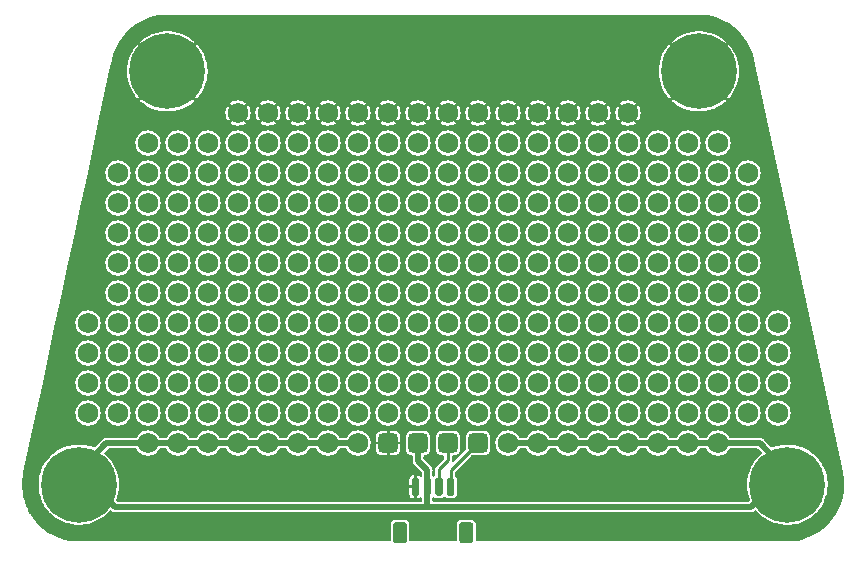
<source format=gtl>
G04 #@! TF.GenerationSoftware,KiCad,Pcbnew,(6.0.5-0)*
G04 #@! TF.CreationDate,2022-07-06T20:18:42+02:00*
G04 #@! TF.ProjectId,add-on-template,6164642d-6f6e-42d7-9465-6d706c617465,1.0*
G04 #@! TF.SameCoordinates,PX3938700PY2aea540*
G04 #@! TF.FileFunction,Copper,L1,Top*
G04 #@! TF.FilePolarity,Positive*
%FSLAX46Y46*%
G04 Gerber Fmt 4.6, Leading zero omitted, Abs format (unit mm)*
G04 Created by KiCad (PCBNEW (6.0.5-0)) date 2022-07-06 20:18:42*
%MOMM*%
%LPD*%
G01*
G04 APERTURE LIST*
G04 #@! TA.AperFunction,ComponentPad*
%ADD10C,1.727200*%
G04 #@! TD*
G04 #@! TA.AperFunction,ComponentPad*
%ADD11C,0.800000*%
G04 #@! TD*
G04 #@! TA.AperFunction,ComponentPad*
%ADD12C,6.400000*%
G04 #@! TD*
G04 #@! TA.AperFunction,Conductor*
%ADD13C,0.500000*%
G04 #@! TD*
G04 #@! TA.AperFunction,Conductor*
%ADD14C,0.250000*%
G04 #@! TD*
G04 APERTURE END LIST*
D10*
G04 #@! TO.P,REF\u002A\u002A,1*
G04 #@! TO.N,N/C*
X8330000Y-31390000D03*
G04 #@! TD*
G04 #@! TO.P,REF\u002A\u002A,1*
G04 #@! TO.N,N/C*
X21030000Y-18690000D03*
G04 #@! TD*
G04 #@! TO.P,REF\u002A\u002A,1*
G04 #@! TO.N,N/C*
X48970000Y-33930000D03*
G04 #@! TD*
G04 #@! TO.P,REF\u002A\u002A,1*
G04 #@! TO.N,N/C*
X10870000Y-28850000D03*
G04 #@! TD*
G04 #@! TO.P,REF\u002A\u002A,1*
G04 #@! TO.N,N/C*
X59130000Y-21230000D03*
G04 #@! TD*
G04 #@! TO.P,REF\u002A\u002A,1*
G04 #@! TO.N,N/C*
X26110000Y-31390000D03*
G04 #@! TD*
G04 #@! TO.P,REF\u002A\u002A,1*
G04 #@! TO.N,N/C*
X38810000Y-21230000D03*
G04 #@! TD*
G04 #@! TO.P,REF\u002A\u002A,1*
G04 #@! TO.N,N/C*
X36270000Y-33930000D03*
G04 #@! TD*
G04 #@! TO.P,REF\u002A\u002A,1*
G04 #@! TO.N,N/C*
X56590000Y-21230000D03*
G04 #@! TD*
G04 #@! TO.P,REF\u002A\u002A,1*
G04 #@! TO.N,N/C*
X41350000Y-21230000D03*
G04 #@! TD*
G04 #@! TO.P,REF\u002A\u002A,1*
G04 #@! TO.N,N/C*
X48970000Y-26310000D03*
G04 #@! TD*
G04 #@! TO.P,REF\u002A\u002A,1*
G04 #@! TO.N,N/C*
X38810000Y-13610000D03*
G04 #@! TD*
G04 #@! TO.P,REF\u002A\u002A,1*
G04 #@! TO.N,VCC*
X28650000Y-36470000D03*
G04 #@! TD*
G04 #@! TO.P,REF\u002A\u002A,1*
G04 #@! TO.N,N/C*
X54050000Y-13610000D03*
G04 #@! TD*
G04 #@! TO.P,REF\u002A\u002A,1*
G04 #@! TO.N,N/C*
X61670000Y-28850000D03*
G04 #@! TD*
G04 #@! TO.P,REF\u002A\u002A,1*
G04 #@! TO.N,N/C*
X28650000Y-28850000D03*
G04 #@! TD*
G04 #@! TO.P,REF\u002A\u002A,1*
G04 #@! TO.N,N/C*
X31190000Y-16150000D03*
G04 #@! TD*
G04 #@! TO.P,REF\u002A\u002A,1*
G04 #@! TO.N,GND*
X23570000Y-8530000D03*
G04 #@! TD*
G04 #@! TO.P,REF\u002A\u002A,1*
G04 #@! TO.N,N/C*
X36270000Y-16150000D03*
G04 #@! TD*
G04 #@! TO.P,REF\u002A\u002A,1*
G04 #@! TO.N,VCC*
X23570000Y-36470000D03*
G04 #@! TD*
G04 #@! TO.P,REF\u002A\u002A,1*
G04 #@! TO.N,N/C*
X13410000Y-11070000D03*
G04 #@! TD*
G04 #@! TO.P,REF\u002A\u002A,1*
G04 #@! TO.N,N/C*
X28650000Y-23770000D03*
G04 #@! TD*
G04 #@! TO.P,REF\u002A\u002A,1*
G04 #@! TO.N,N/C*
X18490000Y-16150000D03*
G04 #@! TD*
G04 #@! TO.P,REF\u002A\u002A,1*
G04 #@! TO.N,N/C*
X41350000Y-28850000D03*
G04 #@! TD*
G04 #@! TO.P,REF\u002A\u002A,1*
G04 #@! TO.N,N/C*
X38810000Y-33930000D03*
G04 #@! TD*
G04 #@! TO.P,REF\u002A\u002A,1*
G04 #@! TO.N,N/C*
X31190000Y-23770000D03*
G04 #@! TD*
G04 #@! TO.P,REF\u002A\u002A,1*
G04 #@! TO.N,N/C*
X31190000Y-28850000D03*
G04 #@! TD*
G04 #@! TO.P,REF\u002A\u002A,1*
G04 #@! TO.N,GND*
X38810000Y-8530000D03*
G04 #@! TD*
G04 #@! TO.P,REF\u002A\u002A,1*
G04 #@! TO.N,N/C*
X46430000Y-31390000D03*
G04 #@! TD*
G04 #@! TO.P,REF\u002A\u002A,1*
G04 #@! TO.N,VCC*
X48970000Y-36470000D03*
G04 #@! TD*
G04 #@! TO.P,REF\u002A\u002A,1*
G04 #@! TO.N,N/C*
X51510000Y-11070000D03*
G04 #@! TD*
G04 #@! TO.P,REF\u002A\u002A,1*
G04 #@! TO.N,GND*
X31190000Y-8530000D03*
G04 #@! TD*
D11*
G04 #@! TO.P,REF\u002A\u002A,1*
G04 #@! TO.N,N/C*
X65000000Y-42400000D03*
X62600000Y-40000000D03*
X63302944Y-41697056D03*
D12*
G04 #@! TO.N,VCC*
X65000000Y-40000000D03*
D11*
G04 #@! TO.N,N/C*
X65000000Y-37600000D03*
X67400000Y-40000000D03*
X66697056Y-41697056D03*
X66697056Y-38302944D03*
X63302944Y-38302944D03*
G04 #@! TD*
D10*
G04 #@! TO.P,REF\u002A\u002A,1*
G04 #@! TO.N,N/C*
X33730000Y-21230000D03*
G04 #@! TD*
G04 #@! TO.P,REF\u002A\u002A,1*
G04 #@! TO.N,N/C*
X33730000Y-13610000D03*
G04 #@! TD*
G04 #@! TO.P,REF\u002A\u002A,1*
G04 #@! TO.N,N/C*
X64210000Y-31390000D03*
G04 #@! TD*
G04 #@! TO.P,REF\u002A\u002A,1*
G04 #@! TO.N,N/C*
X61670000Y-23770000D03*
G04 #@! TD*
G04 #@! TO.P,REF\u002A\u002A,1*
G04 #@! TO.N,N/C*
X56590000Y-18690000D03*
G04 #@! TD*
G04 #@! TO.P,REF\u002A\u002A,1*
G04 #@! TO.N,N/C*
X18490000Y-31390000D03*
G04 #@! TD*
G04 #@! TO.P,REF\u002A\u002A,1*
G04 #@! TO.N,N/C*
X18490000Y-23770000D03*
G04 #@! TD*
G04 #@! TO.P,J2,1,Pin_1*
G04 #@! TO.N,GND*
G04 #@! TA.AperFunction,ComponentPad*
G36*
G01*
X31615000Y-37320000D02*
X30765000Y-37320000D01*
G75*
G02*
X30340000Y-36895000I0J425000D01*
G01*
X30340000Y-36045000D01*
G75*
G02*
X30765000Y-35620000I425000J0D01*
G01*
X31615000Y-35620000D01*
G75*
G02*
X32040000Y-36045000I0J-425000D01*
G01*
X32040000Y-36895000D01*
G75*
G02*
X31615000Y-37320000I-425000J0D01*
G01*
G37*
G04 #@! TD.AperFunction*
G04 #@! TO.P,J2,2,Pin_2*
G04 #@! TO.N,VCC*
G04 #@! TA.AperFunction,ComponentPad*
G36*
G01*
X34155000Y-37320000D02*
X33305000Y-37320000D01*
G75*
G02*
X32880000Y-36895000I0J425000D01*
G01*
X32880000Y-36045000D01*
G75*
G02*
X33305000Y-35620000I425000J0D01*
G01*
X34155000Y-35620000D01*
G75*
G02*
X34580000Y-36045000I0J-425000D01*
G01*
X34580000Y-36895000D01*
G75*
G02*
X34155000Y-37320000I-425000J0D01*
G01*
G37*
G04 #@! TD.AperFunction*
G04 #@! TO.P,J2,3,Pin_3*
G04 #@! TO.N,/SDA*
G04 #@! TA.AperFunction,ComponentPad*
G36*
G01*
X36695000Y-37320000D02*
X35845000Y-37320000D01*
G75*
G02*
X35420000Y-36895000I0J425000D01*
G01*
X35420000Y-36045000D01*
G75*
G02*
X35845000Y-35620000I425000J0D01*
G01*
X36695000Y-35620000D01*
G75*
G02*
X37120000Y-36045000I0J-425000D01*
G01*
X37120000Y-36895000D01*
G75*
G02*
X36695000Y-37320000I-425000J0D01*
G01*
G37*
G04 #@! TD.AperFunction*
G04 #@! TO.P,J2,4,Pin_4*
G04 #@! TO.N,/SCL*
G04 #@! TA.AperFunction,ComponentPad*
G36*
G01*
X39235000Y-37320000D02*
X38385000Y-37320000D01*
G75*
G02*
X37960000Y-36895000I0J425000D01*
G01*
X37960000Y-36045000D01*
G75*
G02*
X38385000Y-35620000I425000J0D01*
G01*
X39235000Y-35620000D01*
G75*
G02*
X39660000Y-36045000I0J-425000D01*
G01*
X39660000Y-36895000D01*
G75*
G02*
X39235000Y-37320000I-425000J0D01*
G01*
G37*
G04 #@! TD.AperFunction*
G04 #@! TD*
G04 #@! TO.P,REF\u002A\u002A,1*
G04 #@! TO.N,N/C*
X8330000Y-33930000D03*
G04 #@! TD*
G04 #@! TO.P,REF\u002A\u002A,1*
G04 #@! TO.N,N/C*
X38810000Y-11070000D03*
G04 #@! TD*
G04 #@! TO.P,REF\u002A\u002A,1*
G04 #@! TO.N,N/C*
X23570000Y-26310000D03*
G04 #@! TD*
G04 #@! TO.P,REF\u002A\u002A,1*
G04 #@! TO.N,N/C*
X8330000Y-21230000D03*
G04 #@! TD*
G04 #@! TO.P,REF\u002A\u002A,1*
G04 #@! TO.N,GND*
X26110000Y-8530000D03*
G04 #@! TD*
G04 #@! TO.P,REF\u002A\u002A,1*
G04 #@! TO.N,N/C*
X64210000Y-26310000D03*
G04 #@! TD*
G04 #@! TO.P,REF\u002A\u002A,1*
G04 #@! TO.N,N/C*
X43890000Y-23770000D03*
G04 #@! TD*
G04 #@! TO.P,REF\u002A\u002A,1*
G04 #@! TO.N,N/C*
X38810000Y-28850000D03*
G04 #@! TD*
G04 #@! TO.P,REF\u002A\u002A,1*
G04 #@! TO.N,N/C*
X36270000Y-13610000D03*
G04 #@! TD*
G04 #@! TO.P,REF\u002A\u002A,1*
G04 #@! TO.N,N/C*
X28650000Y-33930000D03*
G04 #@! TD*
G04 #@! TO.P,REF\u002A\u002A,1*
G04 #@! TO.N,N/C*
X31190000Y-31390000D03*
G04 #@! TD*
G04 #@! TO.P,REF\u002A\u002A,1*
G04 #@! TO.N,N/C*
X51510000Y-13610000D03*
G04 #@! TD*
G04 #@! TO.P,REF\u002A\u002A,1*
G04 #@! TO.N,N/C*
X38810000Y-18690000D03*
G04 #@! TD*
G04 #@! TO.P,REF\u002A\u002A,1*
G04 #@! TO.N,N/C*
X21030000Y-26310000D03*
G04 #@! TD*
G04 #@! TO.P,REF\u002A\u002A,1*
G04 #@! TO.N,N/C*
X10870000Y-16150000D03*
G04 #@! TD*
G04 #@! TO.P,REF\u002A\u002A,1*
G04 #@! TO.N,N/C*
X23570000Y-31390000D03*
G04 #@! TD*
G04 #@! TO.P,REF\u002A\u002A,1*
G04 #@! TO.N,N/C*
X48970000Y-13610000D03*
G04 #@! TD*
G04 #@! TO.P,REF\u002A\u002A,1*
G04 #@! TO.N,N/C*
X15950000Y-11070000D03*
G04 #@! TD*
G04 #@! TO.P,REF\u002A\u002A,1*
G04 #@! TO.N,N/C*
X56590000Y-23770000D03*
G04 #@! TD*
G04 #@! TO.P,REF\u002A\u002A,1*
G04 #@! TO.N,N/C*
X43890000Y-18690000D03*
G04 #@! TD*
G04 #@! TO.P,REF\u002A\u002A,1*
G04 #@! TO.N,N/C*
X18490000Y-13610000D03*
G04 #@! TD*
G04 #@! TO.P,REF\u002A\u002A,1*
G04 #@! TO.N,N/C*
X28650000Y-26310000D03*
G04 #@! TD*
G04 #@! TO.P,REF\u002A\u002A,1*
G04 #@! TO.N,N/C*
X61670000Y-26310000D03*
G04 #@! TD*
G04 #@! TO.P,REF\u002A\u002A,1*
G04 #@! TO.N,N/C*
X41350000Y-31390000D03*
G04 #@! TD*
G04 #@! TO.P,REF\u002A\u002A,1*
G04 #@! TO.N,N/C*
X61670000Y-18690000D03*
G04 #@! TD*
G04 #@! TO.P,REF\u002A\u002A,1*
G04 #@! TO.N,N/C*
X33730000Y-31390000D03*
G04 #@! TD*
G04 #@! TO.P,REF\u002A\u002A,1*
G04 #@! TO.N,N/C*
X56590000Y-13610000D03*
G04 #@! TD*
G04 #@! TO.P,REF\u002A\u002A,1*
G04 #@! TO.N,N/C*
X54050000Y-23770000D03*
G04 #@! TD*
G04 #@! TO.P,REF\u002A\u002A,1*
G04 #@! TO.N,N/C*
X33730000Y-11070000D03*
G04 #@! TD*
G04 #@! TO.P,REF\u002A\u002A,1*
G04 #@! TO.N,N/C*
X5790000Y-31390000D03*
G04 #@! TD*
G04 #@! TO.P,REF\u002A\u002A,1*
G04 #@! TO.N,N/C*
X8330000Y-16150000D03*
G04 #@! TD*
G04 #@! TO.P,REF\u002A\u002A,1*
G04 #@! TO.N,N/C*
X41350000Y-11070000D03*
G04 #@! TD*
G04 #@! TO.P,REF\u002A\u002A,1*
G04 #@! TO.N,N/C*
X13410000Y-18690000D03*
G04 #@! TD*
G04 #@! TO.P,REF\u002A\u002A,1*
G04 #@! TO.N,N/C*
X61670000Y-16150000D03*
G04 #@! TD*
G04 #@! TO.P,REF\u002A\u002A,1*
G04 #@! TO.N,N/C*
X31190000Y-33930000D03*
G04 #@! TD*
G04 #@! TO.P,REF\u002A\u002A,1*
G04 #@! TO.N,N/C*
X13410000Y-31390000D03*
G04 #@! TD*
G04 #@! TO.P,REF\u002A\u002A,1*
G04 #@! TO.N,N/C*
X51510000Y-21230000D03*
G04 #@! TD*
G04 #@! TO.P,REF\u002A\u002A,1*
G04 #@! TO.N,N/C*
X51510000Y-31390000D03*
G04 #@! TD*
G04 #@! TO.P,REF\u002A\u002A,1*
G04 #@! TO.N,N/C*
X21030000Y-21230000D03*
G04 #@! TD*
G04 #@! TO.P,REF\u002A\u002A,1*
G04 #@! TO.N,GND*
X51510000Y-8530000D03*
G04 #@! TD*
G04 #@! TO.P,REF\u002A\u002A,1*
G04 #@! TO.N,N/C*
X51510000Y-16150000D03*
G04 #@! TD*
G04 #@! TO.P,REF\u002A\u002A,1*
G04 #@! TO.N,N/C*
X15950000Y-31390000D03*
G04 #@! TD*
G04 #@! TO.P,REF\u002A\u002A,1*
G04 #@! TO.N,N/C*
X18490000Y-18690000D03*
G04 #@! TD*
G04 #@! TO.P,REF\u002A\u002A,1*
G04 #@! TO.N,N/C*
X28650000Y-16150000D03*
G04 #@! TD*
G04 #@! TO.P,REF\u002A\u002A,1*
G04 #@! TO.N,N/C*
X23570000Y-16150000D03*
G04 #@! TD*
G04 #@! TO.P,REF\u002A\u002A,1*
G04 #@! TO.N,VCC*
X51510000Y-36470000D03*
G04 #@! TD*
G04 #@! TO.P,REF\u002A\u002A,1*
G04 #@! TO.N,N/C*
X10870000Y-11070000D03*
G04 #@! TD*
G04 #@! TO.P,REF\u002A\u002A,1*
G04 #@! TO.N,N/C*
X46430000Y-16150000D03*
G04 #@! TD*
G04 #@! TO.P,REF\u002A\u002A,1*
G04 #@! TO.N,N/C*
X38810000Y-16150000D03*
G04 #@! TD*
G04 #@! TO.P,REF\u002A\u002A,1*
G04 #@! TO.N,N/C*
X48970000Y-18690000D03*
G04 #@! TD*
G04 #@! TO.P,REF\u002A\u002A,1*
G04 #@! TO.N,N/C*
X43890000Y-26310000D03*
G04 #@! TD*
G04 #@! TO.P,REF\u002A\u002A,1*
G04 #@! TO.N,N/C*
X33730000Y-18690000D03*
G04 #@! TD*
G04 #@! TO.P,REF\u002A\u002A,1*
G04 #@! TO.N,GND*
X46430000Y-8530000D03*
G04 #@! TD*
G04 #@! TO.P,REF\u002A\u002A,1*
G04 #@! TO.N,N/C*
X15950000Y-18690000D03*
G04 #@! TD*
D11*
G04 #@! TO.P,REF\u002A\u002A,1*
G04 #@! TO.N,N/C*
X59197056Y-3302944D03*
X59900000Y-5000000D03*
X55802944Y-3302944D03*
X57500000Y-7400000D03*
X57500000Y-2600000D03*
D12*
G04 #@! TO.N,GND*
X57500000Y-5000000D03*
D11*
G04 #@! TO.N,N/C*
X55100000Y-5000000D03*
X59197056Y-6697056D03*
X55802944Y-6697056D03*
G04 #@! TD*
D10*
G04 #@! TO.P,REF\u002A\u002A,1*
G04 #@! TO.N,VCC*
X56590000Y-36470000D03*
G04 #@! TD*
G04 #@! TO.P,REF\u002A\u002A,1*
G04 #@! TO.N,GND*
X33730000Y-8530000D03*
G04 #@! TD*
G04 #@! TO.P,REF\u002A\u002A,1*
G04 #@! TO.N,N/C*
X5790000Y-33930000D03*
G04 #@! TD*
G04 #@! TO.P,REF\u002A\u002A,1*
G04 #@! TO.N,N/C*
X36270000Y-31390000D03*
G04 #@! TD*
G04 #@! TO.P,REF\u002A\u002A,1*
G04 #@! TO.N,GND*
X28650000Y-8530000D03*
G04 #@! TD*
G04 #@! TO.P,REF\u002A\u002A,1*
G04 #@! TO.N,N/C*
X48970000Y-28850000D03*
G04 #@! TD*
G04 #@! TO.P,REF\u002A\u002A,1*
G04 #@! TO.N,GND*
X43890000Y-8530000D03*
G04 #@! TD*
G04 #@! TO.P,REF\u002A\u002A,1*
G04 #@! TO.N,N/C*
X54050000Y-21230000D03*
G04 #@! TD*
G04 #@! TO.P,REF\u002A\u002A,1*
G04 #@! TO.N,N/C*
X43890000Y-21230000D03*
G04 #@! TD*
G04 #@! TO.P,REF\u002A\u002A,1*
G04 #@! TO.N,GND*
X48970000Y-8530000D03*
G04 #@! TD*
G04 #@! TO.P,REF\u002A\u002A,1*
G04 #@! TO.N,N/C*
X41350000Y-13610000D03*
G04 #@! TD*
G04 #@! TO.P,REF\u002A\u002A,1*
G04 #@! TO.N,N/C*
X43890000Y-31390000D03*
G04 #@! TD*
G04 #@! TO.P,REF\u002A\u002A,1*
G04 #@! TO.N,N/C*
X64210000Y-33930000D03*
G04 #@! TD*
G04 #@! TO.P,REF\u002A\u002A,1*
G04 #@! TO.N,N/C*
X54050000Y-18690000D03*
G04 #@! TD*
G04 #@! TO.P,REF\u002A\u002A,1*
G04 #@! TO.N,N/C*
X21030000Y-23770000D03*
G04 #@! TD*
G04 #@! TO.P,REF\u002A\u002A,1*
G04 #@! TO.N,N/C*
X21030000Y-31390000D03*
G04 #@! TD*
G04 #@! TO.P,REF\u002A\u002A,1*
G04 #@! TO.N,N/C*
X41350000Y-23770000D03*
G04 #@! TD*
G04 #@! TO.P,REF\u002A\u002A,1*
G04 #@! TO.N,N/C*
X33730000Y-28850000D03*
G04 #@! TD*
G04 #@! TO.P,REF\u002A\u002A,1*
G04 #@! TO.N,N/C*
X54050000Y-11070000D03*
G04 #@! TD*
G04 #@! TO.P,REF\u002A\u002A,1*
G04 #@! TO.N,N/C*
X28650000Y-18690000D03*
G04 #@! TD*
G04 #@! TO.P,REF\u002A\u002A,1*
G04 #@! TO.N,VCC*
X15950000Y-36470000D03*
G04 #@! TD*
G04 #@! TO.P,REF\u002A\u002A,1*
G04 #@! TO.N,N/C*
X10870000Y-33930000D03*
G04 #@! TD*
G04 #@! TO.P,REF\u002A\u002A,1*
G04 #@! TO.N,N/C*
X46430000Y-26310000D03*
G04 #@! TD*
G04 #@! TO.P,REF\u002A\u002A,1*
G04 #@! TO.N,N/C*
X61670000Y-33930000D03*
G04 #@! TD*
G04 #@! TO.P,REF\u002A\u002A,1*
G04 #@! TO.N,N/C*
X51510000Y-33930000D03*
G04 #@! TD*
G04 #@! TO.P,REF\u002A\u002A,1*
G04 #@! TO.N,N/C*
X8330000Y-26310000D03*
G04 #@! TD*
G04 #@! TO.P,REF\u002A\u002A,1*
G04 #@! TO.N,N/C*
X26110000Y-26310000D03*
G04 #@! TD*
G04 #@! TO.P,REF\u002A\u002A,1*
G04 #@! TO.N,N/C*
X8330000Y-23770000D03*
G04 #@! TD*
G04 #@! TO.P,REF\u002A\u002A,1*
G04 #@! TO.N,N/C*
X48970000Y-31390000D03*
G04 #@! TD*
G04 #@! TO.P,REF\u002A\u002A,1*
G04 #@! TO.N,GND*
X41350000Y-8530000D03*
G04 #@! TD*
G04 #@! TO.P,REF\u002A\u002A,1*
G04 #@! TO.N,N/C*
X41350000Y-18690000D03*
G04 #@! TD*
G04 #@! TO.P,REF\u002A\u002A,1*
G04 #@! TO.N,N/C*
X26110000Y-33930000D03*
G04 #@! TD*
G04 #@! TO.P,REF\u002A\u002A,1*
G04 #@! TO.N,N/C*
X15950000Y-21230000D03*
G04 #@! TD*
G04 #@! TO.P,REF\u002A\u002A,1*
G04 #@! TO.N,N/C*
X48970000Y-16150000D03*
G04 #@! TD*
G04 #@! TO.P,REF\u002A\u002A,1*
G04 #@! TO.N,N/C*
X59130000Y-28850000D03*
G04 #@! TD*
G04 #@! TO.P,REF\u002A\u002A,1*
G04 #@! TO.N,N/C*
X13410000Y-28850000D03*
G04 #@! TD*
G04 #@! TO.P,REF\u002A\u002A,1*
G04 #@! TO.N,N/C*
X31190000Y-18690000D03*
G04 #@! TD*
G04 #@! TO.P,REF\u002A\u002A,1*
G04 #@! TO.N,N/C*
X48970000Y-23770000D03*
G04 #@! TD*
G04 #@! TO.P,REF\u002A\u002A,1*
G04 #@! TO.N,N/C*
X41350000Y-16150000D03*
G04 #@! TD*
G04 #@! TO.P,REF\u002A\u002A,1*
G04 #@! TO.N,N/C*
X46430000Y-28850000D03*
G04 #@! TD*
G04 #@! TO.P,REF\u002A\u002A,1*
G04 #@! TO.N,N/C*
X10870000Y-31390000D03*
G04 #@! TD*
G04 #@! TO.P,REF\u002A\u002A,1*
G04 #@! TO.N,N/C*
X46430000Y-33930000D03*
G04 #@! TD*
G04 #@! TO.P,REF\u002A\u002A,1*
G04 #@! TO.N,VCC*
X26110000Y-36470000D03*
G04 #@! TD*
G04 #@! TO.P,REF\u002A\u002A,1*
G04 #@! TO.N,N/C*
X18490000Y-26310000D03*
G04 #@! TD*
G04 #@! TO.P,REF\u002A\u002A,1*
G04 #@! TO.N,N/C*
X41350000Y-33930000D03*
G04 #@! TD*
G04 #@! TO.P,REF\u002A\u002A,1*
G04 #@! TO.N,N/C*
X54050000Y-33930000D03*
G04 #@! TD*
G04 #@! TO.P,REF\u002A\u002A,1*
G04 #@! TO.N,N/C*
X15950000Y-23770000D03*
G04 #@! TD*
G04 #@! TO.P,REF\u002A\u002A,1*
G04 #@! TO.N,N/C*
X46430000Y-18690000D03*
G04 #@! TD*
G04 #@! TO.P,REF\u002A\u002A,1*
G04 #@! TO.N,N/C*
X38810000Y-23770000D03*
G04 #@! TD*
G04 #@! TO.P,REF\u002A\u002A,1*
G04 #@! TO.N,N/C*
X26110000Y-21230000D03*
G04 #@! TD*
G04 #@! TO.P,REF\u002A\u002A,1*
G04 #@! TO.N,N/C*
X36270000Y-18690000D03*
G04 #@! TD*
D11*
G04 #@! TO.P,REF\u002A\u002A,1*
G04 #@! TO.N,N/C*
X5000000Y-42400000D03*
X3302944Y-41697056D03*
X7400000Y-40000000D03*
X6697056Y-41697056D03*
X3302944Y-38302944D03*
D12*
G04 #@! TO.N,VCC*
X5000000Y-40000000D03*
D11*
G04 #@! TO.N,N/C*
X2600000Y-40000000D03*
X6697056Y-38302944D03*
X5000000Y-37600000D03*
G04 #@! TD*
G04 #@! TO.P,REF\u002A\u002A,1*
G04 #@! TO.N,N/C*
X12500000Y-7400000D03*
X14197056Y-3302944D03*
X10100000Y-5000000D03*
X10802944Y-3302944D03*
X14900000Y-5000000D03*
D12*
G04 #@! TO.N,GND*
X12500000Y-5000000D03*
D11*
G04 #@! TO.N,N/C*
X14197056Y-6697056D03*
X10802944Y-6697056D03*
X12500000Y-2600000D03*
G04 #@! TD*
D10*
G04 #@! TO.P,REF\u002A\u002A,1*
G04 #@! TO.N,N/C*
X59130000Y-33930000D03*
G04 #@! TD*
G04 #@! TO.P,J1,1,Pin_1*
G04 #@! TO.N,GND*
G04 #@! TA.AperFunction,SMDPad,CuDef*
G36*
G01*
X33200000Y-40810000D02*
X33200000Y-39560000D01*
G75*
G02*
X33350000Y-39410000I150000J0D01*
G01*
X33650000Y-39410000D01*
G75*
G02*
X33800000Y-39560000I0J-150000D01*
G01*
X33800000Y-40810000D01*
G75*
G02*
X33650000Y-40960000I-150000J0D01*
G01*
X33350000Y-40960000D01*
G75*
G02*
X33200000Y-40810000I0J150000D01*
G01*
G37*
G04 #@! TD.AperFunction*
G04 #@! TO.P,J1,2,Pin_2*
G04 #@! TO.N,VCC*
G04 #@! TA.AperFunction,SMDPad,CuDef*
G36*
G01*
X34200000Y-40810000D02*
X34200000Y-39560000D01*
G75*
G02*
X34350000Y-39410000I150000J0D01*
G01*
X34650000Y-39410000D01*
G75*
G02*
X34800000Y-39560000I0J-150000D01*
G01*
X34800000Y-40810000D01*
G75*
G02*
X34650000Y-40960000I-150000J0D01*
G01*
X34350000Y-40960000D01*
G75*
G02*
X34200000Y-40810000I0J150000D01*
G01*
G37*
G04 #@! TD.AperFunction*
G04 #@! TO.P,J1,3,Pin_3*
G04 #@! TO.N,/SDA*
G04 #@! TA.AperFunction,SMDPad,CuDef*
G36*
G01*
X35200000Y-40810000D02*
X35200000Y-39560000D01*
G75*
G02*
X35350000Y-39410000I150000J0D01*
G01*
X35650000Y-39410000D01*
G75*
G02*
X35800000Y-39560000I0J-150000D01*
G01*
X35800000Y-40810000D01*
G75*
G02*
X35650000Y-40960000I-150000J0D01*
G01*
X35350000Y-40960000D01*
G75*
G02*
X35200000Y-40810000I0J150000D01*
G01*
G37*
G04 #@! TD.AperFunction*
G04 #@! TO.P,J1,4,Pin_4*
G04 #@! TO.N,/SCL*
G04 #@! TA.AperFunction,SMDPad,CuDef*
G36*
G01*
X36200000Y-40810000D02*
X36200000Y-39560000D01*
G75*
G02*
X36350000Y-39410000I150000J0D01*
G01*
X36650000Y-39410000D01*
G75*
G02*
X36800000Y-39560000I0J-150000D01*
G01*
X36800000Y-40810000D01*
G75*
G02*
X36650000Y-40960000I-150000J0D01*
G01*
X36350000Y-40960000D01*
G75*
G02*
X36200000Y-40810000I0J150000D01*
G01*
G37*
G04 #@! TD.AperFunction*
G04 #@! TO.P,J1,MP*
G04 #@! TO.N,N/C*
G04 #@! TA.AperFunction,SMDPad,CuDef*
G36*
G01*
X37200000Y-44710000D02*
X37200000Y-43410000D01*
G75*
G02*
X37450000Y-43160000I250000J0D01*
G01*
X38150000Y-43160000D01*
G75*
G02*
X38400000Y-43410000I0J-250000D01*
G01*
X38400000Y-44710000D01*
G75*
G02*
X38150000Y-44960000I-250000J0D01*
G01*
X37450000Y-44960000D01*
G75*
G02*
X37200000Y-44710000I0J250000D01*
G01*
G37*
G04 #@! TD.AperFunction*
G04 #@! TA.AperFunction,SMDPad,CuDef*
G36*
G01*
X31600000Y-44710000D02*
X31600000Y-43410000D01*
G75*
G02*
X31850000Y-43160000I250000J0D01*
G01*
X32550000Y-43160000D01*
G75*
G02*
X32800000Y-43410000I0J-250000D01*
G01*
X32800000Y-44710000D01*
G75*
G02*
X32550000Y-44960000I-250000J0D01*
G01*
X31850000Y-44960000D01*
G75*
G02*
X31600000Y-44710000I0J250000D01*
G01*
G37*
G04 #@! TD.AperFunction*
G04 #@! TD*
G04 #@! TO.P,REF\u002A\u002A,1*
G04 #@! TO.N,N/C*
X21030000Y-28850000D03*
G04 #@! TD*
G04 #@! TO.P,REF\u002A\u002A,1*
G04 #@! TO.N,N/C*
X36270000Y-21230000D03*
G04 #@! TD*
G04 #@! TO.P,REF\u002A\u002A,1*
G04 #@! TO.N,N/C*
X13410000Y-26310000D03*
G04 #@! TD*
G04 #@! TO.P,REF\u002A\u002A,1*
G04 #@! TO.N,N/C*
X61670000Y-21230000D03*
G04 #@! TD*
G04 #@! TO.P,REF\u002A\u002A,1*
G04 #@! TO.N,GND*
X18490000Y-8530000D03*
G04 #@! TD*
G04 #@! TO.P,REF\u002A\u002A,1*
G04 #@! TO.N,N/C*
X33730000Y-23770000D03*
G04 #@! TD*
G04 #@! TO.P,REF\u002A\u002A,1*
G04 #@! TO.N,N/C*
X59130000Y-23770000D03*
G04 #@! TD*
G04 #@! TO.P,REF\u002A\u002A,1*
G04 #@! TO.N,N/C*
X43890000Y-28850000D03*
G04 #@! TD*
G04 #@! TO.P,REF\u002A\u002A,1*
G04 #@! TO.N,N/C*
X33730000Y-26310000D03*
G04 #@! TD*
G04 #@! TO.P,REF\u002A\u002A,1*
G04 #@! TO.N,N/C*
X13410000Y-23770000D03*
G04 #@! TD*
G04 #@! TO.P,REF\u002A\u002A,1*
G04 #@! TO.N,N/C*
X46430000Y-23770000D03*
G04 #@! TD*
G04 #@! TO.P,REF\u002A\u002A,1*
G04 #@! TO.N,N/C*
X15950000Y-33930000D03*
G04 #@! TD*
G04 #@! TO.P,REF\u002A\u002A,1*
G04 #@! TO.N,N/C*
X21030000Y-13610000D03*
G04 #@! TD*
G04 #@! TO.P,REF\u002A\u002A,1*
G04 #@! TO.N,GND*
X21030000Y-8530000D03*
G04 #@! TD*
G04 #@! TO.P,REF\u002A\u002A,1*
G04 #@! TO.N,N/C*
X18490000Y-11070000D03*
G04 #@! TD*
G04 #@! TO.P,REF\u002A\u002A,1*
G04 #@! TO.N,N/C*
X54050000Y-28850000D03*
G04 #@! TD*
G04 #@! TO.P,REF\u002A\u002A,1*
G04 #@! TO.N,N/C*
X21030000Y-16150000D03*
G04 #@! TD*
G04 #@! TO.P,REF\u002A\u002A,1*
G04 #@! TO.N,N/C*
X21030000Y-33930000D03*
G04 #@! TD*
G04 #@! TO.P,REF\u002A\u002A,1*
G04 #@! TO.N,N/C*
X8330000Y-13610000D03*
G04 #@! TD*
G04 #@! TO.P,REF\u002A\u002A,1*
G04 #@! TO.N,N/C*
X21030000Y-11070000D03*
G04 #@! TD*
G04 #@! TO.P,REF\u002A\u002A,1*
G04 #@! TO.N,VCC*
X43890000Y-36470000D03*
G04 #@! TD*
G04 #@! TO.P,REF\u002A\u002A,1*
G04 #@! TO.N,VCC*
X21030000Y-36470000D03*
G04 #@! TD*
G04 #@! TO.P,REF\u002A\u002A,1*
G04 #@! TO.N,N/C*
X26110000Y-11070000D03*
G04 #@! TD*
G04 #@! TO.P,REF\u002A\u002A,1*
G04 #@! TO.N,N/C*
X43890000Y-16150000D03*
G04 #@! TD*
G04 #@! TO.P,REF\u002A\u002A,1*
G04 #@! TO.N,N/C*
X28650000Y-13610000D03*
G04 #@! TD*
G04 #@! TO.P,REF\u002A\u002A,1*
G04 #@! TO.N,N/C*
X33730000Y-16150000D03*
G04 #@! TD*
G04 #@! TO.P,REF\u002A\u002A,1*
G04 #@! TO.N,GND*
X36270000Y-8530000D03*
G04 #@! TD*
G04 #@! TO.P,REF\u002A\u002A,1*
G04 #@! TO.N,N/C*
X54050000Y-16150000D03*
G04 #@! TD*
G04 #@! TO.P,REF\u002A\u002A,1*
G04 #@! TO.N,VCC*
X59130000Y-36470000D03*
G04 #@! TD*
G04 #@! TO.P,REF\u002A\u002A,1*
G04 #@! TO.N,N/C*
X46430000Y-21230000D03*
G04 #@! TD*
G04 #@! TO.P,REF\u002A\u002A,1*
G04 #@! TO.N,N/C*
X10870000Y-23770000D03*
G04 #@! TD*
G04 #@! TO.P,REF\u002A\u002A,1*
G04 #@! TO.N,N/C*
X56590000Y-33930000D03*
G04 #@! TD*
G04 #@! TO.P,REF\u002A\u002A,1*
G04 #@! TO.N,N/C*
X26110000Y-28850000D03*
G04 #@! TD*
G04 #@! TO.P,REF\u002A\u002A,1*
G04 #@! TO.N,N/C*
X5790000Y-26310000D03*
G04 #@! TD*
G04 #@! TO.P,REF\u002A\u002A,1*
G04 #@! TO.N,N/C*
X41350000Y-26310000D03*
G04 #@! TD*
G04 #@! TO.P,REF\u002A\u002A,1*
G04 #@! TO.N,N/C*
X10870000Y-26310000D03*
G04 #@! TD*
G04 #@! TO.P,REF\u002A\u002A,1*
G04 #@! TO.N,N/C*
X43890000Y-13610000D03*
G04 #@! TD*
G04 #@! TO.P,REF\u002A\u002A,1*
G04 #@! TO.N,N/C*
X5790000Y-28850000D03*
G04 #@! TD*
G04 #@! TO.P,REF\u002A\u002A,1*
G04 #@! TO.N,N/C*
X54050000Y-31390000D03*
G04 #@! TD*
G04 #@! TO.P,REF\u002A\u002A,1*
G04 #@! TO.N,N/C*
X56590000Y-26310000D03*
G04 #@! TD*
G04 #@! TO.P,REF\u002A\u002A,1*
G04 #@! TO.N,N/C*
X13410000Y-21230000D03*
G04 #@! TD*
G04 #@! TO.P,REF\u002A\u002A,1*
G04 #@! TO.N,N/C*
X46430000Y-13610000D03*
G04 #@! TD*
G04 #@! TO.P,REF\u002A\u002A,1*
G04 #@! TO.N,N/C*
X36270000Y-11070000D03*
G04 #@! TD*
G04 #@! TO.P,REF\u002A\u002A,1*
G04 #@! TO.N,N/C*
X23570000Y-11070000D03*
G04 #@! TD*
G04 #@! TO.P,REF\u002A\u002A,1*
G04 #@! TO.N,N/C*
X13410000Y-13610000D03*
G04 #@! TD*
G04 #@! TO.P,REF\u002A\u002A,1*
G04 #@! TO.N,N/C*
X10870000Y-18690000D03*
G04 #@! TD*
G04 #@! TO.P,REF\u002A\u002A,1*
G04 #@! TO.N,VCC*
X54050000Y-36470000D03*
G04 #@! TD*
G04 #@! TO.P,REF\u002A\u002A,1*
G04 #@! TO.N,N/C*
X15950000Y-13610000D03*
G04 #@! TD*
G04 #@! TO.P,REF\u002A\u002A,1*
G04 #@! TO.N,N/C*
X43890000Y-33930000D03*
G04 #@! TD*
G04 #@! TO.P,REF\u002A\u002A,1*
G04 #@! TO.N,N/C*
X51510000Y-28850000D03*
G04 #@! TD*
G04 #@! TO.P,REF\u002A\u002A,1*
G04 #@! TO.N,N/C*
X26110000Y-16150000D03*
G04 #@! TD*
G04 #@! TO.P,REF\u002A\u002A,1*
G04 #@! TO.N,VCC*
X10870000Y-36470000D03*
G04 #@! TD*
G04 #@! TO.P,REF\u002A\u002A,1*
G04 #@! TO.N,N/C*
X18490000Y-28850000D03*
G04 #@! TD*
G04 #@! TO.P,REF\u002A\u002A,1*
G04 #@! TO.N,N/C*
X59130000Y-18690000D03*
G04 #@! TD*
G04 #@! TO.P,REF\u002A\u002A,1*
G04 #@! TO.N,N/C*
X26110000Y-13610000D03*
G04 #@! TD*
G04 #@! TO.P,REF\u002A\u002A,1*
G04 #@! TO.N,N/C*
X23570000Y-28850000D03*
G04 #@! TD*
G04 #@! TO.P,REF\u002A\u002A,1*
G04 #@! TO.N,N/C*
X26110000Y-23770000D03*
G04 #@! TD*
G04 #@! TO.P,REF\u002A\u002A,1*
G04 #@! TO.N,N/C*
X48970000Y-11070000D03*
G04 #@! TD*
G04 #@! TO.P,REF\u002A\u002A,1*
G04 #@! TO.N,N/C*
X56590000Y-28850000D03*
G04 #@! TD*
G04 #@! TO.P,REF\u002A\u002A,1*
G04 #@! TO.N,N/C*
X18490000Y-21230000D03*
G04 #@! TD*
G04 #@! TO.P,REF\u002A\u002A,1*
G04 #@! TO.N,N/C*
X15950000Y-16150000D03*
G04 #@! TD*
G04 #@! TO.P,REF\u002A\u002A,1*
G04 #@! TO.N,N/C*
X23570000Y-23770000D03*
G04 #@! TD*
G04 #@! TO.P,REF\u002A\u002A,1*
G04 #@! TO.N,N/C*
X51510000Y-18690000D03*
G04 #@! TD*
G04 #@! TO.P,REF\u002A\u002A,1*
G04 #@! TO.N,N/C*
X10870000Y-13610000D03*
G04 #@! TD*
G04 #@! TO.P,REF\u002A\u002A,1*
G04 #@! TO.N,N/C*
X23570000Y-18690000D03*
G04 #@! TD*
G04 #@! TO.P,REF\u002A\u002A,1*
G04 #@! TO.N,N/C*
X28650000Y-11070000D03*
G04 #@! TD*
G04 #@! TO.P,REF\u002A\u002A,1*
G04 #@! TO.N,N/C*
X59130000Y-26310000D03*
G04 #@! TD*
G04 #@! TO.P,REF\u002A\u002A,1*
G04 #@! TO.N,N/C*
X13410000Y-16150000D03*
G04 #@! TD*
G04 #@! TO.P,REF\u002A\u002A,1*
G04 #@! TO.N,N/C*
X59130000Y-16150000D03*
G04 #@! TD*
G04 #@! TO.P,REF\u002A\u002A,1*
G04 #@! TO.N,N/C*
X15950000Y-26310000D03*
G04 #@! TD*
G04 #@! TO.P,REF\u002A\u002A,1*
G04 #@! TO.N,N/C*
X51510000Y-23770000D03*
G04 #@! TD*
G04 #@! TO.P,REF\u002A\u002A,1*
G04 #@! TO.N,VCC*
X46430000Y-36470000D03*
G04 #@! TD*
G04 #@! TO.P,REF\u002A\u002A,1*
G04 #@! TO.N,N/C*
X59130000Y-31390000D03*
G04 #@! TD*
G04 #@! TO.P,REF\u002A\u002A,1*
G04 #@! TO.N,N/C*
X61670000Y-31390000D03*
G04 #@! TD*
G04 #@! TO.P,REF\u002A\u002A,1*
G04 #@! TO.N,N/C*
X26110000Y-18690000D03*
G04 #@! TD*
G04 #@! TO.P,REF\u002A\u002A,1*
G04 #@! TO.N,N/C*
X10870000Y-21230000D03*
G04 #@! TD*
G04 #@! TO.P,REF\u002A\u002A,1*
G04 #@! TO.N,N/C*
X59130000Y-13610000D03*
G04 #@! TD*
G04 #@! TO.P,REF\u002A\u002A,1*
G04 #@! TO.N,N/C*
X51510000Y-26310000D03*
G04 #@! TD*
G04 #@! TO.P,REF\u002A\u002A,1*
G04 #@! TO.N,N/C*
X43890000Y-11070000D03*
G04 #@! TD*
G04 #@! TO.P,REF\u002A\u002A,1*
G04 #@! TO.N,N/C*
X33730000Y-33930000D03*
G04 #@! TD*
G04 #@! TO.P,REF\u002A\u002A,1*
G04 #@! TO.N,N/C*
X31190000Y-26310000D03*
G04 #@! TD*
G04 #@! TO.P,REF\u002A\u002A,1*
G04 #@! TO.N,N/C*
X31190000Y-13610000D03*
G04 #@! TD*
G04 #@! TO.P,REF\u002A\u002A,1*
G04 #@! TO.N,N/C*
X46430000Y-11070000D03*
G04 #@! TD*
G04 #@! TO.P,REF\u002A\u002A,1*
G04 #@! TO.N,N/C*
X38810000Y-31390000D03*
G04 #@! TD*
G04 #@! TO.P,REF\u002A\u002A,1*
G04 #@! TO.N,VCC*
X41350000Y-36470000D03*
G04 #@! TD*
G04 #@! TO.P,REF\u002A\u002A,1*
G04 #@! TO.N,N/C*
X38810000Y-26310000D03*
G04 #@! TD*
G04 #@! TO.P,REF\u002A\u002A,1*
G04 #@! TO.N,VCC*
X13410000Y-36470000D03*
G04 #@! TD*
G04 #@! TO.P,REF\u002A\u002A,1*
G04 #@! TO.N,N/C*
X23570000Y-21230000D03*
G04 #@! TD*
G04 #@! TO.P,REF\u002A\u002A,1*
G04 #@! TO.N,N/C*
X54050000Y-26310000D03*
G04 #@! TD*
G04 #@! TO.P,REF\u002A\u002A,1*
G04 #@! TO.N,N/C*
X31190000Y-21230000D03*
G04 #@! TD*
G04 #@! TO.P,REF\u002A\u002A,1*
G04 #@! TO.N,N/C*
X36270000Y-23770000D03*
G04 #@! TD*
G04 #@! TO.P,REF\u002A\u002A,1*
G04 #@! TO.N,N/C*
X36270000Y-28850000D03*
G04 #@! TD*
G04 #@! TO.P,REF\u002A\u002A,1*
G04 #@! TO.N,N/C*
X15950000Y-28850000D03*
G04 #@! TD*
G04 #@! TO.P,REF\u002A\u002A,1*
G04 #@! TO.N,N/C*
X13410000Y-33930000D03*
G04 #@! TD*
G04 #@! TO.P,REF\u002A\u002A,1*
G04 #@! TO.N,N/C*
X59130000Y-11070000D03*
G04 #@! TD*
G04 #@! TO.P,REF\u002A\u002A,1*
G04 #@! TO.N,N/C*
X8330000Y-18690000D03*
G04 #@! TD*
G04 #@! TO.P,REF\u002A\u002A,1*
G04 #@! TO.N,N/C*
X28650000Y-31390000D03*
G04 #@! TD*
G04 #@! TO.P,REF\u002A\u002A,1*
G04 #@! TO.N,N/C*
X64210000Y-28850000D03*
G04 #@! TD*
G04 #@! TO.P,REF\u002A\u002A,1*
G04 #@! TO.N,N/C*
X8330000Y-28850000D03*
G04 #@! TD*
G04 #@! TO.P,REF\u002A\u002A,1*
G04 #@! TO.N,N/C*
X56590000Y-11070000D03*
G04 #@! TD*
G04 #@! TO.P,REF\u002A\u002A,1*
G04 #@! TO.N,N/C*
X36270000Y-26310000D03*
G04 #@! TD*
G04 #@! TO.P,REF\u002A\u002A,1*
G04 #@! TO.N,VCC*
X18490000Y-36470000D03*
G04 #@! TD*
G04 #@! TO.P,REF\u002A\u002A,1*
G04 #@! TO.N,N/C*
X23570000Y-13610000D03*
G04 #@! TD*
G04 #@! TO.P,REF\u002A\u002A,1*
G04 #@! TO.N,N/C*
X23570000Y-33930000D03*
G04 #@! TD*
G04 #@! TO.P,REF\u002A\u002A,1*
G04 #@! TO.N,N/C*
X48970000Y-21230000D03*
G04 #@! TD*
G04 #@! TO.P,REF\u002A\u002A,1*
G04 #@! TO.N,N/C*
X56590000Y-16150000D03*
G04 #@! TD*
G04 #@! TO.P,REF\u002A\u002A,1*
G04 #@! TO.N,N/C*
X61670000Y-13610000D03*
G04 #@! TD*
G04 #@! TO.P,REF\u002A\u002A,1*
G04 #@! TO.N,N/C*
X18490000Y-33930000D03*
G04 #@! TD*
G04 #@! TO.P,REF\u002A\u002A,1*
G04 #@! TO.N,N/C*
X31190000Y-11070000D03*
G04 #@! TD*
G04 #@! TO.P,REF\u002A\u002A,1*
G04 #@! TO.N,N/C*
X56590000Y-31390000D03*
G04 #@! TD*
G04 #@! TO.P,REF\u002A\u002A,1*
G04 #@! TO.N,N/C*
X28650000Y-21230000D03*
G04 #@! TD*
D13*
G04 #@! TO.N,VCC*
X64152455Y-39152455D02*
X64152455Y-37951064D01*
X56590000Y-36470000D02*
X59130000Y-36470000D01*
X43890000Y-36470000D02*
X46430000Y-36470000D01*
X21030000Y-36470000D02*
X18490000Y-36470000D01*
X5847545Y-39152455D02*
X5000000Y-40000000D01*
X33730000Y-38020000D02*
X33730000Y-36470000D01*
X10870000Y-36470000D02*
X7328609Y-36470000D01*
X13410000Y-36470000D02*
X10870000Y-36470000D01*
X48970000Y-36470000D02*
X51510000Y-36470000D01*
X54050000Y-36470000D02*
X56590000Y-36470000D01*
X23570000Y-36470000D02*
X21030000Y-36470000D01*
X46430000Y-36470000D02*
X48970000Y-36470000D01*
X64152455Y-37951064D02*
X62671391Y-36470000D01*
X7328609Y-36470000D02*
X5847545Y-37951064D01*
X65000000Y-40000000D02*
X64152455Y-39152455D01*
X26110000Y-36470000D02*
X23570000Y-36470000D01*
X64152455Y-40847545D02*
X62951064Y-40847545D01*
X7048936Y-40847545D02*
X5847545Y-40847545D01*
X62951064Y-40847545D02*
X61918609Y-41880000D01*
X34500000Y-40185000D02*
X34500000Y-41820000D01*
X8081391Y-41880000D02*
X7048936Y-40847545D01*
X34500000Y-40185000D02*
X34500000Y-38790000D01*
X5847545Y-40847545D02*
X5000000Y-40000000D01*
X28650000Y-36470000D02*
X26110000Y-36470000D01*
X62671391Y-36470000D02*
X59130000Y-36470000D01*
X51510000Y-36470000D02*
X54050000Y-36470000D01*
X15950000Y-36470000D02*
X13410000Y-36470000D01*
X65000000Y-40000000D02*
X64152455Y-40847545D01*
X5847545Y-37951064D02*
X5847545Y-39152455D01*
X34560000Y-41880000D02*
X8081391Y-41880000D01*
X41350000Y-36470000D02*
X43890000Y-36470000D01*
X18490000Y-36470000D02*
X15950000Y-36470000D01*
X61918609Y-41880000D02*
X34560000Y-41880000D01*
X34500000Y-38790000D02*
X33730000Y-38020000D01*
X34560000Y-41880000D02*
G75*
G02*
X34500000Y-41820000I0J60000D01*
G01*
D14*
G04 #@! TO.N,/SDA*
X36270000Y-36470000D02*
X36270000Y-37940000D01*
X35500000Y-38710000D02*
X35500000Y-40185000D01*
X36270000Y-37940000D02*
X35500000Y-38710000D01*
G04 #@! TO.N,/SCL*
X38810000Y-36470000D02*
X36500000Y-38780000D01*
X36500000Y-38780000D02*
X36500000Y-40185000D01*
G04 #@! TD*
G04 #@! TA.AperFunction,Conductor*
G04 #@! TO.N,GND*
G36*
X57488169Y-203018D02*
G01*
X57499641Y-205656D01*
X57510516Y-203195D01*
X57517175Y-203207D01*
X57532058Y-201863D01*
X57903178Y-217641D01*
X57911549Y-218355D01*
X58043547Y-235273D01*
X58307645Y-269122D01*
X58315934Y-270545D01*
X58619815Y-336094D01*
X58706280Y-354746D01*
X58714413Y-356865D01*
X59096213Y-473897D01*
X59104134Y-476698D01*
X59104141Y-476701D01*
X59474620Y-625714D01*
X59482283Y-629181D01*
X59838781Y-809105D01*
X59846122Y-813210D01*
X60186066Y-1022746D01*
X60193032Y-1027460D01*
X60513955Y-1265087D01*
X60520495Y-1270374D01*
X60820092Y-1534385D01*
X60826161Y-1540209D01*
X61102280Y-1828710D01*
X61107820Y-1835014D01*
X61358448Y-2145901D01*
X61363443Y-2152667D01*
X61586776Y-2483701D01*
X61591180Y-2490867D01*
X61785612Y-2839669D01*
X61789390Y-2847179D01*
X61941711Y-3185044D01*
X61953514Y-3211225D01*
X61956639Y-3219026D01*
X62077926Y-3563467D01*
X62089271Y-3595687D01*
X62091725Y-3603731D01*
X62184780Y-3962792D01*
X62186416Y-3976437D01*
X62188012Y-3983950D01*
X62187846Y-3995095D01*
X62193017Y-4006263D01*
X62199978Y-4027107D01*
X69676251Y-38916376D01*
X69685835Y-38961102D01*
X69688022Y-38983320D01*
X69687846Y-38995095D01*
X69692531Y-39005213D01*
X69693913Y-39011718D01*
X69698348Y-39025999D01*
X69760600Y-39391574D01*
X69761657Y-39399905D01*
X69766578Y-39458482D01*
X69780407Y-39623073D01*
X69795037Y-39797214D01*
X69795385Y-39805597D01*
X69795193Y-39990783D01*
X69794971Y-40204331D01*
X69794606Y-40212721D01*
X69760402Y-40609975D01*
X69759327Y-40618303D01*
X69691582Y-41011211D01*
X69689806Y-41019419D01*
X69589001Y-41405193D01*
X69586535Y-41413221D01*
X69453400Y-41789056D01*
X69450263Y-41796845D01*
X69285757Y-42160042D01*
X69281971Y-42167538D01*
X69087272Y-42515493D01*
X69082864Y-42522641D01*
X68859372Y-42852849D01*
X68854390Y-42859578D01*
X68726350Y-43017961D01*
X68603715Y-43169659D01*
X68598163Y-43175960D01*
X68322122Y-43463669D01*
X68316056Y-43469477D01*
X68016613Y-43732767D01*
X68010089Y-43738029D01*
X67689414Y-43974991D01*
X67682474Y-43979678D01*
X67342861Y-44188616D01*
X67335528Y-44192709D01*
X66979449Y-44372102D01*
X66971796Y-44375559D01*
X66601790Y-44524132D01*
X66593872Y-44526928D01*
X66212603Y-44643608D01*
X66204492Y-44645719D01*
X65814680Y-44729672D01*
X65806431Y-44731085D01*
X65479300Y-44772949D01*
X65410930Y-44781698D01*
X65402562Y-44782410D01*
X65198275Y-44791082D01*
X65032585Y-44798116D01*
X65018898Y-44796856D01*
X65011223Y-44796842D01*
X65000359Y-44794344D01*
X64988359Y-44797059D01*
X64966512Y-44799500D01*
X38699500Y-44799500D01*
X38641309Y-44780593D01*
X38605345Y-44731093D01*
X38600500Y-44700500D01*
X38600500Y-43356166D01*
X38597519Y-43324631D01*
X38552634Y-43196816D01*
X38537230Y-43175960D01*
X38476550Y-43093807D01*
X38472150Y-43087850D01*
X38379030Y-43019070D01*
X38369136Y-43011762D01*
X38369135Y-43011761D01*
X38363184Y-43007366D01*
X38235369Y-42962481D01*
X38229362Y-42961913D01*
X38229361Y-42961913D01*
X38206145Y-42959718D01*
X38206135Y-42959718D01*
X38203834Y-42959500D01*
X37396166Y-42959500D01*
X37393865Y-42959718D01*
X37393855Y-42959718D01*
X37370639Y-42961913D01*
X37370638Y-42961913D01*
X37364631Y-42962481D01*
X37236816Y-43007366D01*
X37230865Y-43011761D01*
X37230864Y-43011762D01*
X37220970Y-43019070D01*
X37127850Y-43087850D01*
X37123450Y-43093807D01*
X37062771Y-43175960D01*
X37047366Y-43196816D01*
X37002481Y-43324631D01*
X36999500Y-43356166D01*
X36999500Y-44700500D01*
X36980593Y-44758691D01*
X36931093Y-44794655D01*
X36900500Y-44799500D01*
X33099500Y-44799500D01*
X33041309Y-44780593D01*
X33005345Y-44731093D01*
X33000500Y-44700500D01*
X33000500Y-43356166D01*
X32997519Y-43324631D01*
X32952634Y-43196816D01*
X32937230Y-43175960D01*
X32876550Y-43093807D01*
X32872150Y-43087850D01*
X32779030Y-43019070D01*
X32769136Y-43011762D01*
X32769135Y-43011761D01*
X32763184Y-43007366D01*
X32635369Y-42962481D01*
X32629362Y-42961913D01*
X32629361Y-42961913D01*
X32606145Y-42959718D01*
X32606135Y-42959718D01*
X32603834Y-42959500D01*
X31796166Y-42959500D01*
X31793865Y-42959718D01*
X31793855Y-42959718D01*
X31770639Y-42961913D01*
X31770638Y-42961913D01*
X31764631Y-42962481D01*
X31636816Y-43007366D01*
X31630865Y-43011761D01*
X31630864Y-43011762D01*
X31620970Y-43019070D01*
X31527850Y-43087850D01*
X31523450Y-43093807D01*
X31462771Y-43175960D01*
X31447366Y-43196816D01*
X31402481Y-43324631D01*
X31399500Y-43356166D01*
X31399500Y-44700500D01*
X31380593Y-44758691D01*
X31331093Y-44794655D01*
X31300500Y-44799500D01*
X5034017Y-44799500D01*
X5011831Y-44796982D01*
X5011813Y-44796978D01*
X5000359Y-44794344D01*
X4989484Y-44796805D01*
X4982837Y-44796793D01*
X4967940Y-44798139D01*
X4675514Y-44785725D01*
X4597438Y-44782411D01*
X4589070Y-44781699D01*
X4292277Y-44743718D01*
X4193581Y-44731088D01*
X4185306Y-44729670D01*
X3795513Y-44645720D01*
X3787392Y-44643607D01*
X3406120Y-44526926D01*
X3398217Y-44524136D01*
X3151570Y-44425097D01*
X3028203Y-44375560D01*
X3020550Y-44372103D01*
X2664472Y-44192710D01*
X2657139Y-44188617D01*
X2657138Y-44188616D01*
X2433921Y-44051288D01*
X2317536Y-43979685D01*
X2310577Y-43974985D01*
X1989923Y-43738039D01*
X1983387Y-43732767D01*
X1683937Y-43469471D01*
X1677871Y-43463663D01*
X1616020Y-43399197D01*
X1401836Y-43175960D01*
X1396284Y-43169659D01*
X1273649Y-43017961D01*
X1145609Y-42859578D01*
X1140627Y-42852849D01*
X974184Y-42606930D01*
X917130Y-42522633D01*
X912723Y-42515486D01*
X824091Y-42357089D01*
X718024Y-42167533D01*
X714246Y-42160053D01*
X677012Y-42077846D01*
X549736Y-41796845D01*
X546599Y-41789056D01*
X413464Y-41413221D01*
X410998Y-41405193D01*
X310193Y-41019419D01*
X308417Y-41011211D01*
X240672Y-40618303D01*
X239597Y-40609975D01*
X205393Y-40212721D01*
X205028Y-40204331D01*
X204806Y-39990783D01*
X204803Y-39988113D01*
X1594527Y-39988113D01*
X1594662Y-39990778D01*
X1594662Y-39990783D01*
X1611628Y-40325680D01*
X1613162Y-40355971D01*
X1613586Y-40358618D01*
X1655181Y-40618303D01*
X1671416Y-40719665D01*
X1672122Y-40722245D01*
X1672122Y-40722246D01*
X1762069Y-41051037D01*
X1768608Y-41074941D01*
X1769588Y-41077428D01*
X1769590Y-41077435D01*
X1834363Y-41241870D01*
X1903602Y-41417642D01*
X1904844Y-41420008D01*
X1904846Y-41420012D01*
X1921825Y-41452352D01*
X2074817Y-41743759D01*
X2076309Y-41745979D01*
X2076310Y-41745981D01*
X2093755Y-41771941D01*
X2280252Y-42049477D01*
X2281978Y-42051527D01*
X2281979Y-42051528D01*
X2514385Y-42327519D01*
X2517502Y-42331221D01*
X2519441Y-42333074D01*
X2546494Y-42358926D01*
X2783792Y-42585694D01*
X2785912Y-42587321D01*
X2785917Y-42587325D01*
X2974590Y-42732098D01*
X3076008Y-42809919D01*
X3390731Y-43001274D01*
X3393156Y-43002410D01*
X3393158Y-43002411D01*
X3721843Y-43156378D01*
X3724279Y-43157519D01*
X3726820Y-43158389D01*
X3726825Y-43158391D01*
X3985801Y-43247058D01*
X4072751Y-43276828D01*
X4391333Y-43348623D01*
X4424802Y-43356166D01*
X4432070Y-43357804D01*
X4798033Y-43399500D01*
X5166358Y-43401428D01*
X5532737Y-43363567D01*
X5892884Y-43286358D01*
X5895419Y-43285520D01*
X5895425Y-43285518D01*
X6240044Y-43171546D01*
X6240049Y-43171544D01*
X6242586Y-43170705D01*
X6577752Y-43017961D01*
X6894461Y-42829913D01*
X7189009Y-42608760D01*
X7284758Y-42519160D01*
X7455987Y-42358926D01*
X7455988Y-42358925D01*
X7457950Y-42357089D01*
X7554317Y-42245052D01*
X7601771Y-42189882D01*
X7654051Y-42158095D01*
X7715031Y-42163109D01*
X7754571Y-42193149D01*
X7769519Y-42212110D01*
X7818128Y-42245706D01*
X7820655Y-42247513D01*
X7862251Y-42278235D01*
X7862255Y-42278237D01*
X7868208Y-42282634D01*
X7875022Y-42285027D01*
X7880960Y-42289131D01*
X7937305Y-42306951D01*
X7940241Y-42307930D01*
X7948711Y-42310904D01*
X7996022Y-42327519D01*
X8002059Y-42327756D01*
X8004743Y-42328279D01*
X8010121Y-42329980D01*
X8016728Y-42330500D01*
X8069932Y-42330500D01*
X8073819Y-42330576D01*
X8123994Y-42332548D01*
X8123997Y-42332548D01*
X8131385Y-42332838D01*
X8138163Y-42331041D01*
X8147988Y-42330500D01*
X34513880Y-42330500D01*
X34530305Y-42331872D01*
X34548880Y-42334997D01*
X34552698Y-42335044D01*
X34552701Y-42335044D01*
X34554612Y-42335067D01*
X34560000Y-42335133D01*
X34585369Y-42331500D01*
X34599403Y-42330500D01*
X61885982Y-42330500D01*
X61897618Y-42331186D01*
X61932919Y-42335364D01*
X61940195Y-42334035D01*
X61940198Y-42334035D01*
X61975874Y-42327519D01*
X61991039Y-42324749D01*
X61994085Y-42324242D01*
X62052571Y-42315449D01*
X62059084Y-42312321D01*
X62066182Y-42311025D01*
X62118591Y-42283801D01*
X62121371Y-42282412D01*
X62168017Y-42260013D01*
X62168020Y-42260011D01*
X62174688Y-42256809D01*
X62179130Y-42252703D01*
X62181390Y-42251180D01*
X62186397Y-42248579D01*
X62191437Y-42244275D01*
X62229069Y-42206643D01*
X62231847Y-42203972D01*
X62256080Y-42181572D01*
X62311642Y-42155957D01*
X62371652Y-42167894D01*
X62399006Y-42190503D01*
X62514385Y-42327519D01*
X62517502Y-42331221D01*
X62519441Y-42333074D01*
X62546494Y-42358926D01*
X62783792Y-42585694D01*
X62785912Y-42587321D01*
X62785917Y-42587325D01*
X62974590Y-42732098D01*
X63076008Y-42809919D01*
X63390731Y-43001274D01*
X63393156Y-43002410D01*
X63393158Y-43002411D01*
X63721843Y-43156378D01*
X63724279Y-43157519D01*
X63726820Y-43158389D01*
X63726825Y-43158391D01*
X63985801Y-43247058D01*
X64072751Y-43276828D01*
X64391333Y-43348623D01*
X64424802Y-43356166D01*
X64432070Y-43357804D01*
X64798033Y-43399500D01*
X65166358Y-43401428D01*
X65532737Y-43363567D01*
X65892884Y-43286358D01*
X65895419Y-43285520D01*
X65895425Y-43285518D01*
X66240044Y-43171546D01*
X66240049Y-43171544D01*
X66242586Y-43170705D01*
X66577752Y-43017961D01*
X66894461Y-42829913D01*
X67189009Y-42608760D01*
X67284758Y-42519160D01*
X67455987Y-42358926D01*
X67455988Y-42358925D01*
X67457950Y-42357089D01*
X67553755Y-42245706D01*
X67696388Y-42079881D01*
X67696391Y-42079877D01*
X67698138Y-42077846D01*
X67906762Y-41774295D01*
X68081383Y-41449989D01*
X68093556Y-41420012D01*
X68202482Y-41151757D01*
X68219958Y-41108720D01*
X68222644Y-41099293D01*
X68278173Y-40904355D01*
X68320865Y-40754482D01*
X68382925Y-40391418D01*
X68405411Y-40023775D01*
X68405494Y-40000000D01*
X68394739Y-39801408D01*
X68385720Y-39634877D01*
X68385719Y-39634868D01*
X68385575Y-39632209D01*
X68367723Y-39523192D01*
X68326484Y-39271357D01*
X68326483Y-39271354D01*
X68326052Y-39268720D01*
X68227620Y-38913786D01*
X68225821Y-38909264D01*
X68092423Y-38574051D01*
X68091431Y-38571558D01*
X68089307Y-38567545D01*
X67944575Y-38294196D01*
X67919078Y-38246041D01*
X67912187Y-38235862D01*
X67714082Y-37943262D01*
X67714079Y-37943259D01*
X67712578Y-37941041D01*
X67474346Y-37660128D01*
X67207168Y-37406586D01*
X66914172Y-37183382D01*
X66900853Y-37175347D01*
X66601079Y-36994512D01*
X66601078Y-36994512D01*
X66598783Y-36993127D01*
X66264691Y-36838047D01*
X66262168Y-36837193D01*
X66262163Y-36837191D01*
X66086027Y-36777573D01*
X65915805Y-36719956D01*
X65556206Y-36640234D01*
X65221142Y-36603243D01*
X65192755Y-36600109D01*
X65192753Y-36600109D01*
X65190100Y-36599816D01*
X65187438Y-36599811D01*
X65187432Y-36599811D01*
X65000705Y-36599485D01*
X64821770Y-36599173D01*
X64819105Y-36599458D01*
X64819101Y-36599458D01*
X64458192Y-36638028D01*
X64458190Y-36638028D01*
X64455526Y-36638313D01*
X64452911Y-36638883D01*
X64452906Y-36638884D01*
X64237473Y-36685856D01*
X64095650Y-36716779D01*
X64086155Y-36719956D01*
X63748848Y-36832817D01*
X63687665Y-36833351D01*
X63647431Y-36808937D01*
X63013010Y-36174516D01*
X63005268Y-36165803D01*
X62987844Y-36143701D01*
X62983263Y-36137890D01*
X62934642Y-36104286D01*
X62932119Y-36102483D01*
X62890530Y-36071764D01*
X62890528Y-36071763D01*
X62884575Y-36067366D01*
X62877759Y-36064973D01*
X62871822Y-36060869D01*
X62864763Y-36058636D01*
X62864762Y-36058636D01*
X62833591Y-36048778D01*
X62815462Y-36043044D01*
X62812577Y-36042082D01*
X62756760Y-36022481D01*
X62750718Y-36022244D01*
X62748044Y-36021723D01*
X62742661Y-36020020D01*
X62736054Y-36019500D01*
X62682850Y-36019500D01*
X62678963Y-36019424D01*
X62628788Y-36017452D01*
X62628785Y-36017452D01*
X62621397Y-36017162D01*
X62614619Y-36018959D01*
X62604794Y-36019500D01*
X60155170Y-36019500D01*
X60096979Y-36000593D01*
X60067758Y-35966978D01*
X60022873Y-35882561D01*
X60022871Y-35882558D01*
X60020600Y-35878287D01*
X59888708Y-35716571D01*
X59727916Y-35583552D01*
X59544351Y-35484299D01*
X59479683Y-35464281D01*
X59349623Y-35424020D01*
X59349619Y-35424019D01*
X59345002Y-35422590D01*
X59340194Y-35422085D01*
X59340191Y-35422084D01*
X59142281Y-35401283D01*
X59142279Y-35401283D01*
X59137465Y-35400777D01*
X59068076Y-35407092D01*
X58934463Y-35419251D01*
X58934459Y-35419252D01*
X58929643Y-35419690D01*
X58900583Y-35428243D01*
X58734099Y-35477242D01*
X58734096Y-35477243D01*
X58729452Y-35478610D01*
X58544519Y-35575291D01*
X58540750Y-35578321D01*
X58540749Y-35578322D01*
X58385659Y-35703017D01*
X58385657Y-35703019D01*
X58381886Y-35706051D01*
X58378772Y-35709762D01*
X58378771Y-35709763D01*
X58373059Y-35716571D01*
X58247748Y-35865910D01*
X58206142Y-35941592D01*
X58191517Y-35968194D01*
X58146915Y-36010078D01*
X58104763Y-36019500D01*
X57615170Y-36019500D01*
X57556979Y-36000593D01*
X57527758Y-35966978D01*
X57482873Y-35882561D01*
X57482871Y-35882558D01*
X57480600Y-35878287D01*
X57348708Y-35716571D01*
X57187916Y-35583552D01*
X57004351Y-35484299D01*
X56939683Y-35464281D01*
X56809623Y-35424020D01*
X56809619Y-35424019D01*
X56805002Y-35422590D01*
X56800194Y-35422085D01*
X56800191Y-35422084D01*
X56602281Y-35401283D01*
X56602279Y-35401283D01*
X56597465Y-35400777D01*
X56528076Y-35407092D01*
X56394463Y-35419251D01*
X56394459Y-35419252D01*
X56389643Y-35419690D01*
X56360583Y-35428243D01*
X56194099Y-35477242D01*
X56194096Y-35477243D01*
X56189452Y-35478610D01*
X56004519Y-35575291D01*
X56000750Y-35578321D01*
X56000749Y-35578322D01*
X55845659Y-35703017D01*
X55845657Y-35703019D01*
X55841886Y-35706051D01*
X55838772Y-35709762D01*
X55838771Y-35709763D01*
X55833059Y-35716571D01*
X55707748Y-35865910D01*
X55666142Y-35941592D01*
X55651517Y-35968194D01*
X55606915Y-36010078D01*
X55564763Y-36019500D01*
X55075170Y-36019500D01*
X55016979Y-36000593D01*
X54987758Y-35966978D01*
X54942873Y-35882561D01*
X54942871Y-35882558D01*
X54940600Y-35878287D01*
X54808708Y-35716571D01*
X54647916Y-35583552D01*
X54464351Y-35484299D01*
X54399683Y-35464281D01*
X54269623Y-35424020D01*
X54269619Y-35424019D01*
X54265002Y-35422590D01*
X54260194Y-35422085D01*
X54260191Y-35422084D01*
X54062281Y-35401283D01*
X54062279Y-35401283D01*
X54057465Y-35400777D01*
X53988076Y-35407092D01*
X53854463Y-35419251D01*
X53854459Y-35419252D01*
X53849643Y-35419690D01*
X53820583Y-35428243D01*
X53654099Y-35477242D01*
X53654096Y-35477243D01*
X53649452Y-35478610D01*
X53464519Y-35575291D01*
X53460750Y-35578321D01*
X53460749Y-35578322D01*
X53305659Y-35703017D01*
X53305657Y-35703019D01*
X53301886Y-35706051D01*
X53298772Y-35709762D01*
X53298771Y-35709763D01*
X53293059Y-35716571D01*
X53167748Y-35865910D01*
X53126142Y-35941592D01*
X53111517Y-35968194D01*
X53066915Y-36010078D01*
X53024763Y-36019500D01*
X52535170Y-36019500D01*
X52476979Y-36000593D01*
X52447758Y-35966978D01*
X52402873Y-35882561D01*
X52402871Y-35882558D01*
X52400600Y-35878287D01*
X52268708Y-35716571D01*
X52107916Y-35583552D01*
X51924351Y-35484299D01*
X51859683Y-35464281D01*
X51729623Y-35424020D01*
X51729619Y-35424019D01*
X51725002Y-35422590D01*
X51720194Y-35422085D01*
X51720191Y-35422084D01*
X51522281Y-35401283D01*
X51522279Y-35401283D01*
X51517465Y-35400777D01*
X51448076Y-35407092D01*
X51314463Y-35419251D01*
X51314459Y-35419252D01*
X51309643Y-35419690D01*
X51280583Y-35428243D01*
X51114099Y-35477242D01*
X51114096Y-35477243D01*
X51109452Y-35478610D01*
X50924519Y-35575291D01*
X50920750Y-35578321D01*
X50920749Y-35578322D01*
X50765659Y-35703017D01*
X50765657Y-35703019D01*
X50761886Y-35706051D01*
X50758772Y-35709762D01*
X50758771Y-35709763D01*
X50753059Y-35716571D01*
X50627748Y-35865910D01*
X50586142Y-35941592D01*
X50571517Y-35968194D01*
X50526915Y-36010078D01*
X50484763Y-36019500D01*
X49995170Y-36019500D01*
X49936979Y-36000593D01*
X49907758Y-35966978D01*
X49862873Y-35882561D01*
X49862871Y-35882558D01*
X49860600Y-35878287D01*
X49728708Y-35716571D01*
X49567916Y-35583552D01*
X49384351Y-35484299D01*
X49319683Y-35464281D01*
X49189623Y-35424020D01*
X49189619Y-35424019D01*
X49185002Y-35422590D01*
X49180194Y-35422085D01*
X49180191Y-35422084D01*
X48982281Y-35401283D01*
X48982279Y-35401283D01*
X48977465Y-35400777D01*
X48908076Y-35407092D01*
X48774463Y-35419251D01*
X48774459Y-35419252D01*
X48769643Y-35419690D01*
X48740583Y-35428243D01*
X48574099Y-35477242D01*
X48574096Y-35477243D01*
X48569452Y-35478610D01*
X48384519Y-35575291D01*
X48380750Y-35578321D01*
X48380749Y-35578322D01*
X48225659Y-35703017D01*
X48225657Y-35703019D01*
X48221886Y-35706051D01*
X48218772Y-35709762D01*
X48218771Y-35709763D01*
X48213059Y-35716571D01*
X48087748Y-35865910D01*
X48046142Y-35941592D01*
X48031517Y-35968194D01*
X47986915Y-36010078D01*
X47944763Y-36019500D01*
X47455170Y-36019500D01*
X47396979Y-36000593D01*
X47367758Y-35966978D01*
X47322873Y-35882561D01*
X47322871Y-35882558D01*
X47320600Y-35878287D01*
X47188708Y-35716571D01*
X47027916Y-35583552D01*
X46844351Y-35484299D01*
X46779683Y-35464281D01*
X46649623Y-35424020D01*
X46649619Y-35424019D01*
X46645002Y-35422590D01*
X46640194Y-35422085D01*
X46640191Y-35422084D01*
X46442281Y-35401283D01*
X46442279Y-35401283D01*
X46437465Y-35400777D01*
X46368076Y-35407092D01*
X46234463Y-35419251D01*
X46234459Y-35419252D01*
X46229643Y-35419690D01*
X46200583Y-35428243D01*
X46034099Y-35477242D01*
X46034096Y-35477243D01*
X46029452Y-35478610D01*
X45844519Y-35575291D01*
X45840750Y-35578321D01*
X45840749Y-35578322D01*
X45685659Y-35703017D01*
X45685657Y-35703019D01*
X45681886Y-35706051D01*
X45678772Y-35709762D01*
X45678771Y-35709763D01*
X45673059Y-35716571D01*
X45547748Y-35865910D01*
X45506142Y-35941592D01*
X45491517Y-35968194D01*
X45446915Y-36010078D01*
X45404763Y-36019500D01*
X44915170Y-36019500D01*
X44856979Y-36000593D01*
X44827758Y-35966978D01*
X44782873Y-35882561D01*
X44782871Y-35882558D01*
X44780600Y-35878287D01*
X44648708Y-35716571D01*
X44487916Y-35583552D01*
X44304351Y-35484299D01*
X44239683Y-35464281D01*
X44109623Y-35424020D01*
X44109619Y-35424019D01*
X44105002Y-35422590D01*
X44100194Y-35422085D01*
X44100191Y-35422084D01*
X43902281Y-35401283D01*
X43902279Y-35401283D01*
X43897465Y-35400777D01*
X43828076Y-35407092D01*
X43694463Y-35419251D01*
X43694459Y-35419252D01*
X43689643Y-35419690D01*
X43660583Y-35428243D01*
X43494099Y-35477242D01*
X43494096Y-35477243D01*
X43489452Y-35478610D01*
X43304519Y-35575291D01*
X43300750Y-35578321D01*
X43300749Y-35578322D01*
X43145659Y-35703017D01*
X43145657Y-35703019D01*
X43141886Y-35706051D01*
X43138772Y-35709762D01*
X43138771Y-35709763D01*
X43133059Y-35716571D01*
X43007748Y-35865910D01*
X42966142Y-35941592D01*
X42951517Y-35968194D01*
X42906915Y-36010078D01*
X42864763Y-36019500D01*
X42375170Y-36019500D01*
X42316979Y-36000593D01*
X42287758Y-35966978D01*
X42242873Y-35882561D01*
X42242871Y-35882558D01*
X42240600Y-35878287D01*
X42108708Y-35716571D01*
X41947916Y-35583552D01*
X41764351Y-35484299D01*
X41699683Y-35464281D01*
X41569623Y-35424020D01*
X41569619Y-35424019D01*
X41565002Y-35422590D01*
X41560194Y-35422085D01*
X41560191Y-35422084D01*
X41362281Y-35401283D01*
X41362279Y-35401283D01*
X41357465Y-35400777D01*
X41288076Y-35407092D01*
X41154463Y-35419251D01*
X41154459Y-35419252D01*
X41149643Y-35419690D01*
X41120583Y-35428243D01*
X40954099Y-35477242D01*
X40954096Y-35477243D01*
X40949452Y-35478610D01*
X40764519Y-35575291D01*
X40760750Y-35578321D01*
X40760749Y-35578322D01*
X40605659Y-35703017D01*
X40605657Y-35703019D01*
X40601886Y-35706051D01*
X40598772Y-35709762D01*
X40598771Y-35709763D01*
X40593059Y-35716571D01*
X40467748Y-35865910D01*
X40465412Y-35870158D01*
X40465412Y-35870159D01*
X40426141Y-35941592D01*
X40367215Y-36048778D01*
X40304117Y-36247691D01*
X40280855Y-36455071D01*
X40281260Y-36459891D01*
X40296404Y-36640234D01*
X40298317Y-36663020D01*
X40299650Y-36667668D01*
X40299650Y-36667669D01*
X40353949Y-36857031D01*
X40355837Y-36863617D01*
X40451225Y-37049221D01*
X40580847Y-37212763D01*
X40584527Y-37215895D01*
X40584529Y-37215897D01*
X40666327Y-37285512D01*
X40739765Y-37348013D01*
X40743988Y-37350373D01*
X40743992Y-37350376D01*
X40844569Y-37406586D01*
X40921927Y-37449820D01*
X40926525Y-37451314D01*
X41115789Y-37512810D01*
X41115791Y-37512811D01*
X41120394Y-37514306D01*
X41327607Y-37539014D01*
X41332429Y-37538643D01*
X41332432Y-37538643D01*
X41399854Y-37533455D01*
X41535673Y-37523005D01*
X41736667Y-37466886D01*
X41740980Y-37464707D01*
X41740986Y-37464705D01*
X41918611Y-37374980D01*
X41918613Y-37374978D01*
X41922932Y-37372797D01*
X42087375Y-37244320D01*
X42223731Y-37086350D01*
X42226121Y-37082143D01*
X42226124Y-37082139D01*
X42289487Y-36970600D01*
X42334670Y-36929342D01*
X42375567Y-36920500D01*
X42864641Y-36920500D01*
X42922832Y-36939407D01*
X42952693Y-36974247D01*
X42965149Y-36998483D01*
X42991225Y-37049221D01*
X43120847Y-37212763D01*
X43124527Y-37215895D01*
X43124529Y-37215897D01*
X43206327Y-37285512D01*
X43279765Y-37348013D01*
X43283988Y-37350373D01*
X43283992Y-37350376D01*
X43384569Y-37406586D01*
X43461927Y-37449820D01*
X43466525Y-37451314D01*
X43655789Y-37512810D01*
X43655791Y-37512811D01*
X43660394Y-37514306D01*
X43867607Y-37539014D01*
X43872429Y-37538643D01*
X43872432Y-37538643D01*
X43939854Y-37533455D01*
X44075673Y-37523005D01*
X44276667Y-37466886D01*
X44280980Y-37464707D01*
X44280986Y-37464705D01*
X44458611Y-37374980D01*
X44458613Y-37374978D01*
X44462932Y-37372797D01*
X44627375Y-37244320D01*
X44763731Y-37086350D01*
X44766121Y-37082143D01*
X44766124Y-37082139D01*
X44829487Y-36970600D01*
X44874670Y-36929342D01*
X44915567Y-36920500D01*
X45404641Y-36920500D01*
X45462832Y-36939407D01*
X45492693Y-36974247D01*
X45505149Y-36998483D01*
X45531225Y-37049221D01*
X45660847Y-37212763D01*
X45664527Y-37215895D01*
X45664529Y-37215897D01*
X45746327Y-37285512D01*
X45819765Y-37348013D01*
X45823988Y-37350373D01*
X45823992Y-37350376D01*
X45924569Y-37406586D01*
X46001927Y-37449820D01*
X46006525Y-37451314D01*
X46195789Y-37512810D01*
X46195791Y-37512811D01*
X46200394Y-37514306D01*
X46407607Y-37539014D01*
X46412429Y-37538643D01*
X46412432Y-37538643D01*
X46479854Y-37533455D01*
X46615673Y-37523005D01*
X46816667Y-37466886D01*
X46820980Y-37464707D01*
X46820986Y-37464705D01*
X46998611Y-37374980D01*
X46998613Y-37374978D01*
X47002932Y-37372797D01*
X47167375Y-37244320D01*
X47303731Y-37086350D01*
X47306121Y-37082143D01*
X47306124Y-37082139D01*
X47369487Y-36970600D01*
X47414670Y-36929342D01*
X47455567Y-36920500D01*
X47944641Y-36920500D01*
X48002832Y-36939407D01*
X48032693Y-36974247D01*
X48045149Y-36998483D01*
X48071225Y-37049221D01*
X48200847Y-37212763D01*
X48204527Y-37215895D01*
X48204529Y-37215897D01*
X48286327Y-37285512D01*
X48359765Y-37348013D01*
X48363988Y-37350373D01*
X48363992Y-37350376D01*
X48464569Y-37406586D01*
X48541927Y-37449820D01*
X48546525Y-37451314D01*
X48735789Y-37512810D01*
X48735791Y-37512811D01*
X48740394Y-37514306D01*
X48947607Y-37539014D01*
X48952429Y-37538643D01*
X48952432Y-37538643D01*
X49019854Y-37533455D01*
X49155673Y-37523005D01*
X49356667Y-37466886D01*
X49360980Y-37464707D01*
X49360986Y-37464705D01*
X49538611Y-37374980D01*
X49538613Y-37374978D01*
X49542932Y-37372797D01*
X49707375Y-37244320D01*
X49843731Y-37086350D01*
X49846121Y-37082143D01*
X49846124Y-37082139D01*
X49909487Y-36970600D01*
X49954670Y-36929342D01*
X49995567Y-36920500D01*
X50484641Y-36920500D01*
X50542832Y-36939407D01*
X50572693Y-36974247D01*
X50585149Y-36998483D01*
X50611225Y-37049221D01*
X50740847Y-37212763D01*
X50744527Y-37215895D01*
X50744529Y-37215897D01*
X50826327Y-37285512D01*
X50899765Y-37348013D01*
X50903988Y-37350373D01*
X50903992Y-37350376D01*
X51004569Y-37406586D01*
X51081927Y-37449820D01*
X51086525Y-37451314D01*
X51275789Y-37512810D01*
X51275791Y-37512811D01*
X51280394Y-37514306D01*
X51487607Y-37539014D01*
X51492429Y-37538643D01*
X51492432Y-37538643D01*
X51559854Y-37533455D01*
X51695673Y-37523005D01*
X51896667Y-37466886D01*
X51900980Y-37464707D01*
X51900986Y-37464705D01*
X52078611Y-37374980D01*
X52078613Y-37374978D01*
X52082932Y-37372797D01*
X52247375Y-37244320D01*
X52383731Y-37086350D01*
X52386121Y-37082143D01*
X52386124Y-37082139D01*
X52449487Y-36970600D01*
X52494670Y-36929342D01*
X52535567Y-36920500D01*
X53024641Y-36920500D01*
X53082832Y-36939407D01*
X53112693Y-36974247D01*
X53125149Y-36998483D01*
X53151225Y-37049221D01*
X53280847Y-37212763D01*
X53284527Y-37215895D01*
X53284529Y-37215897D01*
X53366327Y-37285512D01*
X53439765Y-37348013D01*
X53443988Y-37350373D01*
X53443992Y-37350376D01*
X53544569Y-37406586D01*
X53621927Y-37449820D01*
X53626525Y-37451314D01*
X53815789Y-37512810D01*
X53815791Y-37512811D01*
X53820394Y-37514306D01*
X54027607Y-37539014D01*
X54032429Y-37538643D01*
X54032432Y-37538643D01*
X54099854Y-37533455D01*
X54235673Y-37523005D01*
X54436667Y-37466886D01*
X54440980Y-37464707D01*
X54440986Y-37464705D01*
X54618611Y-37374980D01*
X54618613Y-37374978D01*
X54622932Y-37372797D01*
X54787375Y-37244320D01*
X54923731Y-37086350D01*
X54926121Y-37082143D01*
X54926124Y-37082139D01*
X54989487Y-36970600D01*
X55034670Y-36929342D01*
X55075567Y-36920500D01*
X55564641Y-36920500D01*
X55622832Y-36939407D01*
X55652693Y-36974247D01*
X55665149Y-36998483D01*
X55691225Y-37049221D01*
X55820847Y-37212763D01*
X55824527Y-37215895D01*
X55824529Y-37215897D01*
X55906327Y-37285512D01*
X55979765Y-37348013D01*
X55983988Y-37350373D01*
X55983992Y-37350376D01*
X56084569Y-37406586D01*
X56161927Y-37449820D01*
X56166525Y-37451314D01*
X56355789Y-37512810D01*
X56355791Y-37512811D01*
X56360394Y-37514306D01*
X56567607Y-37539014D01*
X56572429Y-37538643D01*
X56572432Y-37538643D01*
X56639854Y-37533455D01*
X56775673Y-37523005D01*
X56976667Y-37466886D01*
X56980980Y-37464707D01*
X56980986Y-37464705D01*
X57158611Y-37374980D01*
X57158613Y-37374978D01*
X57162932Y-37372797D01*
X57327375Y-37244320D01*
X57463731Y-37086350D01*
X57466121Y-37082143D01*
X57466124Y-37082139D01*
X57529487Y-36970600D01*
X57574670Y-36929342D01*
X57615567Y-36920500D01*
X58104641Y-36920500D01*
X58162832Y-36939407D01*
X58192693Y-36974247D01*
X58205149Y-36998483D01*
X58231225Y-37049221D01*
X58360847Y-37212763D01*
X58364527Y-37215895D01*
X58364529Y-37215897D01*
X58446327Y-37285512D01*
X58519765Y-37348013D01*
X58523988Y-37350373D01*
X58523992Y-37350376D01*
X58624569Y-37406586D01*
X58701927Y-37449820D01*
X58706525Y-37451314D01*
X58895789Y-37512810D01*
X58895791Y-37512811D01*
X58900394Y-37514306D01*
X59107607Y-37539014D01*
X59112429Y-37538643D01*
X59112432Y-37538643D01*
X59179854Y-37533455D01*
X59315673Y-37523005D01*
X59516667Y-37466886D01*
X59520980Y-37464707D01*
X59520986Y-37464705D01*
X59698611Y-37374980D01*
X59698613Y-37374978D01*
X59702932Y-37372797D01*
X59867375Y-37244320D01*
X60003731Y-37086350D01*
X60006121Y-37082143D01*
X60006124Y-37082139D01*
X60069487Y-36970600D01*
X60114670Y-36929342D01*
X60155567Y-36920500D01*
X62443780Y-36920500D01*
X62501971Y-36939407D01*
X62513784Y-36949496D01*
X62813344Y-37249056D01*
X62841121Y-37303573D01*
X62831550Y-37364005D01*
X62805598Y-37394979D01*
X62806082Y-37395551D01*
X62804038Y-37397279D01*
X62801898Y-37398897D01*
X62670198Y-37523005D01*
X62567800Y-37619500D01*
X62533837Y-37651505D01*
X62524721Y-37662179D01*
X62303261Y-37921475D01*
X62294626Y-37931585D01*
X62087062Y-38235862D01*
X62085804Y-38238218D01*
X62085801Y-38238223D01*
X61924351Y-38540592D01*
X61913574Y-38560776D01*
X61912576Y-38563259D01*
X61912574Y-38563263D01*
X61799387Y-38844826D01*
X61776192Y-38902526D01*
X61775466Y-38905110D01*
X61775465Y-38905112D01*
X61773574Y-38911840D01*
X61676521Y-39257115D01*
X61615729Y-39620393D01*
X61615575Y-39623064D01*
X61615574Y-39623073D01*
X61606260Y-39784621D01*
X61594527Y-39988113D01*
X61594662Y-39990778D01*
X61594662Y-39990783D01*
X61611628Y-40325680D01*
X61613162Y-40355971D01*
X61613586Y-40358618D01*
X61655181Y-40618303D01*
X61671416Y-40719665D01*
X61672122Y-40722245D01*
X61672122Y-40722246D01*
X61762069Y-41051037D01*
X61768608Y-41074941D01*
X61769588Y-41077428D01*
X61769590Y-41077435D01*
X61801906Y-41159472D01*
X61834364Y-41241870D01*
X61834672Y-41242653D01*
X61838408Y-41303724D01*
X61812565Y-41348941D01*
X61761002Y-41400504D01*
X61706485Y-41428281D01*
X61690998Y-41429500D01*
X35049500Y-41429500D01*
X34991309Y-41410593D01*
X34955345Y-41361093D01*
X34950500Y-41330500D01*
X34950500Y-41145192D01*
X34969407Y-41087001D01*
X35018907Y-41051037D01*
X35080093Y-41051037D01*
X35119442Y-41075128D01*
X35143650Y-41099293D01*
X35248482Y-41150536D01*
X35256084Y-41151645D01*
X35256087Y-41151646D01*
X35313237Y-41159983D01*
X35313239Y-41159983D01*
X35316782Y-41160500D01*
X35683218Y-41160500D01*
X35686801Y-41159972D01*
X35686808Y-41159972D01*
X35744499Y-41151479D01*
X35744501Y-41151478D01*
X35752112Y-41150358D01*
X35759612Y-41146676D01*
X35836919Y-41108720D01*
X35856855Y-41098932D01*
X35878315Y-41077435D01*
X35929880Y-41025780D01*
X35984372Y-40997955D01*
X36044812Y-41007474D01*
X36069886Y-41025658D01*
X36137859Y-41093513D01*
X36137862Y-41093515D01*
X36143650Y-41099293D01*
X36248482Y-41150536D01*
X36256084Y-41151645D01*
X36256087Y-41151646D01*
X36313237Y-41159983D01*
X36313239Y-41159983D01*
X36316782Y-41160500D01*
X36683218Y-41160500D01*
X36686801Y-41159972D01*
X36686808Y-41159972D01*
X36744499Y-41151479D01*
X36744501Y-41151478D01*
X36752112Y-41150358D01*
X36759612Y-41146676D01*
X36836919Y-41108720D01*
X36856855Y-41098932D01*
X36880618Y-41075128D01*
X36933513Y-41022140D01*
X36939293Y-41016350D01*
X36990536Y-40911518D01*
X36991645Y-40903916D01*
X36991646Y-40903913D01*
X36999983Y-40846763D01*
X36999984Y-40846754D01*
X37000500Y-40843218D01*
X37000500Y-39526782D01*
X36990358Y-39457888D01*
X36938932Y-39353145D01*
X36929992Y-39344220D01*
X36856350Y-39270707D01*
X36858541Y-39268513D01*
X36830619Y-39230785D01*
X36825500Y-39199364D01*
X36825500Y-38955834D01*
X36844407Y-38897643D01*
X36854496Y-38885830D01*
X38196193Y-37544133D01*
X38250710Y-37516356D01*
X38283030Y-37516738D01*
X38286373Y-37517709D01*
X38291415Y-37518106D01*
X38291416Y-37518106D01*
X38302040Y-37518942D01*
X38321837Y-37520500D01*
X38809874Y-37520500D01*
X39298162Y-37520499D01*
X39300106Y-37520346D01*
X39300108Y-37520346D01*
X39328586Y-37518106D01*
X39328590Y-37518105D01*
X39333627Y-37517709D01*
X39485390Y-37473618D01*
X39612822Y-37398255D01*
X39616055Y-37396343D01*
X39616056Y-37396342D01*
X39621420Y-37393170D01*
X39733170Y-37281420D01*
X39736522Y-37275753D01*
X39790191Y-37185003D01*
X39813618Y-37145390D01*
X39830771Y-37086350D01*
X39856298Y-36998485D01*
X39856299Y-36998482D01*
X39857709Y-36993627D01*
X39858275Y-36986442D01*
X39860347Y-36960105D01*
X39860500Y-36958163D01*
X39860499Y-35981838D01*
X39857709Y-35946373D01*
X39813618Y-35794610D01*
X39759045Y-35702332D01*
X39736343Y-35663945D01*
X39736342Y-35663944D01*
X39733170Y-35658580D01*
X39621420Y-35546830D01*
X39485390Y-35466382D01*
X39479408Y-35464644D01*
X39338485Y-35423702D01*
X39338482Y-35423701D01*
X39333627Y-35422291D01*
X39328587Y-35421894D01*
X39328585Y-35421894D01*
X39313109Y-35420676D01*
X39298163Y-35419500D01*
X38810126Y-35419500D01*
X38321838Y-35419501D01*
X38319894Y-35419654D01*
X38319892Y-35419654D01*
X38291414Y-35421894D01*
X38291410Y-35421895D01*
X38286373Y-35422291D01*
X38134610Y-35466382D01*
X37998580Y-35546830D01*
X37886830Y-35658580D01*
X37883658Y-35663944D01*
X37883657Y-35663945D01*
X37860955Y-35702332D01*
X37806382Y-35794610D01*
X37804644Y-35800591D01*
X37804644Y-35800592D01*
X37782072Y-35878287D01*
X37762291Y-35946373D01*
X37759500Y-35981837D01*
X37759501Y-36958162D01*
X37762291Y-36993627D01*
X37763168Y-36996644D01*
X37755108Y-37056656D01*
X37735867Y-37083807D01*
X36765819Y-38053855D01*
X36711302Y-38081632D01*
X36650870Y-38072061D01*
X36607605Y-38028796D01*
X36597340Y-37975984D01*
X36599263Y-37968807D01*
X36595877Y-37930103D01*
X36595500Y-37921475D01*
X36595500Y-37619499D01*
X36614407Y-37561308D01*
X36663907Y-37525344D01*
X36694500Y-37520499D01*
X36758162Y-37520499D01*
X36760106Y-37520346D01*
X36760108Y-37520346D01*
X36788586Y-37518106D01*
X36788590Y-37518105D01*
X36793627Y-37517709D01*
X36945390Y-37473618D01*
X37072822Y-37398255D01*
X37076055Y-37396343D01*
X37076056Y-37396342D01*
X37081420Y-37393170D01*
X37193170Y-37281420D01*
X37196522Y-37275753D01*
X37250191Y-37185003D01*
X37273618Y-37145390D01*
X37290771Y-37086350D01*
X37316298Y-36998485D01*
X37316299Y-36998482D01*
X37317709Y-36993627D01*
X37318275Y-36986442D01*
X37320347Y-36960105D01*
X37320500Y-36958163D01*
X37320499Y-35981838D01*
X37317709Y-35946373D01*
X37273618Y-35794610D01*
X37219045Y-35702332D01*
X37196343Y-35663945D01*
X37196342Y-35663944D01*
X37193170Y-35658580D01*
X37081420Y-35546830D01*
X36945390Y-35466382D01*
X36939408Y-35464644D01*
X36798485Y-35423702D01*
X36798482Y-35423701D01*
X36793627Y-35422291D01*
X36788587Y-35421894D01*
X36788585Y-35421894D01*
X36773109Y-35420676D01*
X36758163Y-35419500D01*
X36270126Y-35419500D01*
X35781838Y-35419501D01*
X35779894Y-35419654D01*
X35779892Y-35419654D01*
X35751414Y-35421894D01*
X35751410Y-35421895D01*
X35746373Y-35422291D01*
X35594610Y-35466382D01*
X35458580Y-35546830D01*
X35346830Y-35658580D01*
X35343658Y-35663944D01*
X35343657Y-35663945D01*
X35320955Y-35702332D01*
X35266382Y-35794610D01*
X35264644Y-35800591D01*
X35264644Y-35800592D01*
X35242072Y-35878287D01*
X35222291Y-35946373D01*
X35219500Y-35981837D01*
X35219501Y-36958162D01*
X35219654Y-36960105D01*
X35219654Y-36960108D01*
X35221894Y-36988579D01*
X35222291Y-36993627D01*
X35266382Y-37145390D01*
X35289809Y-37185003D01*
X35343479Y-37275753D01*
X35346830Y-37281420D01*
X35458580Y-37393170D01*
X35463944Y-37396342D01*
X35463945Y-37396343D01*
X35467178Y-37398255D01*
X35594610Y-37473618D01*
X35600591Y-37475356D01*
X35600592Y-37475356D01*
X35741515Y-37516298D01*
X35741518Y-37516299D01*
X35746373Y-37517709D01*
X35751413Y-37518106D01*
X35751415Y-37518106D01*
X35766891Y-37519324D01*
X35781837Y-37520500D01*
X35845500Y-37520500D01*
X35903691Y-37539407D01*
X35939655Y-37588907D01*
X35944500Y-37619500D01*
X35944500Y-37764165D01*
X35925593Y-37822356D01*
X35915504Y-37834169D01*
X35282943Y-38466731D01*
X35276575Y-38472566D01*
X35246806Y-38497545D01*
X35227373Y-38531205D01*
X35222732Y-38538489D01*
X35200446Y-38570316D01*
X35198204Y-38578684D01*
X35195738Y-38583971D01*
X35193742Y-38589456D01*
X35189412Y-38596955D01*
X35187909Y-38605481D01*
X35187908Y-38605483D01*
X35182666Y-38635216D01*
X35180796Y-38643650D01*
X35170736Y-38681193D01*
X35171491Y-38689822D01*
X35174123Y-38719905D01*
X35174500Y-38728534D01*
X35174500Y-39199394D01*
X35155593Y-39257585D01*
X35142580Y-39270506D01*
X35143144Y-39271069D01*
X35119564Y-39294690D01*
X35065072Y-39322515D01*
X35004632Y-39312996D01*
X34961329Y-39269769D01*
X34950500Y-39224747D01*
X34950500Y-38822626D01*
X34951186Y-38810990D01*
X34954494Y-38783037D01*
X34955364Y-38775689D01*
X34954035Y-38768413D01*
X34954035Y-38768409D01*
X34944750Y-38717573D01*
X34944239Y-38714505D01*
X34936549Y-38663355D01*
X34935449Y-38656038D01*
X34932321Y-38649525D01*
X34931025Y-38642427D01*
X34911834Y-38605483D01*
X34903793Y-38590002D01*
X34902403Y-38587221D01*
X34901031Y-38584363D01*
X34876809Y-38533921D01*
X34872705Y-38529481D01*
X34871180Y-38527218D01*
X34868579Y-38522211D01*
X34864275Y-38517172D01*
X34826643Y-38479540D01*
X34823949Y-38476737D01*
X34789876Y-38439876D01*
X34789873Y-38439874D01*
X34784854Y-38434444D01*
X34778790Y-38430922D01*
X34771465Y-38424362D01*
X34209496Y-37862393D01*
X34181719Y-37807876D01*
X34180500Y-37792389D01*
X34180500Y-37613097D01*
X34199407Y-37554906D01*
X34248907Y-37518942D01*
X34253638Y-37517747D01*
X34253627Y-37517709D01*
X34399408Y-37475356D01*
X34399409Y-37475356D01*
X34405390Y-37473618D01*
X34532822Y-37398255D01*
X34536055Y-37396343D01*
X34536056Y-37396342D01*
X34541420Y-37393170D01*
X34653170Y-37281420D01*
X34656522Y-37275753D01*
X34710191Y-37185003D01*
X34733618Y-37145390D01*
X34750771Y-37086350D01*
X34776298Y-36998485D01*
X34776299Y-36998482D01*
X34777709Y-36993627D01*
X34778275Y-36986442D01*
X34780347Y-36960105D01*
X34780500Y-36958163D01*
X34780499Y-35981838D01*
X34777709Y-35946373D01*
X34733618Y-35794610D01*
X34679045Y-35702332D01*
X34656343Y-35663945D01*
X34656342Y-35663944D01*
X34653170Y-35658580D01*
X34541420Y-35546830D01*
X34405390Y-35466382D01*
X34399408Y-35464644D01*
X34258485Y-35423702D01*
X34258482Y-35423701D01*
X34253627Y-35422291D01*
X34248587Y-35421894D01*
X34248585Y-35421894D01*
X34233109Y-35420676D01*
X34218163Y-35419500D01*
X33730126Y-35419500D01*
X33241838Y-35419501D01*
X33239894Y-35419654D01*
X33239892Y-35419654D01*
X33211414Y-35421894D01*
X33211410Y-35421895D01*
X33206373Y-35422291D01*
X33054610Y-35466382D01*
X32918580Y-35546830D01*
X32806830Y-35658580D01*
X32803658Y-35663944D01*
X32803657Y-35663945D01*
X32780955Y-35702332D01*
X32726382Y-35794610D01*
X32724644Y-35800591D01*
X32724644Y-35800592D01*
X32702072Y-35878287D01*
X32682291Y-35946373D01*
X32679500Y-35981837D01*
X32679501Y-36958162D01*
X32679654Y-36960105D01*
X32679654Y-36960108D01*
X32681894Y-36988579D01*
X32682291Y-36993627D01*
X32726382Y-37145390D01*
X32749809Y-37185003D01*
X32803479Y-37275753D01*
X32806830Y-37281420D01*
X32918580Y-37393170D01*
X32923944Y-37396342D01*
X32923945Y-37396343D01*
X32927178Y-37398255D01*
X33054610Y-37473618D01*
X33060591Y-37475356D01*
X33060592Y-37475356D01*
X33206373Y-37517709D01*
X33205780Y-37519752D01*
X33252131Y-37544760D01*
X33278618Y-37599915D01*
X33279500Y-37613097D01*
X33279500Y-37987373D01*
X33278814Y-37999009D01*
X33274636Y-38034310D01*
X33275965Y-38041586D01*
X33275965Y-38041589D01*
X33285248Y-38092414D01*
X33285758Y-38095476D01*
X33294551Y-38153962D01*
X33297679Y-38160475D01*
X33298975Y-38167573D01*
X33302386Y-38174139D01*
X33326198Y-38219980D01*
X33327588Y-38222762D01*
X33349987Y-38269408D01*
X33349989Y-38269411D01*
X33353191Y-38276079D01*
X33357297Y-38280521D01*
X33358820Y-38282781D01*
X33361421Y-38287788D01*
X33365725Y-38292828D01*
X33403357Y-38330460D01*
X33406051Y-38333263D01*
X33440124Y-38370124D01*
X33440127Y-38370126D01*
X33445146Y-38375556D01*
X33451210Y-38379078D01*
X33458535Y-38385638D01*
X34020504Y-38947607D01*
X34048281Y-39002124D01*
X34049500Y-39017611D01*
X34049500Y-39225512D01*
X34030593Y-39283703D01*
X33981093Y-39319667D01*
X33919907Y-39319667D01*
X33880558Y-39295577D01*
X33861848Y-39276900D01*
X33848706Y-39267526D01*
X33758278Y-39223324D01*
X33743769Y-39218839D01*
X33686722Y-39210517D01*
X33679595Y-39210000D01*
X33640680Y-39210000D01*
X33627995Y-39214122D01*
X33625000Y-39218243D01*
X33625000Y-41144319D01*
X33629122Y-41157004D01*
X33633243Y-41159999D01*
X33679557Y-41159999D01*
X33686754Y-41159472D01*
X33744355Y-41150994D01*
X33758873Y-41146483D01*
X33849216Y-41102127D01*
X33862342Y-41092730D01*
X33880435Y-41074605D01*
X33934927Y-41046780D01*
X33995368Y-41056298D01*
X34038670Y-41099524D01*
X34049500Y-41144547D01*
X34049500Y-41330500D01*
X34030593Y-41388691D01*
X33981093Y-41424655D01*
X33950500Y-41429500D01*
X8309002Y-41429500D01*
X8250811Y-41410593D01*
X8238998Y-41400504D01*
X8187614Y-41349120D01*
X8159837Y-41294603D01*
X8165892Y-41241870D01*
X8218950Y-41111202D01*
X8219958Y-41108720D01*
X8222644Y-41099293D01*
X8278173Y-40904355D01*
X8296631Y-40839557D01*
X33000001Y-40839557D01*
X33000528Y-40846754D01*
X33009006Y-40904355D01*
X33013517Y-40918873D01*
X33057873Y-41009216D01*
X33067270Y-41022342D01*
X33138152Y-41093101D01*
X33151294Y-41102474D01*
X33241722Y-41146676D01*
X33256231Y-41151161D01*
X33313278Y-41159483D01*
X33320405Y-41160000D01*
X33359320Y-41160000D01*
X33372005Y-41155878D01*
X33375000Y-41151757D01*
X33375000Y-40325680D01*
X33370878Y-40312995D01*
X33366757Y-40310000D01*
X33015681Y-40310000D01*
X33002996Y-40314122D01*
X33000001Y-40318243D01*
X33000001Y-40839557D01*
X8296631Y-40839557D01*
X8320865Y-40754482D01*
X8382925Y-40391418D01*
X8404154Y-40044320D01*
X33000000Y-40044320D01*
X33004122Y-40057005D01*
X33008243Y-40060000D01*
X33359320Y-40060000D01*
X33372005Y-40055878D01*
X33375000Y-40051757D01*
X33375000Y-39225681D01*
X33370878Y-39212996D01*
X33366757Y-39210001D01*
X33320443Y-39210001D01*
X33313246Y-39210528D01*
X33255645Y-39219006D01*
X33241127Y-39223517D01*
X33150784Y-39267873D01*
X33137658Y-39277270D01*
X33066899Y-39348152D01*
X33057526Y-39361294D01*
X33013324Y-39451722D01*
X33008839Y-39466231D01*
X33000517Y-39523278D01*
X33000000Y-39530405D01*
X33000000Y-40044320D01*
X8404154Y-40044320D01*
X8405411Y-40023775D01*
X8405494Y-40000000D01*
X8394739Y-39801408D01*
X8385720Y-39634877D01*
X8385719Y-39634868D01*
X8385575Y-39632209D01*
X8367723Y-39523192D01*
X8326484Y-39271357D01*
X8326483Y-39271354D01*
X8326052Y-39268720D01*
X8227620Y-38913786D01*
X8225821Y-38909264D01*
X8092423Y-38574051D01*
X8091431Y-38571558D01*
X8089307Y-38567545D01*
X7944575Y-38294196D01*
X7919078Y-38246041D01*
X7912187Y-38235862D01*
X7714082Y-37943262D01*
X7714079Y-37943259D01*
X7712578Y-37941041D01*
X7474346Y-37660128D01*
X7207168Y-37406586D01*
X7196230Y-37398253D01*
X7161397Y-37347953D01*
X7162782Y-37286783D01*
X7186216Y-37249496D01*
X7486216Y-36949496D01*
X7540733Y-36921719D01*
X7556220Y-36920500D01*
X9844641Y-36920500D01*
X9902832Y-36939407D01*
X9932693Y-36974247D01*
X9945149Y-36998483D01*
X9971225Y-37049221D01*
X10100847Y-37212763D01*
X10104527Y-37215895D01*
X10104529Y-37215897D01*
X10186327Y-37285512D01*
X10259765Y-37348013D01*
X10263988Y-37350373D01*
X10263992Y-37350376D01*
X10364569Y-37406586D01*
X10441927Y-37449820D01*
X10446525Y-37451314D01*
X10635789Y-37512810D01*
X10635791Y-37512811D01*
X10640394Y-37514306D01*
X10847607Y-37539014D01*
X10852429Y-37538643D01*
X10852432Y-37538643D01*
X10919854Y-37533455D01*
X11055673Y-37523005D01*
X11256667Y-37466886D01*
X11260980Y-37464707D01*
X11260986Y-37464705D01*
X11438611Y-37374980D01*
X11438613Y-37374978D01*
X11442932Y-37372797D01*
X11607375Y-37244320D01*
X11743731Y-37086350D01*
X11746121Y-37082143D01*
X11746124Y-37082139D01*
X11809487Y-36970600D01*
X11854670Y-36929342D01*
X11895567Y-36920500D01*
X12384641Y-36920500D01*
X12442832Y-36939407D01*
X12472693Y-36974247D01*
X12485149Y-36998483D01*
X12511225Y-37049221D01*
X12640847Y-37212763D01*
X12644527Y-37215895D01*
X12644529Y-37215897D01*
X12726327Y-37285512D01*
X12799765Y-37348013D01*
X12803988Y-37350373D01*
X12803992Y-37350376D01*
X12904569Y-37406586D01*
X12981927Y-37449820D01*
X12986525Y-37451314D01*
X13175789Y-37512810D01*
X13175791Y-37512811D01*
X13180394Y-37514306D01*
X13387607Y-37539014D01*
X13392429Y-37538643D01*
X13392432Y-37538643D01*
X13459854Y-37533455D01*
X13595673Y-37523005D01*
X13796667Y-37466886D01*
X13800980Y-37464707D01*
X13800986Y-37464705D01*
X13978611Y-37374980D01*
X13978613Y-37374978D01*
X13982932Y-37372797D01*
X14147375Y-37244320D01*
X14283731Y-37086350D01*
X14286121Y-37082143D01*
X14286124Y-37082139D01*
X14349487Y-36970600D01*
X14394670Y-36929342D01*
X14435567Y-36920500D01*
X14924641Y-36920500D01*
X14982832Y-36939407D01*
X15012693Y-36974247D01*
X15025149Y-36998483D01*
X15051225Y-37049221D01*
X15180847Y-37212763D01*
X15184527Y-37215895D01*
X15184529Y-37215897D01*
X15266327Y-37285512D01*
X15339765Y-37348013D01*
X15343988Y-37350373D01*
X15343992Y-37350376D01*
X15444569Y-37406586D01*
X15521927Y-37449820D01*
X15526525Y-37451314D01*
X15715789Y-37512810D01*
X15715791Y-37512811D01*
X15720394Y-37514306D01*
X15927607Y-37539014D01*
X15932429Y-37538643D01*
X15932432Y-37538643D01*
X15999854Y-37533455D01*
X16135673Y-37523005D01*
X16336667Y-37466886D01*
X16340980Y-37464707D01*
X16340986Y-37464705D01*
X16518611Y-37374980D01*
X16518613Y-37374978D01*
X16522932Y-37372797D01*
X16687375Y-37244320D01*
X16823731Y-37086350D01*
X16826121Y-37082143D01*
X16826124Y-37082139D01*
X16889487Y-36970600D01*
X16934670Y-36929342D01*
X16975567Y-36920500D01*
X17464641Y-36920500D01*
X17522832Y-36939407D01*
X17552693Y-36974247D01*
X17565149Y-36998483D01*
X17591225Y-37049221D01*
X17720847Y-37212763D01*
X17724527Y-37215895D01*
X17724529Y-37215897D01*
X17806327Y-37285512D01*
X17879765Y-37348013D01*
X17883988Y-37350373D01*
X17883992Y-37350376D01*
X17984569Y-37406586D01*
X18061927Y-37449820D01*
X18066525Y-37451314D01*
X18255789Y-37512810D01*
X18255791Y-37512811D01*
X18260394Y-37514306D01*
X18467607Y-37539014D01*
X18472429Y-37538643D01*
X18472432Y-37538643D01*
X18539854Y-37533455D01*
X18675673Y-37523005D01*
X18876667Y-37466886D01*
X18880980Y-37464707D01*
X18880986Y-37464705D01*
X19058611Y-37374980D01*
X19058613Y-37374978D01*
X19062932Y-37372797D01*
X19227375Y-37244320D01*
X19363731Y-37086350D01*
X19366121Y-37082143D01*
X19366124Y-37082139D01*
X19429487Y-36970600D01*
X19474670Y-36929342D01*
X19515567Y-36920500D01*
X20004641Y-36920500D01*
X20062832Y-36939407D01*
X20092693Y-36974247D01*
X20105149Y-36998483D01*
X20131225Y-37049221D01*
X20260847Y-37212763D01*
X20264527Y-37215895D01*
X20264529Y-37215897D01*
X20346327Y-37285512D01*
X20419765Y-37348013D01*
X20423988Y-37350373D01*
X20423992Y-37350376D01*
X20524569Y-37406586D01*
X20601927Y-37449820D01*
X20606525Y-37451314D01*
X20795789Y-37512810D01*
X20795791Y-37512811D01*
X20800394Y-37514306D01*
X21007607Y-37539014D01*
X21012429Y-37538643D01*
X21012432Y-37538643D01*
X21079854Y-37533455D01*
X21215673Y-37523005D01*
X21416667Y-37466886D01*
X21420980Y-37464707D01*
X21420986Y-37464705D01*
X21598611Y-37374980D01*
X21598613Y-37374978D01*
X21602932Y-37372797D01*
X21767375Y-37244320D01*
X21903731Y-37086350D01*
X21906121Y-37082143D01*
X21906124Y-37082139D01*
X21969487Y-36970600D01*
X22014670Y-36929342D01*
X22055567Y-36920500D01*
X22544641Y-36920500D01*
X22602832Y-36939407D01*
X22632693Y-36974247D01*
X22645149Y-36998483D01*
X22671225Y-37049221D01*
X22800847Y-37212763D01*
X22804527Y-37215895D01*
X22804529Y-37215897D01*
X22886327Y-37285512D01*
X22959765Y-37348013D01*
X22963988Y-37350373D01*
X22963992Y-37350376D01*
X23064569Y-37406586D01*
X23141927Y-37449820D01*
X23146525Y-37451314D01*
X23335789Y-37512810D01*
X23335791Y-37512811D01*
X23340394Y-37514306D01*
X23547607Y-37539014D01*
X23552429Y-37538643D01*
X23552432Y-37538643D01*
X23619854Y-37533455D01*
X23755673Y-37523005D01*
X23956667Y-37466886D01*
X23960980Y-37464707D01*
X23960986Y-37464705D01*
X24138611Y-37374980D01*
X24138613Y-37374978D01*
X24142932Y-37372797D01*
X24307375Y-37244320D01*
X24443731Y-37086350D01*
X24446121Y-37082143D01*
X24446124Y-37082139D01*
X24509487Y-36970600D01*
X24554670Y-36929342D01*
X24595567Y-36920500D01*
X25084641Y-36920500D01*
X25142832Y-36939407D01*
X25172693Y-36974247D01*
X25185149Y-36998483D01*
X25211225Y-37049221D01*
X25340847Y-37212763D01*
X25344527Y-37215895D01*
X25344529Y-37215897D01*
X25426327Y-37285512D01*
X25499765Y-37348013D01*
X25503988Y-37350373D01*
X25503992Y-37350376D01*
X25604569Y-37406586D01*
X25681927Y-37449820D01*
X25686525Y-37451314D01*
X25875789Y-37512810D01*
X25875791Y-37512811D01*
X25880394Y-37514306D01*
X26087607Y-37539014D01*
X26092429Y-37538643D01*
X26092432Y-37538643D01*
X26159854Y-37533455D01*
X26295673Y-37523005D01*
X26496667Y-37466886D01*
X26500980Y-37464707D01*
X26500986Y-37464705D01*
X26678611Y-37374980D01*
X26678613Y-37374978D01*
X26682932Y-37372797D01*
X26847375Y-37244320D01*
X26983731Y-37086350D01*
X26986121Y-37082143D01*
X26986124Y-37082139D01*
X27049487Y-36970600D01*
X27094670Y-36929342D01*
X27135567Y-36920500D01*
X27624641Y-36920500D01*
X27682832Y-36939407D01*
X27712693Y-36974247D01*
X27725149Y-36998483D01*
X27751225Y-37049221D01*
X27880847Y-37212763D01*
X27884527Y-37215895D01*
X27884529Y-37215897D01*
X27966327Y-37285512D01*
X28039765Y-37348013D01*
X28043988Y-37350373D01*
X28043992Y-37350376D01*
X28144569Y-37406586D01*
X28221927Y-37449820D01*
X28226525Y-37451314D01*
X28415789Y-37512810D01*
X28415791Y-37512811D01*
X28420394Y-37514306D01*
X28627607Y-37539014D01*
X28632429Y-37538643D01*
X28632432Y-37538643D01*
X28699854Y-37533455D01*
X28835673Y-37523005D01*
X29036667Y-37466886D01*
X29040980Y-37464707D01*
X29040986Y-37464705D01*
X29218611Y-37374980D01*
X29218613Y-37374978D01*
X29222932Y-37372797D01*
X29387375Y-37244320D01*
X29523731Y-37086350D01*
X29540600Y-37056656D01*
X29597688Y-36956164D01*
X30140000Y-36956164D01*
X30140153Y-36960052D01*
X30142392Y-36988506D01*
X30144201Y-36998408D01*
X30185106Y-37139205D01*
X30190017Y-37150553D01*
X30264059Y-37275753D01*
X30271629Y-37285512D01*
X30374488Y-37388371D01*
X30384247Y-37395941D01*
X30509447Y-37469983D01*
X30520795Y-37474894D01*
X30661592Y-37515799D01*
X30671494Y-37517608D01*
X30699948Y-37519847D01*
X30703836Y-37520000D01*
X31049320Y-37520000D01*
X31062005Y-37515878D01*
X31065000Y-37511757D01*
X31065000Y-37504320D01*
X31315000Y-37504320D01*
X31319122Y-37517005D01*
X31323243Y-37520000D01*
X31676164Y-37520000D01*
X31680052Y-37519847D01*
X31708506Y-37517608D01*
X31718408Y-37515799D01*
X31859205Y-37474894D01*
X31870553Y-37469983D01*
X31995753Y-37395941D01*
X32005512Y-37388371D01*
X32108371Y-37285512D01*
X32115941Y-37275753D01*
X32189983Y-37150553D01*
X32194894Y-37139205D01*
X32235799Y-36998408D01*
X32237608Y-36988506D01*
X32239847Y-36960052D01*
X32240000Y-36956164D01*
X32240000Y-36610680D01*
X32235878Y-36597995D01*
X32231757Y-36595000D01*
X31330680Y-36595000D01*
X31317995Y-36599122D01*
X31315000Y-36603243D01*
X31315000Y-37504320D01*
X31065000Y-37504320D01*
X31065000Y-36610680D01*
X31060878Y-36597995D01*
X31056757Y-36595000D01*
X30155680Y-36595000D01*
X30142995Y-36599122D01*
X30140000Y-36603243D01*
X30140000Y-36956164D01*
X29597688Y-36956164D01*
X29624420Y-36909107D01*
X29624421Y-36909105D01*
X29626808Y-36904903D01*
X29689388Y-36716779D01*
X29691150Y-36711482D01*
X29691150Y-36711480D01*
X29692677Y-36706891D01*
X29718832Y-36499855D01*
X29719249Y-36470000D01*
X29718979Y-36467250D01*
X29718979Y-36467241D01*
X29705455Y-36329320D01*
X30140000Y-36329320D01*
X30144122Y-36342005D01*
X30148243Y-36345000D01*
X31049320Y-36345000D01*
X31062005Y-36340878D01*
X31065000Y-36336757D01*
X31065000Y-36329320D01*
X31315000Y-36329320D01*
X31319122Y-36342005D01*
X31323243Y-36345000D01*
X32224320Y-36345000D01*
X32237005Y-36340878D01*
X32240000Y-36336757D01*
X32240000Y-35983836D01*
X32239847Y-35979948D01*
X32237608Y-35951494D01*
X32235799Y-35941592D01*
X32194894Y-35800795D01*
X32189983Y-35789447D01*
X32115941Y-35664247D01*
X32108371Y-35654488D01*
X32005512Y-35551629D01*
X31995753Y-35544059D01*
X31870553Y-35470017D01*
X31859205Y-35465106D01*
X31718408Y-35424201D01*
X31708506Y-35422392D01*
X31680052Y-35420153D01*
X31676164Y-35420000D01*
X31330680Y-35420000D01*
X31317995Y-35424122D01*
X31315000Y-35428243D01*
X31315000Y-36329320D01*
X31065000Y-36329320D01*
X31065000Y-35435680D01*
X31060878Y-35422995D01*
X31056757Y-35420000D01*
X30703836Y-35420000D01*
X30699948Y-35420153D01*
X30671494Y-35422392D01*
X30661592Y-35424201D01*
X30520795Y-35465106D01*
X30509447Y-35470017D01*
X30384247Y-35544059D01*
X30374488Y-35551629D01*
X30271629Y-35654488D01*
X30264059Y-35664247D01*
X30190017Y-35789447D01*
X30185106Y-35800795D01*
X30144201Y-35941592D01*
X30142392Y-35951494D01*
X30140153Y-35979948D01*
X30140000Y-35983836D01*
X30140000Y-36329320D01*
X29705455Y-36329320D01*
X29699357Y-36267133D01*
X29698885Y-36262315D01*
X29638570Y-36062541D01*
X29579483Y-35951415D01*
X29542873Y-35882561D01*
X29542871Y-35882558D01*
X29540600Y-35878287D01*
X29408708Y-35716571D01*
X29247916Y-35583552D01*
X29064351Y-35484299D01*
X28999683Y-35464281D01*
X28869623Y-35424020D01*
X28869619Y-35424019D01*
X28865002Y-35422590D01*
X28860194Y-35422085D01*
X28860191Y-35422084D01*
X28662281Y-35401283D01*
X28662279Y-35401283D01*
X28657465Y-35400777D01*
X28588076Y-35407092D01*
X28454463Y-35419251D01*
X28454459Y-35419252D01*
X28449643Y-35419690D01*
X28420583Y-35428243D01*
X28254099Y-35477242D01*
X28254096Y-35477243D01*
X28249452Y-35478610D01*
X28064519Y-35575291D01*
X28060750Y-35578321D01*
X28060749Y-35578322D01*
X27905659Y-35703017D01*
X27905657Y-35703019D01*
X27901886Y-35706051D01*
X27898772Y-35709762D01*
X27898771Y-35709763D01*
X27893059Y-35716571D01*
X27767748Y-35865910D01*
X27726142Y-35941592D01*
X27711517Y-35968194D01*
X27666915Y-36010078D01*
X27624763Y-36019500D01*
X27135170Y-36019500D01*
X27076979Y-36000593D01*
X27047758Y-35966978D01*
X27002873Y-35882561D01*
X27002871Y-35882558D01*
X27000600Y-35878287D01*
X26868708Y-35716571D01*
X26707916Y-35583552D01*
X26524351Y-35484299D01*
X26459683Y-35464281D01*
X26329623Y-35424020D01*
X26329619Y-35424019D01*
X26325002Y-35422590D01*
X26320194Y-35422085D01*
X26320191Y-35422084D01*
X26122281Y-35401283D01*
X26122279Y-35401283D01*
X26117465Y-35400777D01*
X26048076Y-35407092D01*
X25914463Y-35419251D01*
X25914459Y-35419252D01*
X25909643Y-35419690D01*
X25880583Y-35428243D01*
X25714099Y-35477242D01*
X25714096Y-35477243D01*
X25709452Y-35478610D01*
X25524519Y-35575291D01*
X25520750Y-35578321D01*
X25520749Y-35578322D01*
X25365659Y-35703017D01*
X25365657Y-35703019D01*
X25361886Y-35706051D01*
X25358772Y-35709762D01*
X25358771Y-35709763D01*
X25353059Y-35716571D01*
X25227748Y-35865910D01*
X25186142Y-35941592D01*
X25171517Y-35968194D01*
X25126915Y-36010078D01*
X25084763Y-36019500D01*
X24595170Y-36019500D01*
X24536979Y-36000593D01*
X24507758Y-35966978D01*
X24462873Y-35882561D01*
X24462871Y-35882558D01*
X24460600Y-35878287D01*
X24328708Y-35716571D01*
X24167916Y-35583552D01*
X23984351Y-35484299D01*
X23919683Y-35464281D01*
X23789623Y-35424020D01*
X23789619Y-35424019D01*
X23785002Y-35422590D01*
X23780194Y-35422085D01*
X23780191Y-35422084D01*
X23582281Y-35401283D01*
X23582279Y-35401283D01*
X23577465Y-35400777D01*
X23508076Y-35407092D01*
X23374463Y-35419251D01*
X23374459Y-35419252D01*
X23369643Y-35419690D01*
X23340583Y-35428243D01*
X23174099Y-35477242D01*
X23174096Y-35477243D01*
X23169452Y-35478610D01*
X22984519Y-35575291D01*
X22980750Y-35578321D01*
X22980749Y-35578322D01*
X22825659Y-35703017D01*
X22825657Y-35703019D01*
X22821886Y-35706051D01*
X22818772Y-35709762D01*
X22818771Y-35709763D01*
X22813059Y-35716571D01*
X22687748Y-35865910D01*
X22646142Y-35941592D01*
X22631517Y-35968194D01*
X22586915Y-36010078D01*
X22544763Y-36019500D01*
X22055170Y-36019500D01*
X21996979Y-36000593D01*
X21967758Y-35966978D01*
X21922873Y-35882561D01*
X21922871Y-35882558D01*
X21920600Y-35878287D01*
X21788708Y-35716571D01*
X21627916Y-35583552D01*
X21444351Y-35484299D01*
X21379683Y-35464281D01*
X21249623Y-35424020D01*
X21249619Y-35424019D01*
X21245002Y-35422590D01*
X21240194Y-35422085D01*
X21240191Y-35422084D01*
X21042281Y-35401283D01*
X21042279Y-35401283D01*
X21037465Y-35400777D01*
X20968076Y-35407092D01*
X20834463Y-35419251D01*
X20834459Y-35419252D01*
X20829643Y-35419690D01*
X20800583Y-35428243D01*
X20634099Y-35477242D01*
X20634096Y-35477243D01*
X20629452Y-35478610D01*
X20444519Y-35575291D01*
X20440750Y-35578321D01*
X20440749Y-35578322D01*
X20285659Y-35703017D01*
X20285657Y-35703019D01*
X20281886Y-35706051D01*
X20278772Y-35709762D01*
X20278771Y-35709763D01*
X20273059Y-35716571D01*
X20147748Y-35865910D01*
X20106142Y-35941592D01*
X20091517Y-35968194D01*
X20046915Y-36010078D01*
X20004763Y-36019500D01*
X19515170Y-36019500D01*
X19456979Y-36000593D01*
X19427758Y-35966978D01*
X19382873Y-35882561D01*
X19382871Y-35882558D01*
X19380600Y-35878287D01*
X19248708Y-35716571D01*
X19087916Y-35583552D01*
X18904351Y-35484299D01*
X18839683Y-35464281D01*
X18709623Y-35424020D01*
X18709619Y-35424019D01*
X18705002Y-35422590D01*
X18700194Y-35422085D01*
X18700191Y-35422084D01*
X18502281Y-35401283D01*
X18502279Y-35401283D01*
X18497465Y-35400777D01*
X18428076Y-35407092D01*
X18294463Y-35419251D01*
X18294459Y-35419252D01*
X18289643Y-35419690D01*
X18260583Y-35428243D01*
X18094099Y-35477242D01*
X18094096Y-35477243D01*
X18089452Y-35478610D01*
X17904519Y-35575291D01*
X17900750Y-35578321D01*
X17900749Y-35578322D01*
X17745659Y-35703017D01*
X17745657Y-35703019D01*
X17741886Y-35706051D01*
X17738772Y-35709762D01*
X17738771Y-35709763D01*
X17733059Y-35716571D01*
X17607748Y-35865910D01*
X17566142Y-35941592D01*
X17551517Y-35968194D01*
X17506915Y-36010078D01*
X17464763Y-36019500D01*
X16975170Y-36019500D01*
X16916979Y-36000593D01*
X16887758Y-35966978D01*
X16842873Y-35882561D01*
X16842871Y-35882558D01*
X16840600Y-35878287D01*
X16708708Y-35716571D01*
X16547916Y-35583552D01*
X16364351Y-35484299D01*
X16299683Y-35464281D01*
X16169623Y-35424020D01*
X16169619Y-35424019D01*
X16165002Y-35422590D01*
X16160194Y-35422085D01*
X16160191Y-35422084D01*
X15962281Y-35401283D01*
X15962279Y-35401283D01*
X15957465Y-35400777D01*
X15888076Y-35407092D01*
X15754463Y-35419251D01*
X15754459Y-35419252D01*
X15749643Y-35419690D01*
X15720583Y-35428243D01*
X15554099Y-35477242D01*
X15554096Y-35477243D01*
X15549452Y-35478610D01*
X15364519Y-35575291D01*
X15360750Y-35578321D01*
X15360749Y-35578322D01*
X15205659Y-35703017D01*
X15205657Y-35703019D01*
X15201886Y-35706051D01*
X15198772Y-35709762D01*
X15198771Y-35709763D01*
X15193059Y-35716571D01*
X15067748Y-35865910D01*
X15026142Y-35941592D01*
X15011517Y-35968194D01*
X14966915Y-36010078D01*
X14924763Y-36019500D01*
X14435170Y-36019500D01*
X14376979Y-36000593D01*
X14347758Y-35966978D01*
X14302873Y-35882561D01*
X14302871Y-35882558D01*
X14300600Y-35878287D01*
X14168708Y-35716571D01*
X14007916Y-35583552D01*
X13824351Y-35484299D01*
X13759683Y-35464281D01*
X13629623Y-35424020D01*
X13629619Y-35424019D01*
X13625002Y-35422590D01*
X13620194Y-35422085D01*
X13620191Y-35422084D01*
X13422281Y-35401283D01*
X13422279Y-35401283D01*
X13417465Y-35400777D01*
X13348076Y-35407092D01*
X13214463Y-35419251D01*
X13214459Y-35419252D01*
X13209643Y-35419690D01*
X13180583Y-35428243D01*
X13014099Y-35477242D01*
X13014096Y-35477243D01*
X13009452Y-35478610D01*
X12824519Y-35575291D01*
X12820750Y-35578321D01*
X12820749Y-35578322D01*
X12665659Y-35703017D01*
X12665657Y-35703019D01*
X12661886Y-35706051D01*
X12658772Y-35709762D01*
X12658771Y-35709763D01*
X12653059Y-35716571D01*
X12527748Y-35865910D01*
X12486142Y-35941592D01*
X12471517Y-35968194D01*
X12426915Y-36010078D01*
X12384763Y-36019500D01*
X11895170Y-36019500D01*
X11836979Y-36000593D01*
X11807758Y-35966978D01*
X11762873Y-35882561D01*
X11762871Y-35882558D01*
X11760600Y-35878287D01*
X11628708Y-35716571D01*
X11467916Y-35583552D01*
X11284351Y-35484299D01*
X11219683Y-35464281D01*
X11089623Y-35424020D01*
X11089619Y-35424019D01*
X11085002Y-35422590D01*
X11080194Y-35422085D01*
X11080191Y-35422084D01*
X10882281Y-35401283D01*
X10882279Y-35401283D01*
X10877465Y-35400777D01*
X10808076Y-35407092D01*
X10674463Y-35419251D01*
X10674459Y-35419252D01*
X10669643Y-35419690D01*
X10640583Y-35428243D01*
X10474099Y-35477242D01*
X10474096Y-35477243D01*
X10469452Y-35478610D01*
X10284519Y-35575291D01*
X10280750Y-35578321D01*
X10280749Y-35578322D01*
X10125659Y-35703017D01*
X10125657Y-35703019D01*
X10121886Y-35706051D01*
X10118772Y-35709762D01*
X10118771Y-35709763D01*
X10113059Y-35716571D01*
X9987748Y-35865910D01*
X9946142Y-35941592D01*
X9931517Y-35968194D01*
X9886915Y-36010078D01*
X9844763Y-36019500D01*
X7361236Y-36019500D01*
X7349600Y-36018814D01*
X7348063Y-36018632D01*
X7314299Y-36014636D01*
X7256176Y-36025251D01*
X7253129Y-36025758D01*
X7229737Y-36029275D01*
X7201962Y-36033451D01*
X7201961Y-36033451D01*
X7194647Y-36034551D01*
X7188137Y-36037677D01*
X7181036Y-36038974D01*
X7170325Y-36044538D01*
X7128614Y-36066204D01*
X7125836Y-36067592D01*
X7079209Y-36089983D01*
X7079205Y-36089985D01*
X7072530Y-36093191D01*
X7068092Y-36097294D01*
X7065829Y-36098819D01*
X7060821Y-36101420D01*
X7055781Y-36105725D01*
X7018149Y-36143357D01*
X7015346Y-36146051D01*
X6978485Y-36180124D01*
X6978483Y-36180127D01*
X6973053Y-36185146D01*
X6969531Y-36191210D01*
X6962971Y-36198535D01*
X6352086Y-36809420D01*
X6297569Y-36837197D01*
X6250342Y-36833190D01*
X5915805Y-36719956D01*
X5556206Y-36640234D01*
X5221142Y-36603243D01*
X5192755Y-36600109D01*
X5192753Y-36600109D01*
X5190100Y-36599816D01*
X5187438Y-36599811D01*
X5187432Y-36599811D01*
X5000705Y-36599485D01*
X4821770Y-36599173D01*
X4819105Y-36599458D01*
X4819101Y-36599458D01*
X4458192Y-36638028D01*
X4458190Y-36638028D01*
X4455526Y-36638313D01*
X4452911Y-36638883D01*
X4452906Y-36638884D01*
X4237473Y-36685856D01*
X4095650Y-36716779D01*
X3746354Y-36833652D01*
X3411723Y-36987565D01*
X3409419Y-36988944D01*
X3409417Y-36988945D01*
X3097962Y-37175347D01*
X3097956Y-37175351D01*
X3095672Y-37176718D01*
X3093545Y-37178327D01*
X3093543Y-37178328D01*
X2805275Y-37396343D01*
X2801898Y-37398897D01*
X2670198Y-37523005D01*
X2567800Y-37619500D01*
X2533837Y-37651505D01*
X2524721Y-37662179D01*
X2303261Y-37921475D01*
X2294626Y-37931585D01*
X2087062Y-38235862D01*
X2085804Y-38238218D01*
X2085801Y-38238223D01*
X1924351Y-38540592D01*
X1913574Y-38560776D01*
X1912576Y-38563259D01*
X1912574Y-38563263D01*
X1799387Y-38844826D01*
X1776192Y-38902526D01*
X1775466Y-38905110D01*
X1775465Y-38905112D01*
X1773574Y-38911840D01*
X1676521Y-39257115D01*
X1615729Y-39620393D01*
X1615575Y-39623064D01*
X1615574Y-39623073D01*
X1606260Y-39784621D01*
X1594527Y-39988113D01*
X204803Y-39988113D01*
X204614Y-39805597D01*
X204962Y-39797214D01*
X219593Y-39623073D01*
X233421Y-39458482D01*
X238342Y-39399905D01*
X239399Y-39391574D01*
X301562Y-39026521D01*
X305665Y-39013391D01*
X307285Y-39005897D01*
X312004Y-38995797D01*
X311863Y-38983491D01*
X314055Y-38961617D01*
X314166Y-38961102D01*
X1395458Y-33915071D01*
X4720855Y-33915071D01*
X4738317Y-34123020D01*
X4739650Y-34127668D01*
X4739650Y-34127669D01*
X4749520Y-34162088D01*
X4795837Y-34323617D01*
X4891225Y-34509221D01*
X5020847Y-34672763D01*
X5024527Y-34675895D01*
X5024529Y-34675897D01*
X5057926Y-34704320D01*
X5179765Y-34808013D01*
X5183988Y-34810373D01*
X5183992Y-34810376D01*
X5302364Y-34876531D01*
X5361927Y-34909820D01*
X5366525Y-34911314D01*
X5555789Y-34972810D01*
X5555791Y-34972811D01*
X5560394Y-34974306D01*
X5767607Y-34999014D01*
X5772429Y-34998643D01*
X5772432Y-34998643D01*
X5839854Y-34993455D01*
X5975673Y-34983005D01*
X6176667Y-34926886D01*
X6180980Y-34924707D01*
X6180986Y-34924705D01*
X6358611Y-34834980D01*
X6358613Y-34834978D01*
X6362932Y-34832797D01*
X6527375Y-34704320D01*
X6663731Y-34546350D01*
X6666121Y-34542143D01*
X6764420Y-34369107D01*
X6764421Y-34369105D01*
X6766808Y-34364903D01*
X6832677Y-34166891D01*
X6858832Y-33959855D01*
X6859249Y-33930000D01*
X6858979Y-33927250D01*
X6858979Y-33927241D01*
X6857786Y-33915071D01*
X7260855Y-33915071D01*
X7278317Y-34123020D01*
X7279650Y-34127668D01*
X7279650Y-34127669D01*
X7289520Y-34162088D01*
X7335837Y-34323617D01*
X7431225Y-34509221D01*
X7560847Y-34672763D01*
X7564527Y-34675895D01*
X7564529Y-34675897D01*
X7597926Y-34704320D01*
X7719765Y-34808013D01*
X7723988Y-34810373D01*
X7723992Y-34810376D01*
X7842364Y-34876531D01*
X7901927Y-34909820D01*
X7906525Y-34911314D01*
X8095789Y-34972810D01*
X8095791Y-34972811D01*
X8100394Y-34974306D01*
X8307607Y-34999014D01*
X8312429Y-34998643D01*
X8312432Y-34998643D01*
X8379854Y-34993455D01*
X8515673Y-34983005D01*
X8716667Y-34926886D01*
X8720980Y-34924707D01*
X8720986Y-34924705D01*
X8898611Y-34834980D01*
X8898613Y-34834978D01*
X8902932Y-34832797D01*
X9067375Y-34704320D01*
X9203731Y-34546350D01*
X9206121Y-34542143D01*
X9304420Y-34369107D01*
X9304421Y-34369105D01*
X9306808Y-34364903D01*
X9372677Y-34166891D01*
X9398832Y-33959855D01*
X9399249Y-33930000D01*
X9398979Y-33927250D01*
X9398979Y-33927241D01*
X9397786Y-33915071D01*
X9800855Y-33915071D01*
X9818317Y-34123020D01*
X9819650Y-34127668D01*
X9819650Y-34127669D01*
X9829520Y-34162088D01*
X9875837Y-34323617D01*
X9971225Y-34509221D01*
X10100847Y-34672763D01*
X10104527Y-34675895D01*
X10104529Y-34675897D01*
X10137926Y-34704320D01*
X10259765Y-34808013D01*
X10263988Y-34810373D01*
X10263992Y-34810376D01*
X10382364Y-34876531D01*
X10441927Y-34909820D01*
X10446525Y-34911314D01*
X10635789Y-34972810D01*
X10635791Y-34972811D01*
X10640394Y-34974306D01*
X10847607Y-34999014D01*
X10852429Y-34998643D01*
X10852432Y-34998643D01*
X10919854Y-34993455D01*
X11055673Y-34983005D01*
X11256667Y-34926886D01*
X11260980Y-34924707D01*
X11260986Y-34924705D01*
X11438611Y-34834980D01*
X11438613Y-34834978D01*
X11442932Y-34832797D01*
X11607375Y-34704320D01*
X11743731Y-34546350D01*
X11746121Y-34542143D01*
X11844420Y-34369107D01*
X11844421Y-34369105D01*
X11846808Y-34364903D01*
X11912677Y-34166891D01*
X11938832Y-33959855D01*
X11939249Y-33930000D01*
X11938979Y-33927250D01*
X11938979Y-33927241D01*
X11937786Y-33915071D01*
X12340855Y-33915071D01*
X12358317Y-34123020D01*
X12359650Y-34127668D01*
X12359650Y-34127669D01*
X12369520Y-34162088D01*
X12415837Y-34323617D01*
X12511225Y-34509221D01*
X12640847Y-34672763D01*
X12644527Y-34675895D01*
X12644529Y-34675897D01*
X12677926Y-34704320D01*
X12799765Y-34808013D01*
X12803988Y-34810373D01*
X12803992Y-34810376D01*
X12922364Y-34876531D01*
X12981927Y-34909820D01*
X12986525Y-34911314D01*
X13175789Y-34972810D01*
X13175791Y-34972811D01*
X13180394Y-34974306D01*
X13387607Y-34999014D01*
X13392429Y-34998643D01*
X13392432Y-34998643D01*
X13459854Y-34993455D01*
X13595673Y-34983005D01*
X13796667Y-34926886D01*
X13800980Y-34924707D01*
X13800986Y-34924705D01*
X13978611Y-34834980D01*
X13978613Y-34834978D01*
X13982932Y-34832797D01*
X14147375Y-34704320D01*
X14283731Y-34546350D01*
X14286121Y-34542143D01*
X14384420Y-34369107D01*
X14384421Y-34369105D01*
X14386808Y-34364903D01*
X14452677Y-34166891D01*
X14478832Y-33959855D01*
X14479249Y-33930000D01*
X14478979Y-33927250D01*
X14478979Y-33927241D01*
X14477786Y-33915071D01*
X14880855Y-33915071D01*
X14898317Y-34123020D01*
X14899650Y-34127668D01*
X14899650Y-34127669D01*
X14909520Y-34162088D01*
X14955837Y-34323617D01*
X15051225Y-34509221D01*
X15180847Y-34672763D01*
X15184527Y-34675895D01*
X15184529Y-34675897D01*
X15217926Y-34704320D01*
X15339765Y-34808013D01*
X15343988Y-34810373D01*
X15343992Y-34810376D01*
X15462364Y-34876531D01*
X15521927Y-34909820D01*
X15526525Y-34911314D01*
X15715789Y-34972810D01*
X15715791Y-34972811D01*
X15720394Y-34974306D01*
X15927607Y-34999014D01*
X15932429Y-34998643D01*
X15932432Y-34998643D01*
X15999854Y-34993455D01*
X16135673Y-34983005D01*
X16336667Y-34926886D01*
X16340980Y-34924707D01*
X16340986Y-34924705D01*
X16518611Y-34834980D01*
X16518613Y-34834978D01*
X16522932Y-34832797D01*
X16687375Y-34704320D01*
X16823731Y-34546350D01*
X16826121Y-34542143D01*
X16924420Y-34369107D01*
X16924421Y-34369105D01*
X16926808Y-34364903D01*
X16992677Y-34166891D01*
X17018832Y-33959855D01*
X17019249Y-33930000D01*
X17018979Y-33927250D01*
X17018979Y-33927241D01*
X17017786Y-33915071D01*
X17420855Y-33915071D01*
X17438317Y-34123020D01*
X17439650Y-34127668D01*
X17439650Y-34127669D01*
X17449520Y-34162088D01*
X17495837Y-34323617D01*
X17591225Y-34509221D01*
X17720847Y-34672763D01*
X17724527Y-34675895D01*
X17724529Y-34675897D01*
X17757926Y-34704320D01*
X17879765Y-34808013D01*
X17883988Y-34810373D01*
X17883992Y-34810376D01*
X18002364Y-34876531D01*
X18061927Y-34909820D01*
X18066525Y-34911314D01*
X18255789Y-34972810D01*
X18255791Y-34972811D01*
X18260394Y-34974306D01*
X18467607Y-34999014D01*
X18472429Y-34998643D01*
X18472432Y-34998643D01*
X18539854Y-34993455D01*
X18675673Y-34983005D01*
X18876667Y-34926886D01*
X18880980Y-34924707D01*
X18880986Y-34924705D01*
X19058611Y-34834980D01*
X19058613Y-34834978D01*
X19062932Y-34832797D01*
X19227375Y-34704320D01*
X19363731Y-34546350D01*
X19366121Y-34542143D01*
X19464420Y-34369107D01*
X19464421Y-34369105D01*
X19466808Y-34364903D01*
X19532677Y-34166891D01*
X19558832Y-33959855D01*
X19559249Y-33930000D01*
X19558979Y-33927250D01*
X19558979Y-33927241D01*
X19557786Y-33915071D01*
X19960855Y-33915071D01*
X19978317Y-34123020D01*
X19979650Y-34127668D01*
X19979650Y-34127669D01*
X19989520Y-34162088D01*
X20035837Y-34323617D01*
X20131225Y-34509221D01*
X20260847Y-34672763D01*
X20264527Y-34675895D01*
X20264529Y-34675897D01*
X20297926Y-34704320D01*
X20419765Y-34808013D01*
X20423988Y-34810373D01*
X20423992Y-34810376D01*
X20542364Y-34876531D01*
X20601927Y-34909820D01*
X20606525Y-34911314D01*
X20795789Y-34972810D01*
X20795791Y-34972811D01*
X20800394Y-34974306D01*
X21007607Y-34999014D01*
X21012429Y-34998643D01*
X21012432Y-34998643D01*
X21079854Y-34993455D01*
X21215673Y-34983005D01*
X21416667Y-34926886D01*
X21420980Y-34924707D01*
X21420986Y-34924705D01*
X21598611Y-34834980D01*
X21598613Y-34834978D01*
X21602932Y-34832797D01*
X21767375Y-34704320D01*
X21903731Y-34546350D01*
X21906121Y-34542143D01*
X22004420Y-34369107D01*
X22004421Y-34369105D01*
X22006808Y-34364903D01*
X22072677Y-34166891D01*
X22098832Y-33959855D01*
X22099249Y-33930000D01*
X22098979Y-33927250D01*
X22098979Y-33927241D01*
X22097786Y-33915071D01*
X22500855Y-33915071D01*
X22518317Y-34123020D01*
X22519650Y-34127668D01*
X22519650Y-34127669D01*
X22529520Y-34162088D01*
X22575837Y-34323617D01*
X22671225Y-34509221D01*
X22800847Y-34672763D01*
X22804527Y-34675895D01*
X22804529Y-34675897D01*
X22837926Y-34704320D01*
X22959765Y-34808013D01*
X22963988Y-34810373D01*
X22963992Y-34810376D01*
X23082364Y-34876531D01*
X23141927Y-34909820D01*
X23146525Y-34911314D01*
X23335789Y-34972810D01*
X23335791Y-34972811D01*
X23340394Y-34974306D01*
X23547607Y-34999014D01*
X23552429Y-34998643D01*
X23552432Y-34998643D01*
X23619854Y-34993455D01*
X23755673Y-34983005D01*
X23956667Y-34926886D01*
X23960980Y-34924707D01*
X23960986Y-34924705D01*
X24138611Y-34834980D01*
X24138613Y-34834978D01*
X24142932Y-34832797D01*
X24307375Y-34704320D01*
X24443731Y-34546350D01*
X24446121Y-34542143D01*
X24544420Y-34369107D01*
X24544421Y-34369105D01*
X24546808Y-34364903D01*
X24612677Y-34166891D01*
X24638832Y-33959855D01*
X24639249Y-33930000D01*
X24638979Y-33927250D01*
X24638979Y-33927241D01*
X24637786Y-33915071D01*
X25040855Y-33915071D01*
X25058317Y-34123020D01*
X25059650Y-34127668D01*
X25059650Y-34127669D01*
X25069520Y-34162088D01*
X25115837Y-34323617D01*
X25211225Y-34509221D01*
X25340847Y-34672763D01*
X25344527Y-34675895D01*
X25344529Y-34675897D01*
X25377926Y-34704320D01*
X25499765Y-34808013D01*
X25503988Y-34810373D01*
X25503992Y-34810376D01*
X25622364Y-34876531D01*
X25681927Y-34909820D01*
X25686525Y-34911314D01*
X25875789Y-34972810D01*
X25875791Y-34972811D01*
X25880394Y-34974306D01*
X26087607Y-34999014D01*
X26092429Y-34998643D01*
X26092432Y-34998643D01*
X26159854Y-34993455D01*
X26295673Y-34983005D01*
X26496667Y-34926886D01*
X26500980Y-34924707D01*
X26500986Y-34924705D01*
X26678611Y-34834980D01*
X26678613Y-34834978D01*
X26682932Y-34832797D01*
X26847375Y-34704320D01*
X26983731Y-34546350D01*
X26986121Y-34542143D01*
X27084420Y-34369107D01*
X27084421Y-34369105D01*
X27086808Y-34364903D01*
X27152677Y-34166891D01*
X27178832Y-33959855D01*
X27179249Y-33930000D01*
X27178979Y-33927250D01*
X27178979Y-33927241D01*
X27177786Y-33915071D01*
X27580855Y-33915071D01*
X27598317Y-34123020D01*
X27599650Y-34127668D01*
X27599650Y-34127669D01*
X27609520Y-34162088D01*
X27655837Y-34323617D01*
X27751225Y-34509221D01*
X27880847Y-34672763D01*
X27884527Y-34675895D01*
X27884529Y-34675897D01*
X27917926Y-34704320D01*
X28039765Y-34808013D01*
X28043988Y-34810373D01*
X28043992Y-34810376D01*
X28162364Y-34876531D01*
X28221927Y-34909820D01*
X28226525Y-34911314D01*
X28415789Y-34972810D01*
X28415791Y-34972811D01*
X28420394Y-34974306D01*
X28627607Y-34999014D01*
X28632429Y-34998643D01*
X28632432Y-34998643D01*
X28699854Y-34993455D01*
X28835673Y-34983005D01*
X29036667Y-34926886D01*
X29040980Y-34924707D01*
X29040986Y-34924705D01*
X29218611Y-34834980D01*
X29218613Y-34834978D01*
X29222932Y-34832797D01*
X29387375Y-34704320D01*
X29523731Y-34546350D01*
X29526121Y-34542143D01*
X29624420Y-34369107D01*
X29624421Y-34369105D01*
X29626808Y-34364903D01*
X29692677Y-34166891D01*
X29718832Y-33959855D01*
X29719249Y-33930000D01*
X29718979Y-33927250D01*
X29718979Y-33927241D01*
X29717786Y-33915071D01*
X30120855Y-33915071D01*
X30138317Y-34123020D01*
X30139650Y-34127668D01*
X30139650Y-34127669D01*
X30149520Y-34162088D01*
X30195837Y-34323617D01*
X30291225Y-34509221D01*
X30420847Y-34672763D01*
X30424527Y-34675895D01*
X30424529Y-34675897D01*
X30457926Y-34704320D01*
X30579765Y-34808013D01*
X30583988Y-34810373D01*
X30583992Y-34810376D01*
X30702364Y-34876531D01*
X30761927Y-34909820D01*
X30766525Y-34911314D01*
X30955789Y-34972810D01*
X30955791Y-34972811D01*
X30960394Y-34974306D01*
X31167607Y-34999014D01*
X31172429Y-34998643D01*
X31172432Y-34998643D01*
X31239854Y-34993455D01*
X31375673Y-34983005D01*
X31576667Y-34926886D01*
X31580980Y-34924707D01*
X31580986Y-34924705D01*
X31758611Y-34834980D01*
X31758613Y-34834978D01*
X31762932Y-34832797D01*
X31927375Y-34704320D01*
X32063731Y-34546350D01*
X32066121Y-34542143D01*
X32164420Y-34369107D01*
X32164421Y-34369105D01*
X32166808Y-34364903D01*
X32232677Y-34166891D01*
X32258832Y-33959855D01*
X32259249Y-33930000D01*
X32258979Y-33927250D01*
X32258979Y-33927241D01*
X32257786Y-33915071D01*
X32660855Y-33915071D01*
X32678317Y-34123020D01*
X32679650Y-34127668D01*
X32679650Y-34127669D01*
X32689520Y-34162088D01*
X32735837Y-34323617D01*
X32831225Y-34509221D01*
X32960847Y-34672763D01*
X32964527Y-34675895D01*
X32964529Y-34675897D01*
X32997926Y-34704320D01*
X33119765Y-34808013D01*
X33123988Y-34810373D01*
X33123992Y-34810376D01*
X33242364Y-34876531D01*
X33301927Y-34909820D01*
X33306525Y-34911314D01*
X33495789Y-34972810D01*
X33495791Y-34972811D01*
X33500394Y-34974306D01*
X33707607Y-34999014D01*
X33712429Y-34998643D01*
X33712432Y-34998643D01*
X33779854Y-34993455D01*
X33915673Y-34983005D01*
X34116667Y-34926886D01*
X34120980Y-34924707D01*
X34120986Y-34924705D01*
X34298611Y-34834980D01*
X34298613Y-34834978D01*
X34302932Y-34832797D01*
X34467375Y-34704320D01*
X34603731Y-34546350D01*
X34606121Y-34542143D01*
X34704420Y-34369107D01*
X34704421Y-34369105D01*
X34706808Y-34364903D01*
X34772677Y-34166891D01*
X34798832Y-33959855D01*
X34799249Y-33930000D01*
X34798979Y-33927250D01*
X34798979Y-33927241D01*
X34797786Y-33915071D01*
X35200855Y-33915071D01*
X35218317Y-34123020D01*
X35219650Y-34127668D01*
X35219650Y-34127669D01*
X35229520Y-34162088D01*
X35275837Y-34323617D01*
X35371225Y-34509221D01*
X35500847Y-34672763D01*
X35504527Y-34675895D01*
X35504529Y-34675897D01*
X35537926Y-34704320D01*
X35659765Y-34808013D01*
X35663988Y-34810373D01*
X35663992Y-34810376D01*
X35782364Y-34876531D01*
X35841927Y-34909820D01*
X35846525Y-34911314D01*
X36035789Y-34972810D01*
X36035791Y-34972811D01*
X36040394Y-34974306D01*
X36247607Y-34999014D01*
X36252429Y-34998643D01*
X36252432Y-34998643D01*
X36319854Y-34993455D01*
X36455673Y-34983005D01*
X36656667Y-34926886D01*
X36660980Y-34924707D01*
X36660986Y-34924705D01*
X36838611Y-34834980D01*
X36838613Y-34834978D01*
X36842932Y-34832797D01*
X37007375Y-34704320D01*
X37143731Y-34546350D01*
X37146121Y-34542143D01*
X37244420Y-34369107D01*
X37244421Y-34369105D01*
X37246808Y-34364903D01*
X37312677Y-34166891D01*
X37338832Y-33959855D01*
X37339249Y-33930000D01*
X37338979Y-33927250D01*
X37338979Y-33927241D01*
X37337786Y-33915071D01*
X37740855Y-33915071D01*
X37758317Y-34123020D01*
X37759650Y-34127668D01*
X37759650Y-34127669D01*
X37769520Y-34162088D01*
X37815837Y-34323617D01*
X37911225Y-34509221D01*
X38040847Y-34672763D01*
X38044527Y-34675895D01*
X38044529Y-34675897D01*
X38077926Y-34704320D01*
X38199765Y-34808013D01*
X38203988Y-34810373D01*
X38203992Y-34810376D01*
X38322364Y-34876531D01*
X38381927Y-34909820D01*
X38386525Y-34911314D01*
X38575789Y-34972810D01*
X38575791Y-34972811D01*
X38580394Y-34974306D01*
X38787607Y-34999014D01*
X38792429Y-34998643D01*
X38792432Y-34998643D01*
X38859854Y-34993455D01*
X38995673Y-34983005D01*
X39196667Y-34926886D01*
X39200980Y-34924707D01*
X39200986Y-34924705D01*
X39378611Y-34834980D01*
X39378613Y-34834978D01*
X39382932Y-34832797D01*
X39547375Y-34704320D01*
X39683731Y-34546350D01*
X39686121Y-34542143D01*
X39784420Y-34369107D01*
X39784421Y-34369105D01*
X39786808Y-34364903D01*
X39852677Y-34166891D01*
X39878832Y-33959855D01*
X39879249Y-33930000D01*
X39878979Y-33927250D01*
X39878979Y-33927241D01*
X39877786Y-33915071D01*
X40280855Y-33915071D01*
X40298317Y-34123020D01*
X40299650Y-34127668D01*
X40299650Y-34127669D01*
X40309520Y-34162088D01*
X40355837Y-34323617D01*
X40451225Y-34509221D01*
X40580847Y-34672763D01*
X40584527Y-34675895D01*
X40584529Y-34675897D01*
X40617926Y-34704320D01*
X40739765Y-34808013D01*
X40743988Y-34810373D01*
X40743992Y-34810376D01*
X40862364Y-34876531D01*
X40921927Y-34909820D01*
X40926525Y-34911314D01*
X41115789Y-34972810D01*
X41115791Y-34972811D01*
X41120394Y-34974306D01*
X41327607Y-34999014D01*
X41332429Y-34998643D01*
X41332432Y-34998643D01*
X41399854Y-34993455D01*
X41535673Y-34983005D01*
X41736667Y-34926886D01*
X41740980Y-34924707D01*
X41740986Y-34924705D01*
X41918611Y-34834980D01*
X41918613Y-34834978D01*
X41922932Y-34832797D01*
X42087375Y-34704320D01*
X42223731Y-34546350D01*
X42226121Y-34542143D01*
X42324420Y-34369107D01*
X42324421Y-34369105D01*
X42326808Y-34364903D01*
X42392677Y-34166891D01*
X42418832Y-33959855D01*
X42419249Y-33930000D01*
X42418979Y-33927250D01*
X42418979Y-33927241D01*
X42417786Y-33915071D01*
X42820855Y-33915071D01*
X42838317Y-34123020D01*
X42839650Y-34127668D01*
X42839650Y-34127669D01*
X42849520Y-34162088D01*
X42895837Y-34323617D01*
X42991225Y-34509221D01*
X43120847Y-34672763D01*
X43124527Y-34675895D01*
X43124529Y-34675897D01*
X43157926Y-34704320D01*
X43279765Y-34808013D01*
X43283988Y-34810373D01*
X43283992Y-34810376D01*
X43402364Y-34876531D01*
X43461927Y-34909820D01*
X43466525Y-34911314D01*
X43655789Y-34972810D01*
X43655791Y-34972811D01*
X43660394Y-34974306D01*
X43867607Y-34999014D01*
X43872429Y-34998643D01*
X43872432Y-34998643D01*
X43939854Y-34993455D01*
X44075673Y-34983005D01*
X44276667Y-34926886D01*
X44280980Y-34924707D01*
X44280986Y-34924705D01*
X44458611Y-34834980D01*
X44458613Y-34834978D01*
X44462932Y-34832797D01*
X44627375Y-34704320D01*
X44763731Y-34546350D01*
X44766121Y-34542143D01*
X44864420Y-34369107D01*
X44864421Y-34369105D01*
X44866808Y-34364903D01*
X44932677Y-34166891D01*
X44958832Y-33959855D01*
X44959249Y-33930000D01*
X44958979Y-33927250D01*
X44958979Y-33927241D01*
X44957786Y-33915071D01*
X45360855Y-33915071D01*
X45378317Y-34123020D01*
X45379650Y-34127668D01*
X45379650Y-34127669D01*
X45389520Y-34162088D01*
X45435837Y-34323617D01*
X45531225Y-34509221D01*
X45660847Y-34672763D01*
X45664527Y-34675895D01*
X45664529Y-34675897D01*
X45697926Y-34704320D01*
X45819765Y-34808013D01*
X45823988Y-34810373D01*
X45823992Y-34810376D01*
X45942364Y-34876531D01*
X46001927Y-34909820D01*
X46006525Y-34911314D01*
X46195789Y-34972810D01*
X46195791Y-34972811D01*
X46200394Y-34974306D01*
X46407607Y-34999014D01*
X46412429Y-34998643D01*
X46412432Y-34998643D01*
X46479854Y-34993455D01*
X46615673Y-34983005D01*
X46816667Y-34926886D01*
X46820980Y-34924707D01*
X46820986Y-34924705D01*
X46998611Y-34834980D01*
X46998613Y-34834978D01*
X47002932Y-34832797D01*
X47167375Y-34704320D01*
X47303731Y-34546350D01*
X47306121Y-34542143D01*
X47404420Y-34369107D01*
X47404421Y-34369105D01*
X47406808Y-34364903D01*
X47472677Y-34166891D01*
X47498832Y-33959855D01*
X47499249Y-33930000D01*
X47498979Y-33927250D01*
X47498979Y-33927241D01*
X47497786Y-33915071D01*
X47900855Y-33915071D01*
X47918317Y-34123020D01*
X47919650Y-34127668D01*
X47919650Y-34127669D01*
X47929520Y-34162088D01*
X47975837Y-34323617D01*
X48071225Y-34509221D01*
X48200847Y-34672763D01*
X48204527Y-34675895D01*
X48204529Y-34675897D01*
X48237926Y-34704320D01*
X48359765Y-34808013D01*
X48363988Y-34810373D01*
X48363992Y-34810376D01*
X48482364Y-34876531D01*
X48541927Y-34909820D01*
X48546525Y-34911314D01*
X48735789Y-34972810D01*
X48735791Y-34972811D01*
X48740394Y-34974306D01*
X48947607Y-34999014D01*
X48952429Y-34998643D01*
X48952432Y-34998643D01*
X49019854Y-34993455D01*
X49155673Y-34983005D01*
X49356667Y-34926886D01*
X49360980Y-34924707D01*
X49360986Y-34924705D01*
X49538611Y-34834980D01*
X49538613Y-34834978D01*
X49542932Y-34832797D01*
X49707375Y-34704320D01*
X49843731Y-34546350D01*
X49846121Y-34542143D01*
X49944420Y-34369107D01*
X49944421Y-34369105D01*
X49946808Y-34364903D01*
X50012677Y-34166891D01*
X50038832Y-33959855D01*
X50039249Y-33930000D01*
X50038979Y-33927250D01*
X50038979Y-33927241D01*
X50037786Y-33915071D01*
X50440855Y-33915071D01*
X50458317Y-34123020D01*
X50459650Y-34127668D01*
X50459650Y-34127669D01*
X50469520Y-34162088D01*
X50515837Y-34323617D01*
X50611225Y-34509221D01*
X50740847Y-34672763D01*
X50744527Y-34675895D01*
X50744529Y-34675897D01*
X50777926Y-34704320D01*
X50899765Y-34808013D01*
X50903988Y-34810373D01*
X50903992Y-34810376D01*
X51022364Y-34876531D01*
X51081927Y-34909820D01*
X51086525Y-34911314D01*
X51275789Y-34972810D01*
X51275791Y-34972811D01*
X51280394Y-34974306D01*
X51487607Y-34999014D01*
X51492429Y-34998643D01*
X51492432Y-34998643D01*
X51559854Y-34993455D01*
X51695673Y-34983005D01*
X51896667Y-34926886D01*
X51900980Y-34924707D01*
X51900986Y-34924705D01*
X52078611Y-34834980D01*
X52078613Y-34834978D01*
X52082932Y-34832797D01*
X52247375Y-34704320D01*
X52383731Y-34546350D01*
X52386121Y-34542143D01*
X52484420Y-34369107D01*
X52484421Y-34369105D01*
X52486808Y-34364903D01*
X52552677Y-34166891D01*
X52578832Y-33959855D01*
X52579249Y-33930000D01*
X52578979Y-33927250D01*
X52578979Y-33927241D01*
X52577786Y-33915071D01*
X52980855Y-33915071D01*
X52998317Y-34123020D01*
X52999650Y-34127668D01*
X52999650Y-34127669D01*
X53009520Y-34162088D01*
X53055837Y-34323617D01*
X53151225Y-34509221D01*
X53280847Y-34672763D01*
X53284527Y-34675895D01*
X53284529Y-34675897D01*
X53317926Y-34704320D01*
X53439765Y-34808013D01*
X53443988Y-34810373D01*
X53443992Y-34810376D01*
X53562364Y-34876531D01*
X53621927Y-34909820D01*
X53626525Y-34911314D01*
X53815789Y-34972810D01*
X53815791Y-34972811D01*
X53820394Y-34974306D01*
X54027607Y-34999014D01*
X54032429Y-34998643D01*
X54032432Y-34998643D01*
X54099854Y-34993455D01*
X54235673Y-34983005D01*
X54436667Y-34926886D01*
X54440980Y-34924707D01*
X54440986Y-34924705D01*
X54618611Y-34834980D01*
X54618613Y-34834978D01*
X54622932Y-34832797D01*
X54787375Y-34704320D01*
X54923731Y-34546350D01*
X54926121Y-34542143D01*
X55024420Y-34369107D01*
X55024421Y-34369105D01*
X55026808Y-34364903D01*
X55092677Y-34166891D01*
X55118832Y-33959855D01*
X55119249Y-33930000D01*
X55118979Y-33927250D01*
X55118979Y-33927241D01*
X55117786Y-33915071D01*
X55520855Y-33915071D01*
X55538317Y-34123020D01*
X55539650Y-34127668D01*
X55539650Y-34127669D01*
X55549520Y-34162088D01*
X55595837Y-34323617D01*
X55691225Y-34509221D01*
X55820847Y-34672763D01*
X55824527Y-34675895D01*
X55824529Y-34675897D01*
X55857926Y-34704320D01*
X55979765Y-34808013D01*
X55983988Y-34810373D01*
X55983992Y-34810376D01*
X56102364Y-34876531D01*
X56161927Y-34909820D01*
X56166525Y-34911314D01*
X56355789Y-34972810D01*
X56355791Y-34972811D01*
X56360394Y-34974306D01*
X56567607Y-34999014D01*
X56572429Y-34998643D01*
X56572432Y-34998643D01*
X56639854Y-34993455D01*
X56775673Y-34983005D01*
X56976667Y-34926886D01*
X56980980Y-34924707D01*
X56980986Y-34924705D01*
X57158611Y-34834980D01*
X57158613Y-34834978D01*
X57162932Y-34832797D01*
X57327375Y-34704320D01*
X57463731Y-34546350D01*
X57466121Y-34542143D01*
X57564420Y-34369107D01*
X57564421Y-34369105D01*
X57566808Y-34364903D01*
X57632677Y-34166891D01*
X57658832Y-33959855D01*
X57659249Y-33930000D01*
X57658979Y-33927250D01*
X57658979Y-33927241D01*
X57657786Y-33915071D01*
X58060855Y-33915071D01*
X58078317Y-34123020D01*
X58079650Y-34127668D01*
X58079650Y-34127669D01*
X58089520Y-34162088D01*
X58135837Y-34323617D01*
X58231225Y-34509221D01*
X58360847Y-34672763D01*
X58364527Y-34675895D01*
X58364529Y-34675897D01*
X58397926Y-34704320D01*
X58519765Y-34808013D01*
X58523988Y-34810373D01*
X58523992Y-34810376D01*
X58642364Y-34876531D01*
X58701927Y-34909820D01*
X58706525Y-34911314D01*
X58895789Y-34972810D01*
X58895791Y-34972811D01*
X58900394Y-34974306D01*
X59107607Y-34999014D01*
X59112429Y-34998643D01*
X59112432Y-34998643D01*
X59179854Y-34993455D01*
X59315673Y-34983005D01*
X59516667Y-34926886D01*
X59520980Y-34924707D01*
X59520986Y-34924705D01*
X59698611Y-34834980D01*
X59698613Y-34834978D01*
X59702932Y-34832797D01*
X59867375Y-34704320D01*
X60003731Y-34546350D01*
X60006121Y-34542143D01*
X60104420Y-34369107D01*
X60104421Y-34369105D01*
X60106808Y-34364903D01*
X60172677Y-34166891D01*
X60198832Y-33959855D01*
X60199249Y-33930000D01*
X60198979Y-33927250D01*
X60198979Y-33927241D01*
X60197786Y-33915071D01*
X60600855Y-33915071D01*
X60618317Y-34123020D01*
X60619650Y-34127668D01*
X60619650Y-34127669D01*
X60629520Y-34162088D01*
X60675837Y-34323617D01*
X60771225Y-34509221D01*
X60900847Y-34672763D01*
X60904527Y-34675895D01*
X60904529Y-34675897D01*
X60937926Y-34704320D01*
X61059765Y-34808013D01*
X61063988Y-34810373D01*
X61063992Y-34810376D01*
X61182364Y-34876531D01*
X61241927Y-34909820D01*
X61246525Y-34911314D01*
X61435789Y-34972810D01*
X61435791Y-34972811D01*
X61440394Y-34974306D01*
X61647607Y-34999014D01*
X61652429Y-34998643D01*
X61652432Y-34998643D01*
X61719854Y-34993455D01*
X61855673Y-34983005D01*
X62056667Y-34926886D01*
X62060980Y-34924707D01*
X62060986Y-34924705D01*
X62238611Y-34834980D01*
X62238613Y-34834978D01*
X62242932Y-34832797D01*
X62407375Y-34704320D01*
X62543731Y-34546350D01*
X62546121Y-34542143D01*
X62644420Y-34369107D01*
X62644421Y-34369105D01*
X62646808Y-34364903D01*
X62712677Y-34166891D01*
X62738832Y-33959855D01*
X62739249Y-33930000D01*
X62738979Y-33927250D01*
X62738979Y-33927241D01*
X62737786Y-33915071D01*
X63140855Y-33915071D01*
X63158317Y-34123020D01*
X63159650Y-34127668D01*
X63159650Y-34127669D01*
X63169520Y-34162088D01*
X63215837Y-34323617D01*
X63311225Y-34509221D01*
X63440847Y-34672763D01*
X63444527Y-34675895D01*
X63444529Y-34675897D01*
X63477926Y-34704320D01*
X63599765Y-34808013D01*
X63603988Y-34810373D01*
X63603992Y-34810376D01*
X63722364Y-34876531D01*
X63781927Y-34909820D01*
X63786525Y-34911314D01*
X63975789Y-34972810D01*
X63975791Y-34972811D01*
X63980394Y-34974306D01*
X64187607Y-34999014D01*
X64192429Y-34998643D01*
X64192432Y-34998643D01*
X64259854Y-34993455D01*
X64395673Y-34983005D01*
X64596667Y-34926886D01*
X64600980Y-34924707D01*
X64600986Y-34924705D01*
X64778611Y-34834980D01*
X64778613Y-34834978D01*
X64782932Y-34832797D01*
X64947375Y-34704320D01*
X65083731Y-34546350D01*
X65086121Y-34542143D01*
X65184420Y-34369107D01*
X65184421Y-34369105D01*
X65186808Y-34364903D01*
X65252677Y-34166891D01*
X65278832Y-33959855D01*
X65279249Y-33930000D01*
X65278979Y-33927250D01*
X65278979Y-33927241D01*
X65259357Y-33727133D01*
X65258885Y-33722315D01*
X65198570Y-33522541D01*
X65100600Y-33338287D01*
X64968708Y-33176571D01*
X64807916Y-33043552D01*
X64624351Y-32944299D01*
X64559683Y-32924281D01*
X64429623Y-32884020D01*
X64429619Y-32884019D01*
X64425002Y-32882590D01*
X64420194Y-32882085D01*
X64420191Y-32882084D01*
X64222281Y-32861283D01*
X64222279Y-32861283D01*
X64217465Y-32860777D01*
X64148076Y-32867092D01*
X64014463Y-32879251D01*
X64014459Y-32879252D01*
X64009643Y-32879690D01*
X63932685Y-32902340D01*
X63814099Y-32937242D01*
X63814096Y-32937243D01*
X63809452Y-32938610D01*
X63624519Y-33035291D01*
X63620750Y-33038321D01*
X63620749Y-33038322D01*
X63465659Y-33163017D01*
X63465657Y-33163019D01*
X63461886Y-33166051D01*
X63458772Y-33169762D01*
X63458771Y-33169763D01*
X63453059Y-33176571D01*
X63327748Y-33325910D01*
X63227215Y-33508778D01*
X63164117Y-33707691D01*
X63140855Y-33915071D01*
X62737786Y-33915071D01*
X62719357Y-33727133D01*
X62718885Y-33722315D01*
X62658570Y-33522541D01*
X62560600Y-33338287D01*
X62428708Y-33176571D01*
X62267916Y-33043552D01*
X62084351Y-32944299D01*
X62019683Y-32924281D01*
X61889623Y-32884020D01*
X61889619Y-32884019D01*
X61885002Y-32882590D01*
X61880194Y-32882085D01*
X61880191Y-32882084D01*
X61682281Y-32861283D01*
X61682279Y-32861283D01*
X61677465Y-32860777D01*
X61608076Y-32867092D01*
X61474463Y-32879251D01*
X61474459Y-32879252D01*
X61469643Y-32879690D01*
X61392685Y-32902340D01*
X61274099Y-32937242D01*
X61274096Y-32937243D01*
X61269452Y-32938610D01*
X61084519Y-33035291D01*
X61080750Y-33038321D01*
X61080749Y-33038322D01*
X60925659Y-33163017D01*
X60925657Y-33163019D01*
X60921886Y-33166051D01*
X60918772Y-33169762D01*
X60918771Y-33169763D01*
X60913059Y-33176571D01*
X60787748Y-33325910D01*
X60687215Y-33508778D01*
X60624117Y-33707691D01*
X60600855Y-33915071D01*
X60197786Y-33915071D01*
X60179357Y-33727133D01*
X60178885Y-33722315D01*
X60118570Y-33522541D01*
X60020600Y-33338287D01*
X59888708Y-33176571D01*
X59727916Y-33043552D01*
X59544351Y-32944299D01*
X59479683Y-32924281D01*
X59349623Y-32884020D01*
X59349619Y-32884019D01*
X59345002Y-32882590D01*
X59340194Y-32882085D01*
X59340191Y-32882084D01*
X59142281Y-32861283D01*
X59142279Y-32861283D01*
X59137465Y-32860777D01*
X59068076Y-32867092D01*
X58934463Y-32879251D01*
X58934459Y-32879252D01*
X58929643Y-32879690D01*
X58852685Y-32902340D01*
X58734099Y-32937242D01*
X58734096Y-32937243D01*
X58729452Y-32938610D01*
X58544519Y-33035291D01*
X58540750Y-33038321D01*
X58540749Y-33038322D01*
X58385659Y-33163017D01*
X58385657Y-33163019D01*
X58381886Y-33166051D01*
X58378772Y-33169762D01*
X58378771Y-33169763D01*
X58373059Y-33176571D01*
X58247748Y-33325910D01*
X58147215Y-33508778D01*
X58084117Y-33707691D01*
X58060855Y-33915071D01*
X57657786Y-33915071D01*
X57639357Y-33727133D01*
X57638885Y-33722315D01*
X57578570Y-33522541D01*
X57480600Y-33338287D01*
X57348708Y-33176571D01*
X57187916Y-33043552D01*
X57004351Y-32944299D01*
X56939683Y-32924281D01*
X56809623Y-32884020D01*
X56809619Y-32884019D01*
X56805002Y-32882590D01*
X56800194Y-32882085D01*
X56800191Y-32882084D01*
X56602281Y-32861283D01*
X56602279Y-32861283D01*
X56597465Y-32860777D01*
X56528076Y-32867092D01*
X56394463Y-32879251D01*
X56394459Y-32879252D01*
X56389643Y-32879690D01*
X56312685Y-32902340D01*
X56194099Y-32937242D01*
X56194096Y-32937243D01*
X56189452Y-32938610D01*
X56004519Y-33035291D01*
X56000750Y-33038321D01*
X56000749Y-33038322D01*
X55845659Y-33163017D01*
X55845657Y-33163019D01*
X55841886Y-33166051D01*
X55838772Y-33169762D01*
X55838771Y-33169763D01*
X55833059Y-33176571D01*
X55707748Y-33325910D01*
X55607215Y-33508778D01*
X55544117Y-33707691D01*
X55520855Y-33915071D01*
X55117786Y-33915071D01*
X55099357Y-33727133D01*
X55098885Y-33722315D01*
X55038570Y-33522541D01*
X54940600Y-33338287D01*
X54808708Y-33176571D01*
X54647916Y-33043552D01*
X54464351Y-32944299D01*
X54399683Y-32924281D01*
X54269623Y-32884020D01*
X54269619Y-32884019D01*
X54265002Y-32882590D01*
X54260194Y-32882085D01*
X54260191Y-32882084D01*
X54062281Y-32861283D01*
X54062279Y-32861283D01*
X54057465Y-32860777D01*
X53988076Y-32867092D01*
X53854463Y-32879251D01*
X53854459Y-32879252D01*
X53849643Y-32879690D01*
X53772685Y-32902340D01*
X53654099Y-32937242D01*
X53654096Y-32937243D01*
X53649452Y-32938610D01*
X53464519Y-33035291D01*
X53460750Y-33038321D01*
X53460749Y-33038322D01*
X53305659Y-33163017D01*
X53305657Y-33163019D01*
X53301886Y-33166051D01*
X53298772Y-33169762D01*
X53298771Y-33169763D01*
X53293059Y-33176571D01*
X53167748Y-33325910D01*
X53067215Y-33508778D01*
X53004117Y-33707691D01*
X52980855Y-33915071D01*
X52577786Y-33915071D01*
X52559357Y-33727133D01*
X52558885Y-33722315D01*
X52498570Y-33522541D01*
X52400600Y-33338287D01*
X52268708Y-33176571D01*
X52107916Y-33043552D01*
X51924351Y-32944299D01*
X51859683Y-32924281D01*
X51729623Y-32884020D01*
X51729619Y-32884019D01*
X51725002Y-32882590D01*
X51720194Y-32882085D01*
X51720191Y-32882084D01*
X51522281Y-32861283D01*
X51522279Y-32861283D01*
X51517465Y-32860777D01*
X51448076Y-32867092D01*
X51314463Y-32879251D01*
X51314459Y-32879252D01*
X51309643Y-32879690D01*
X51232685Y-32902340D01*
X51114099Y-32937242D01*
X51114096Y-32937243D01*
X51109452Y-32938610D01*
X50924519Y-33035291D01*
X50920750Y-33038321D01*
X50920749Y-33038322D01*
X50765659Y-33163017D01*
X50765657Y-33163019D01*
X50761886Y-33166051D01*
X50758772Y-33169762D01*
X50758771Y-33169763D01*
X50753059Y-33176571D01*
X50627748Y-33325910D01*
X50527215Y-33508778D01*
X50464117Y-33707691D01*
X50440855Y-33915071D01*
X50037786Y-33915071D01*
X50019357Y-33727133D01*
X50018885Y-33722315D01*
X49958570Y-33522541D01*
X49860600Y-33338287D01*
X49728708Y-33176571D01*
X49567916Y-33043552D01*
X49384351Y-32944299D01*
X49319683Y-32924281D01*
X49189623Y-32884020D01*
X49189619Y-32884019D01*
X49185002Y-32882590D01*
X49180194Y-32882085D01*
X49180191Y-32882084D01*
X48982281Y-32861283D01*
X48982279Y-32861283D01*
X48977465Y-32860777D01*
X48908076Y-32867092D01*
X48774463Y-32879251D01*
X48774459Y-32879252D01*
X48769643Y-32879690D01*
X48692685Y-32902340D01*
X48574099Y-32937242D01*
X48574096Y-32937243D01*
X48569452Y-32938610D01*
X48384519Y-33035291D01*
X48380750Y-33038321D01*
X48380749Y-33038322D01*
X48225659Y-33163017D01*
X48225657Y-33163019D01*
X48221886Y-33166051D01*
X48218772Y-33169762D01*
X48218771Y-33169763D01*
X48213059Y-33176571D01*
X48087748Y-33325910D01*
X47987215Y-33508778D01*
X47924117Y-33707691D01*
X47900855Y-33915071D01*
X47497786Y-33915071D01*
X47479357Y-33727133D01*
X47478885Y-33722315D01*
X47418570Y-33522541D01*
X47320600Y-33338287D01*
X47188708Y-33176571D01*
X47027916Y-33043552D01*
X46844351Y-32944299D01*
X46779683Y-32924281D01*
X46649623Y-32884020D01*
X46649619Y-32884019D01*
X46645002Y-32882590D01*
X46640194Y-32882085D01*
X46640191Y-32882084D01*
X46442281Y-32861283D01*
X46442279Y-32861283D01*
X46437465Y-32860777D01*
X46368076Y-32867092D01*
X46234463Y-32879251D01*
X46234459Y-32879252D01*
X46229643Y-32879690D01*
X46152685Y-32902340D01*
X46034099Y-32937242D01*
X46034096Y-32937243D01*
X46029452Y-32938610D01*
X45844519Y-33035291D01*
X45840750Y-33038321D01*
X45840749Y-33038322D01*
X45685659Y-33163017D01*
X45685657Y-33163019D01*
X45681886Y-33166051D01*
X45678772Y-33169762D01*
X45678771Y-33169763D01*
X45673059Y-33176571D01*
X45547748Y-33325910D01*
X45447215Y-33508778D01*
X45384117Y-33707691D01*
X45360855Y-33915071D01*
X44957786Y-33915071D01*
X44939357Y-33727133D01*
X44938885Y-33722315D01*
X44878570Y-33522541D01*
X44780600Y-33338287D01*
X44648708Y-33176571D01*
X44487916Y-33043552D01*
X44304351Y-32944299D01*
X44239683Y-32924281D01*
X44109623Y-32884020D01*
X44109619Y-32884019D01*
X44105002Y-32882590D01*
X44100194Y-32882085D01*
X44100191Y-32882084D01*
X43902281Y-32861283D01*
X43902279Y-32861283D01*
X43897465Y-32860777D01*
X43828076Y-32867092D01*
X43694463Y-32879251D01*
X43694459Y-32879252D01*
X43689643Y-32879690D01*
X43612685Y-32902340D01*
X43494099Y-32937242D01*
X43494096Y-32937243D01*
X43489452Y-32938610D01*
X43304519Y-33035291D01*
X43300750Y-33038321D01*
X43300749Y-33038322D01*
X43145659Y-33163017D01*
X43145657Y-33163019D01*
X43141886Y-33166051D01*
X43138772Y-33169762D01*
X43138771Y-33169763D01*
X43133059Y-33176571D01*
X43007748Y-33325910D01*
X42907215Y-33508778D01*
X42844117Y-33707691D01*
X42820855Y-33915071D01*
X42417786Y-33915071D01*
X42399357Y-33727133D01*
X42398885Y-33722315D01*
X42338570Y-33522541D01*
X42240600Y-33338287D01*
X42108708Y-33176571D01*
X41947916Y-33043552D01*
X41764351Y-32944299D01*
X41699683Y-32924281D01*
X41569623Y-32884020D01*
X41569619Y-32884019D01*
X41565002Y-32882590D01*
X41560194Y-32882085D01*
X41560191Y-32882084D01*
X41362281Y-32861283D01*
X41362279Y-32861283D01*
X41357465Y-32860777D01*
X41288076Y-32867092D01*
X41154463Y-32879251D01*
X41154459Y-32879252D01*
X41149643Y-32879690D01*
X41072685Y-32902340D01*
X40954099Y-32937242D01*
X40954096Y-32937243D01*
X40949452Y-32938610D01*
X40764519Y-33035291D01*
X40760750Y-33038321D01*
X40760749Y-33038322D01*
X40605659Y-33163017D01*
X40605657Y-33163019D01*
X40601886Y-33166051D01*
X40598772Y-33169762D01*
X40598771Y-33169763D01*
X40593059Y-33176571D01*
X40467748Y-33325910D01*
X40367215Y-33508778D01*
X40304117Y-33707691D01*
X40280855Y-33915071D01*
X39877786Y-33915071D01*
X39859357Y-33727133D01*
X39858885Y-33722315D01*
X39798570Y-33522541D01*
X39700600Y-33338287D01*
X39568708Y-33176571D01*
X39407916Y-33043552D01*
X39224351Y-32944299D01*
X39159683Y-32924281D01*
X39029623Y-32884020D01*
X39029619Y-32884019D01*
X39025002Y-32882590D01*
X39020194Y-32882085D01*
X39020191Y-32882084D01*
X38822281Y-32861283D01*
X38822279Y-32861283D01*
X38817465Y-32860777D01*
X38748076Y-32867092D01*
X38614463Y-32879251D01*
X38614459Y-32879252D01*
X38609643Y-32879690D01*
X38532685Y-32902340D01*
X38414099Y-32937242D01*
X38414096Y-32937243D01*
X38409452Y-32938610D01*
X38224519Y-33035291D01*
X38220750Y-33038321D01*
X38220749Y-33038322D01*
X38065659Y-33163017D01*
X38065657Y-33163019D01*
X38061886Y-33166051D01*
X38058772Y-33169762D01*
X38058771Y-33169763D01*
X38053059Y-33176571D01*
X37927748Y-33325910D01*
X37827215Y-33508778D01*
X37764117Y-33707691D01*
X37740855Y-33915071D01*
X37337786Y-33915071D01*
X37319357Y-33727133D01*
X37318885Y-33722315D01*
X37258570Y-33522541D01*
X37160600Y-33338287D01*
X37028708Y-33176571D01*
X36867916Y-33043552D01*
X36684351Y-32944299D01*
X36619683Y-32924281D01*
X36489623Y-32884020D01*
X36489619Y-32884019D01*
X36485002Y-32882590D01*
X36480194Y-32882085D01*
X36480191Y-32882084D01*
X36282281Y-32861283D01*
X36282279Y-32861283D01*
X36277465Y-32860777D01*
X36208076Y-32867092D01*
X36074463Y-32879251D01*
X36074459Y-32879252D01*
X36069643Y-32879690D01*
X35992685Y-32902340D01*
X35874099Y-32937242D01*
X35874096Y-32937243D01*
X35869452Y-32938610D01*
X35684519Y-33035291D01*
X35680750Y-33038321D01*
X35680749Y-33038322D01*
X35525659Y-33163017D01*
X35525657Y-33163019D01*
X35521886Y-33166051D01*
X35518772Y-33169762D01*
X35518771Y-33169763D01*
X35513059Y-33176571D01*
X35387748Y-33325910D01*
X35287215Y-33508778D01*
X35224117Y-33707691D01*
X35200855Y-33915071D01*
X34797786Y-33915071D01*
X34779357Y-33727133D01*
X34778885Y-33722315D01*
X34718570Y-33522541D01*
X34620600Y-33338287D01*
X34488708Y-33176571D01*
X34327916Y-33043552D01*
X34144351Y-32944299D01*
X34079683Y-32924281D01*
X33949623Y-32884020D01*
X33949619Y-32884019D01*
X33945002Y-32882590D01*
X33940194Y-32882085D01*
X33940191Y-32882084D01*
X33742281Y-32861283D01*
X33742279Y-32861283D01*
X33737465Y-32860777D01*
X33668076Y-32867092D01*
X33534463Y-32879251D01*
X33534459Y-32879252D01*
X33529643Y-32879690D01*
X33452685Y-32902340D01*
X33334099Y-32937242D01*
X33334096Y-32937243D01*
X33329452Y-32938610D01*
X33144519Y-33035291D01*
X33140750Y-33038321D01*
X33140749Y-33038322D01*
X32985659Y-33163017D01*
X32985657Y-33163019D01*
X32981886Y-33166051D01*
X32978772Y-33169762D01*
X32978771Y-33169763D01*
X32973059Y-33176571D01*
X32847748Y-33325910D01*
X32747215Y-33508778D01*
X32684117Y-33707691D01*
X32660855Y-33915071D01*
X32257786Y-33915071D01*
X32239357Y-33727133D01*
X32238885Y-33722315D01*
X32178570Y-33522541D01*
X32080600Y-33338287D01*
X31948708Y-33176571D01*
X31787916Y-33043552D01*
X31604351Y-32944299D01*
X31539683Y-32924281D01*
X31409623Y-32884020D01*
X31409619Y-32884019D01*
X31405002Y-32882590D01*
X31400194Y-32882085D01*
X31400191Y-32882084D01*
X31202281Y-32861283D01*
X31202279Y-32861283D01*
X31197465Y-32860777D01*
X31128076Y-32867092D01*
X30994463Y-32879251D01*
X30994459Y-32879252D01*
X30989643Y-32879690D01*
X30912685Y-32902340D01*
X30794099Y-32937242D01*
X30794096Y-32937243D01*
X30789452Y-32938610D01*
X30604519Y-33035291D01*
X30600750Y-33038321D01*
X30600749Y-33038322D01*
X30445659Y-33163017D01*
X30445657Y-33163019D01*
X30441886Y-33166051D01*
X30438772Y-33169762D01*
X30438771Y-33169763D01*
X30433059Y-33176571D01*
X30307748Y-33325910D01*
X30207215Y-33508778D01*
X30144117Y-33707691D01*
X30120855Y-33915071D01*
X29717786Y-33915071D01*
X29699357Y-33727133D01*
X29698885Y-33722315D01*
X29638570Y-33522541D01*
X29540600Y-33338287D01*
X29408708Y-33176571D01*
X29247916Y-33043552D01*
X29064351Y-32944299D01*
X28999683Y-32924281D01*
X28869623Y-32884020D01*
X28869619Y-32884019D01*
X28865002Y-32882590D01*
X28860194Y-32882085D01*
X28860191Y-32882084D01*
X28662281Y-32861283D01*
X28662279Y-32861283D01*
X28657465Y-32860777D01*
X28588076Y-32867092D01*
X28454463Y-32879251D01*
X28454459Y-32879252D01*
X28449643Y-32879690D01*
X28372685Y-32902340D01*
X28254099Y-32937242D01*
X28254096Y-32937243D01*
X28249452Y-32938610D01*
X28064519Y-33035291D01*
X28060750Y-33038321D01*
X28060749Y-33038322D01*
X27905659Y-33163017D01*
X27905657Y-33163019D01*
X27901886Y-33166051D01*
X27898772Y-33169762D01*
X27898771Y-33169763D01*
X27893059Y-33176571D01*
X27767748Y-33325910D01*
X27667215Y-33508778D01*
X27604117Y-33707691D01*
X27580855Y-33915071D01*
X27177786Y-33915071D01*
X27159357Y-33727133D01*
X27158885Y-33722315D01*
X27098570Y-33522541D01*
X27000600Y-33338287D01*
X26868708Y-33176571D01*
X26707916Y-33043552D01*
X26524351Y-32944299D01*
X26459683Y-32924281D01*
X26329623Y-32884020D01*
X26329619Y-32884019D01*
X26325002Y-32882590D01*
X26320194Y-32882085D01*
X26320191Y-32882084D01*
X26122281Y-32861283D01*
X26122279Y-32861283D01*
X26117465Y-32860777D01*
X26048076Y-32867092D01*
X25914463Y-32879251D01*
X25914459Y-32879252D01*
X25909643Y-32879690D01*
X25832685Y-32902340D01*
X25714099Y-32937242D01*
X25714096Y-32937243D01*
X25709452Y-32938610D01*
X25524519Y-33035291D01*
X25520750Y-33038321D01*
X25520749Y-33038322D01*
X25365659Y-33163017D01*
X25365657Y-33163019D01*
X25361886Y-33166051D01*
X25358772Y-33169762D01*
X25358771Y-33169763D01*
X25353059Y-33176571D01*
X25227748Y-33325910D01*
X25127215Y-33508778D01*
X25064117Y-33707691D01*
X25040855Y-33915071D01*
X24637786Y-33915071D01*
X24619357Y-33727133D01*
X24618885Y-33722315D01*
X24558570Y-33522541D01*
X24460600Y-33338287D01*
X24328708Y-33176571D01*
X24167916Y-33043552D01*
X23984351Y-32944299D01*
X23919683Y-32924281D01*
X23789623Y-32884020D01*
X23789619Y-32884019D01*
X23785002Y-32882590D01*
X23780194Y-32882085D01*
X23780191Y-32882084D01*
X23582281Y-32861283D01*
X23582279Y-32861283D01*
X23577465Y-32860777D01*
X23508076Y-32867092D01*
X23374463Y-32879251D01*
X23374459Y-32879252D01*
X23369643Y-32879690D01*
X23292685Y-32902340D01*
X23174099Y-32937242D01*
X23174096Y-32937243D01*
X23169452Y-32938610D01*
X22984519Y-33035291D01*
X22980750Y-33038321D01*
X22980749Y-33038322D01*
X22825659Y-33163017D01*
X22825657Y-33163019D01*
X22821886Y-33166051D01*
X22818772Y-33169762D01*
X22818771Y-33169763D01*
X22813059Y-33176571D01*
X22687748Y-33325910D01*
X22587215Y-33508778D01*
X22524117Y-33707691D01*
X22500855Y-33915071D01*
X22097786Y-33915071D01*
X22079357Y-33727133D01*
X22078885Y-33722315D01*
X22018570Y-33522541D01*
X21920600Y-33338287D01*
X21788708Y-33176571D01*
X21627916Y-33043552D01*
X21444351Y-32944299D01*
X21379683Y-32924281D01*
X21249623Y-32884020D01*
X21249619Y-32884019D01*
X21245002Y-32882590D01*
X21240194Y-32882085D01*
X21240191Y-32882084D01*
X21042281Y-32861283D01*
X21042279Y-32861283D01*
X21037465Y-32860777D01*
X20968076Y-32867092D01*
X20834463Y-32879251D01*
X20834459Y-32879252D01*
X20829643Y-32879690D01*
X20752685Y-32902340D01*
X20634099Y-32937242D01*
X20634096Y-32937243D01*
X20629452Y-32938610D01*
X20444519Y-33035291D01*
X20440750Y-33038321D01*
X20440749Y-33038322D01*
X20285659Y-33163017D01*
X20285657Y-33163019D01*
X20281886Y-33166051D01*
X20278772Y-33169762D01*
X20278771Y-33169763D01*
X20273059Y-33176571D01*
X20147748Y-33325910D01*
X20047215Y-33508778D01*
X19984117Y-33707691D01*
X19960855Y-33915071D01*
X19557786Y-33915071D01*
X19539357Y-33727133D01*
X19538885Y-33722315D01*
X19478570Y-33522541D01*
X19380600Y-33338287D01*
X19248708Y-33176571D01*
X19087916Y-33043552D01*
X18904351Y-32944299D01*
X18839683Y-32924281D01*
X18709623Y-32884020D01*
X18709619Y-32884019D01*
X18705002Y-32882590D01*
X18700194Y-32882085D01*
X18700191Y-32882084D01*
X18502281Y-32861283D01*
X18502279Y-32861283D01*
X18497465Y-32860777D01*
X18428076Y-32867092D01*
X18294463Y-32879251D01*
X18294459Y-32879252D01*
X18289643Y-32879690D01*
X18212685Y-32902340D01*
X18094099Y-32937242D01*
X18094096Y-32937243D01*
X18089452Y-32938610D01*
X17904519Y-33035291D01*
X17900750Y-33038321D01*
X17900749Y-33038322D01*
X17745659Y-33163017D01*
X17745657Y-33163019D01*
X17741886Y-33166051D01*
X17738772Y-33169762D01*
X17738771Y-33169763D01*
X17733059Y-33176571D01*
X17607748Y-33325910D01*
X17507215Y-33508778D01*
X17444117Y-33707691D01*
X17420855Y-33915071D01*
X17017786Y-33915071D01*
X16999357Y-33727133D01*
X16998885Y-33722315D01*
X16938570Y-33522541D01*
X16840600Y-33338287D01*
X16708708Y-33176571D01*
X16547916Y-33043552D01*
X16364351Y-32944299D01*
X16299683Y-32924281D01*
X16169623Y-32884020D01*
X16169619Y-32884019D01*
X16165002Y-32882590D01*
X16160194Y-32882085D01*
X16160191Y-32882084D01*
X15962281Y-32861283D01*
X15962279Y-32861283D01*
X15957465Y-32860777D01*
X15888076Y-32867092D01*
X15754463Y-32879251D01*
X15754459Y-32879252D01*
X15749643Y-32879690D01*
X15672685Y-32902340D01*
X15554099Y-32937242D01*
X15554096Y-32937243D01*
X15549452Y-32938610D01*
X15364519Y-33035291D01*
X15360750Y-33038321D01*
X15360749Y-33038322D01*
X15205659Y-33163017D01*
X15205657Y-33163019D01*
X15201886Y-33166051D01*
X15198772Y-33169762D01*
X15198771Y-33169763D01*
X15193059Y-33176571D01*
X15067748Y-33325910D01*
X14967215Y-33508778D01*
X14904117Y-33707691D01*
X14880855Y-33915071D01*
X14477786Y-33915071D01*
X14459357Y-33727133D01*
X14458885Y-33722315D01*
X14398570Y-33522541D01*
X14300600Y-33338287D01*
X14168708Y-33176571D01*
X14007916Y-33043552D01*
X13824351Y-32944299D01*
X13759683Y-32924281D01*
X13629623Y-32884020D01*
X13629619Y-32884019D01*
X13625002Y-32882590D01*
X13620194Y-32882085D01*
X13620191Y-32882084D01*
X13422281Y-32861283D01*
X13422279Y-32861283D01*
X13417465Y-32860777D01*
X13348076Y-32867092D01*
X13214463Y-32879251D01*
X13214459Y-32879252D01*
X13209643Y-32879690D01*
X13132685Y-32902340D01*
X13014099Y-32937242D01*
X13014096Y-32937243D01*
X13009452Y-32938610D01*
X12824519Y-33035291D01*
X12820750Y-33038321D01*
X12820749Y-33038322D01*
X12665659Y-33163017D01*
X12665657Y-33163019D01*
X12661886Y-33166051D01*
X12658772Y-33169762D01*
X12658771Y-33169763D01*
X12653059Y-33176571D01*
X12527748Y-33325910D01*
X12427215Y-33508778D01*
X12364117Y-33707691D01*
X12340855Y-33915071D01*
X11937786Y-33915071D01*
X11919357Y-33727133D01*
X11918885Y-33722315D01*
X11858570Y-33522541D01*
X11760600Y-33338287D01*
X11628708Y-33176571D01*
X11467916Y-33043552D01*
X11284351Y-32944299D01*
X11219683Y-32924281D01*
X11089623Y-32884020D01*
X11089619Y-32884019D01*
X11085002Y-32882590D01*
X11080194Y-32882085D01*
X11080191Y-32882084D01*
X10882281Y-32861283D01*
X10882279Y-32861283D01*
X10877465Y-32860777D01*
X10808076Y-32867092D01*
X10674463Y-32879251D01*
X10674459Y-32879252D01*
X10669643Y-32879690D01*
X10592685Y-32902340D01*
X10474099Y-32937242D01*
X10474096Y-32937243D01*
X10469452Y-32938610D01*
X10284519Y-33035291D01*
X10280750Y-33038321D01*
X10280749Y-33038322D01*
X10125659Y-33163017D01*
X10125657Y-33163019D01*
X10121886Y-33166051D01*
X10118772Y-33169762D01*
X10118771Y-33169763D01*
X10113059Y-33176571D01*
X9987748Y-33325910D01*
X9887215Y-33508778D01*
X9824117Y-33707691D01*
X9800855Y-33915071D01*
X9397786Y-33915071D01*
X9379357Y-33727133D01*
X9378885Y-33722315D01*
X9318570Y-33522541D01*
X9220600Y-33338287D01*
X9088708Y-33176571D01*
X8927916Y-33043552D01*
X8744351Y-32944299D01*
X8679683Y-32924281D01*
X8549623Y-32884020D01*
X8549619Y-32884019D01*
X8545002Y-32882590D01*
X8540194Y-32882085D01*
X8540191Y-32882084D01*
X8342281Y-32861283D01*
X8342279Y-32861283D01*
X8337465Y-32860777D01*
X8268076Y-32867092D01*
X8134463Y-32879251D01*
X8134459Y-32879252D01*
X8129643Y-32879690D01*
X8052685Y-32902340D01*
X7934099Y-32937242D01*
X7934096Y-32937243D01*
X7929452Y-32938610D01*
X7744519Y-33035291D01*
X7740750Y-33038321D01*
X7740749Y-33038322D01*
X7585659Y-33163017D01*
X7585657Y-33163019D01*
X7581886Y-33166051D01*
X7578772Y-33169762D01*
X7578771Y-33169763D01*
X7573059Y-33176571D01*
X7447748Y-33325910D01*
X7347215Y-33508778D01*
X7284117Y-33707691D01*
X7260855Y-33915071D01*
X6857786Y-33915071D01*
X6839357Y-33727133D01*
X6838885Y-33722315D01*
X6778570Y-33522541D01*
X6680600Y-33338287D01*
X6548708Y-33176571D01*
X6387916Y-33043552D01*
X6204351Y-32944299D01*
X6139683Y-32924281D01*
X6009623Y-32884020D01*
X6009619Y-32884019D01*
X6005002Y-32882590D01*
X6000194Y-32882085D01*
X6000191Y-32882084D01*
X5802281Y-32861283D01*
X5802279Y-32861283D01*
X5797465Y-32860777D01*
X5728076Y-32867092D01*
X5594463Y-32879251D01*
X5594459Y-32879252D01*
X5589643Y-32879690D01*
X5512685Y-32902340D01*
X5394099Y-32937242D01*
X5394096Y-32937243D01*
X5389452Y-32938610D01*
X5204519Y-33035291D01*
X5200750Y-33038321D01*
X5200749Y-33038322D01*
X5045659Y-33163017D01*
X5045657Y-33163019D01*
X5041886Y-33166051D01*
X5038772Y-33169762D01*
X5038771Y-33169763D01*
X5033059Y-33176571D01*
X4907748Y-33325910D01*
X4807215Y-33508778D01*
X4744117Y-33707691D01*
X4720855Y-33915071D01*
X1395458Y-33915071D01*
X1939743Y-31375071D01*
X4720855Y-31375071D01*
X4738317Y-31583020D01*
X4739650Y-31587668D01*
X4739650Y-31587669D01*
X4749520Y-31622088D01*
X4795837Y-31783617D01*
X4891225Y-31969221D01*
X5020847Y-32132763D01*
X5024527Y-32135895D01*
X5024529Y-32135897D01*
X5057926Y-32164320D01*
X5179765Y-32268013D01*
X5183988Y-32270373D01*
X5183992Y-32270376D01*
X5302364Y-32336531D01*
X5361927Y-32369820D01*
X5366525Y-32371314D01*
X5555789Y-32432810D01*
X5555791Y-32432811D01*
X5560394Y-32434306D01*
X5767607Y-32459014D01*
X5772429Y-32458643D01*
X5772432Y-32458643D01*
X5839854Y-32453455D01*
X5975673Y-32443005D01*
X6176667Y-32386886D01*
X6180980Y-32384707D01*
X6180986Y-32384705D01*
X6358611Y-32294980D01*
X6358613Y-32294978D01*
X6362932Y-32292797D01*
X6527375Y-32164320D01*
X6663731Y-32006350D01*
X6666121Y-32002143D01*
X6764420Y-31829107D01*
X6764421Y-31829105D01*
X6766808Y-31824903D01*
X6832677Y-31626891D01*
X6858832Y-31419855D01*
X6859249Y-31390000D01*
X6858979Y-31387250D01*
X6858979Y-31387241D01*
X6857786Y-31375071D01*
X7260855Y-31375071D01*
X7278317Y-31583020D01*
X7279650Y-31587668D01*
X7279650Y-31587669D01*
X7289520Y-31622088D01*
X7335837Y-31783617D01*
X7431225Y-31969221D01*
X7560847Y-32132763D01*
X7564527Y-32135895D01*
X7564529Y-32135897D01*
X7597926Y-32164320D01*
X7719765Y-32268013D01*
X7723988Y-32270373D01*
X7723992Y-32270376D01*
X7842364Y-32336531D01*
X7901927Y-32369820D01*
X7906525Y-32371314D01*
X8095789Y-32432810D01*
X8095791Y-32432811D01*
X8100394Y-32434306D01*
X8307607Y-32459014D01*
X8312429Y-32458643D01*
X8312432Y-32458643D01*
X8379854Y-32453455D01*
X8515673Y-32443005D01*
X8716667Y-32386886D01*
X8720980Y-32384707D01*
X8720986Y-32384705D01*
X8898611Y-32294980D01*
X8898613Y-32294978D01*
X8902932Y-32292797D01*
X9067375Y-32164320D01*
X9203731Y-32006350D01*
X9206121Y-32002143D01*
X9304420Y-31829107D01*
X9304421Y-31829105D01*
X9306808Y-31824903D01*
X9372677Y-31626891D01*
X9398832Y-31419855D01*
X9399249Y-31390000D01*
X9398979Y-31387250D01*
X9398979Y-31387241D01*
X9397786Y-31375071D01*
X9800855Y-31375071D01*
X9818317Y-31583020D01*
X9819650Y-31587668D01*
X9819650Y-31587669D01*
X9829520Y-31622088D01*
X9875837Y-31783617D01*
X9971225Y-31969221D01*
X10100847Y-32132763D01*
X10104527Y-32135895D01*
X10104529Y-32135897D01*
X10137926Y-32164320D01*
X10259765Y-32268013D01*
X10263988Y-32270373D01*
X10263992Y-32270376D01*
X10382364Y-32336531D01*
X10441927Y-32369820D01*
X10446525Y-32371314D01*
X10635789Y-32432810D01*
X10635791Y-32432811D01*
X10640394Y-32434306D01*
X10847607Y-32459014D01*
X10852429Y-32458643D01*
X10852432Y-32458643D01*
X10919854Y-32453455D01*
X11055673Y-32443005D01*
X11256667Y-32386886D01*
X11260980Y-32384707D01*
X11260986Y-32384705D01*
X11438611Y-32294980D01*
X11438613Y-32294978D01*
X11442932Y-32292797D01*
X11607375Y-32164320D01*
X11743731Y-32006350D01*
X11746121Y-32002143D01*
X11844420Y-31829107D01*
X11844421Y-31829105D01*
X11846808Y-31824903D01*
X11912677Y-31626891D01*
X11938832Y-31419855D01*
X11939249Y-31390000D01*
X11938979Y-31387250D01*
X11938979Y-31387241D01*
X11937786Y-31375071D01*
X12340855Y-31375071D01*
X12358317Y-31583020D01*
X12359650Y-31587668D01*
X12359650Y-31587669D01*
X12369520Y-31622088D01*
X12415837Y-31783617D01*
X12511225Y-31969221D01*
X12640847Y-32132763D01*
X12644527Y-32135895D01*
X12644529Y-32135897D01*
X12677926Y-32164320D01*
X12799765Y-32268013D01*
X12803988Y-32270373D01*
X12803992Y-32270376D01*
X12922364Y-32336531D01*
X12981927Y-32369820D01*
X12986525Y-32371314D01*
X13175789Y-32432810D01*
X13175791Y-32432811D01*
X13180394Y-32434306D01*
X13387607Y-32459014D01*
X13392429Y-32458643D01*
X13392432Y-32458643D01*
X13459854Y-32453455D01*
X13595673Y-32443005D01*
X13796667Y-32386886D01*
X13800980Y-32384707D01*
X13800986Y-32384705D01*
X13978611Y-32294980D01*
X13978613Y-32294978D01*
X13982932Y-32292797D01*
X14147375Y-32164320D01*
X14283731Y-32006350D01*
X14286121Y-32002143D01*
X14384420Y-31829107D01*
X14384421Y-31829105D01*
X14386808Y-31824903D01*
X14452677Y-31626891D01*
X14478832Y-31419855D01*
X14479249Y-31390000D01*
X14478979Y-31387250D01*
X14478979Y-31387241D01*
X14477786Y-31375071D01*
X14880855Y-31375071D01*
X14898317Y-31583020D01*
X14899650Y-31587668D01*
X14899650Y-31587669D01*
X14909520Y-31622088D01*
X14955837Y-31783617D01*
X15051225Y-31969221D01*
X15180847Y-32132763D01*
X15184527Y-32135895D01*
X15184529Y-32135897D01*
X15217926Y-32164320D01*
X15339765Y-32268013D01*
X15343988Y-32270373D01*
X15343992Y-32270376D01*
X15462364Y-32336531D01*
X15521927Y-32369820D01*
X15526525Y-32371314D01*
X15715789Y-32432810D01*
X15715791Y-32432811D01*
X15720394Y-32434306D01*
X15927607Y-32459014D01*
X15932429Y-32458643D01*
X15932432Y-32458643D01*
X15999854Y-32453455D01*
X16135673Y-32443005D01*
X16336667Y-32386886D01*
X16340980Y-32384707D01*
X16340986Y-32384705D01*
X16518611Y-32294980D01*
X16518613Y-32294978D01*
X16522932Y-32292797D01*
X16687375Y-32164320D01*
X16823731Y-32006350D01*
X16826121Y-32002143D01*
X16924420Y-31829107D01*
X16924421Y-31829105D01*
X16926808Y-31824903D01*
X16992677Y-31626891D01*
X17018832Y-31419855D01*
X17019249Y-31390000D01*
X17018979Y-31387250D01*
X17018979Y-31387241D01*
X17017786Y-31375071D01*
X17420855Y-31375071D01*
X17438317Y-31583020D01*
X17439650Y-31587668D01*
X17439650Y-31587669D01*
X17449520Y-31622088D01*
X17495837Y-31783617D01*
X17591225Y-31969221D01*
X17720847Y-32132763D01*
X17724527Y-32135895D01*
X17724529Y-32135897D01*
X17757926Y-32164320D01*
X17879765Y-32268013D01*
X17883988Y-32270373D01*
X17883992Y-32270376D01*
X18002364Y-32336531D01*
X18061927Y-32369820D01*
X18066525Y-32371314D01*
X18255789Y-32432810D01*
X18255791Y-32432811D01*
X18260394Y-32434306D01*
X18467607Y-32459014D01*
X18472429Y-32458643D01*
X18472432Y-32458643D01*
X18539854Y-32453455D01*
X18675673Y-32443005D01*
X18876667Y-32386886D01*
X18880980Y-32384707D01*
X18880986Y-32384705D01*
X19058611Y-32294980D01*
X19058613Y-32294978D01*
X19062932Y-32292797D01*
X19227375Y-32164320D01*
X19363731Y-32006350D01*
X19366121Y-32002143D01*
X19464420Y-31829107D01*
X19464421Y-31829105D01*
X19466808Y-31824903D01*
X19532677Y-31626891D01*
X19558832Y-31419855D01*
X19559249Y-31390000D01*
X19558979Y-31387250D01*
X19558979Y-31387241D01*
X19557786Y-31375071D01*
X19960855Y-31375071D01*
X19978317Y-31583020D01*
X19979650Y-31587668D01*
X19979650Y-31587669D01*
X19989520Y-31622088D01*
X20035837Y-31783617D01*
X20131225Y-31969221D01*
X20260847Y-32132763D01*
X20264527Y-32135895D01*
X20264529Y-32135897D01*
X20297926Y-32164320D01*
X20419765Y-32268013D01*
X20423988Y-32270373D01*
X20423992Y-32270376D01*
X20542364Y-32336531D01*
X20601927Y-32369820D01*
X20606525Y-32371314D01*
X20795789Y-32432810D01*
X20795791Y-32432811D01*
X20800394Y-32434306D01*
X21007607Y-32459014D01*
X21012429Y-32458643D01*
X21012432Y-32458643D01*
X21079854Y-32453455D01*
X21215673Y-32443005D01*
X21416667Y-32386886D01*
X21420980Y-32384707D01*
X21420986Y-32384705D01*
X21598611Y-32294980D01*
X21598613Y-32294978D01*
X21602932Y-32292797D01*
X21767375Y-32164320D01*
X21903731Y-32006350D01*
X21906121Y-32002143D01*
X22004420Y-31829107D01*
X22004421Y-31829105D01*
X22006808Y-31824903D01*
X22072677Y-31626891D01*
X22098832Y-31419855D01*
X22099249Y-31390000D01*
X22098979Y-31387250D01*
X22098979Y-31387241D01*
X22097786Y-31375071D01*
X22500855Y-31375071D01*
X22518317Y-31583020D01*
X22519650Y-31587668D01*
X22519650Y-31587669D01*
X22529520Y-31622088D01*
X22575837Y-31783617D01*
X22671225Y-31969221D01*
X22800847Y-32132763D01*
X22804527Y-32135895D01*
X22804529Y-32135897D01*
X22837926Y-32164320D01*
X22959765Y-32268013D01*
X22963988Y-32270373D01*
X22963992Y-32270376D01*
X23082364Y-32336531D01*
X23141927Y-32369820D01*
X23146525Y-32371314D01*
X23335789Y-32432810D01*
X23335791Y-32432811D01*
X23340394Y-32434306D01*
X23547607Y-32459014D01*
X23552429Y-32458643D01*
X23552432Y-32458643D01*
X23619854Y-32453455D01*
X23755673Y-32443005D01*
X23956667Y-32386886D01*
X23960980Y-32384707D01*
X23960986Y-32384705D01*
X24138611Y-32294980D01*
X24138613Y-32294978D01*
X24142932Y-32292797D01*
X24307375Y-32164320D01*
X24443731Y-32006350D01*
X24446121Y-32002143D01*
X24544420Y-31829107D01*
X24544421Y-31829105D01*
X24546808Y-31824903D01*
X24612677Y-31626891D01*
X24638832Y-31419855D01*
X24639249Y-31390000D01*
X24638979Y-31387250D01*
X24638979Y-31387241D01*
X24637786Y-31375071D01*
X25040855Y-31375071D01*
X25058317Y-31583020D01*
X25059650Y-31587668D01*
X25059650Y-31587669D01*
X25069520Y-31622088D01*
X25115837Y-31783617D01*
X25211225Y-31969221D01*
X25340847Y-32132763D01*
X25344527Y-32135895D01*
X25344529Y-32135897D01*
X25377926Y-32164320D01*
X25499765Y-32268013D01*
X25503988Y-32270373D01*
X25503992Y-32270376D01*
X25622364Y-32336531D01*
X25681927Y-32369820D01*
X25686525Y-32371314D01*
X25875789Y-32432810D01*
X25875791Y-32432811D01*
X25880394Y-32434306D01*
X26087607Y-32459014D01*
X26092429Y-32458643D01*
X26092432Y-32458643D01*
X26159854Y-32453455D01*
X26295673Y-32443005D01*
X26496667Y-32386886D01*
X26500980Y-32384707D01*
X26500986Y-32384705D01*
X26678611Y-32294980D01*
X26678613Y-32294978D01*
X26682932Y-32292797D01*
X26847375Y-32164320D01*
X26983731Y-32006350D01*
X26986121Y-32002143D01*
X27084420Y-31829107D01*
X27084421Y-31829105D01*
X27086808Y-31824903D01*
X27152677Y-31626891D01*
X27178832Y-31419855D01*
X27179249Y-31390000D01*
X27178979Y-31387250D01*
X27178979Y-31387241D01*
X27177786Y-31375071D01*
X27580855Y-31375071D01*
X27598317Y-31583020D01*
X27599650Y-31587668D01*
X27599650Y-31587669D01*
X27609520Y-31622088D01*
X27655837Y-31783617D01*
X27751225Y-31969221D01*
X27880847Y-32132763D01*
X27884527Y-32135895D01*
X27884529Y-32135897D01*
X27917926Y-32164320D01*
X28039765Y-32268013D01*
X28043988Y-32270373D01*
X28043992Y-32270376D01*
X28162364Y-32336531D01*
X28221927Y-32369820D01*
X28226525Y-32371314D01*
X28415789Y-32432810D01*
X28415791Y-32432811D01*
X28420394Y-32434306D01*
X28627607Y-32459014D01*
X28632429Y-32458643D01*
X28632432Y-32458643D01*
X28699854Y-32453455D01*
X28835673Y-32443005D01*
X29036667Y-32386886D01*
X29040980Y-32384707D01*
X29040986Y-32384705D01*
X29218611Y-32294980D01*
X29218613Y-32294978D01*
X29222932Y-32292797D01*
X29387375Y-32164320D01*
X29523731Y-32006350D01*
X29526121Y-32002143D01*
X29624420Y-31829107D01*
X29624421Y-31829105D01*
X29626808Y-31824903D01*
X29692677Y-31626891D01*
X29718832Y-31419855D01*
X29719249Y-31390000D01*
X29718979Y-31387250D01*
X29718979Y-31387241D01*
X29717786Y-31375071D01*
X30120855Y-31375071D01*
X30138317Y-31583020D01*
X30139650Y-31587668D01*
X30139650Y-31587669D01*
X30149520Y-31622088D01*
X30195837Y-31783617D01*
X30291225Y-31969221D01*
X30420847Y-32132763D01*
X30424527Y-32135895D01*
X30424529Y-32135897D01*
X30457926Y-32164320D01*
X30579765Y-32268013D01*
X30583988Y-32270373D01*
X30583992Y-32270376D01*
X30702364Y-32336531D01*
X30761927Y-32369820D01*
X30766525Y-32371314D01*
X30955789Y-32432810D01*
X30955791Y-32432811D01*
X30960394Y-32434306D01*
X31167607Y-32459014D01*
X31172429Y-32458643D01*
X31172432Y-32458643D01*
X31239854Y-32453455D01*
X31375673Y-32443005D01*
X31576667Y-32386886D01*
X31580980Y-32384707D01*
X31580986Y-32384705D01*
X31758611Y-32294980D01*
X31758613Y-32294978D01*
X31762932Y-32292797D01*
X31927375Y-32164320D01*
X32063731Y-32006350D01*
X32066121Y-32002143D01*
X32164420Y-31829107D01*
X32164421Y-31829105D01*
X32166808Y-31824903D01*
X32232677Y-31626891D01*
X32258832Y-31419855D01*
X32259249Y-31390000D01*
X32258979Y-31387250D01*
X32258979Y-31387241D01*
X32257786Y-31375071D01*
X32660855Y-31375071D01*
X32678317Y-31583020D01*
X32679650Y-31587668D01*
X32679650Y-31587669D01*
X32689520Y-31622088D01*
X32735837Y-31783617D01*
X32831225Y-31969221D01*
X32960847Y-32132763D01*
X32964527Y-32135895D01*
X32964529Y-32135897D01*
X32997926Y-32164320D01*
X33119765Y-32268013D01*
X33123988Y-32270373D01*
X33123992Y-32270376D01*
X33242364Y-32336531D01*
X33301927Y-32369820D01*
X33306525Y-32371314D01*
X33495789Y-32432810D01*
X33495791Y-32432811D01*
X33500394Y-32434306D01*
X33707607Y-32459014D01*
X33712429Y-32458643D01*
X33712432Y-32458643D01*
X33779854Y-32453455D01*
X33915673Y-32443005D01*
X34116667Y-32386886D01*
X34120980Y-32384707D01*
X34120986Y-32384705D01*
X34298611Y-32294980D01*
X34298613Y-32294978D01*
X34302932Y-32292797D01*
X34467375Y-32164320D01*
X34603731Y-32006350D01*
X34606121Y-32002143D01*
X34704420Y-31829107D01*
X34704421Y-31829105D01*
X34706808Y-31824903D01*
X34772677Y-31626891D01*
X34798832Y-31419855D01*
X34799249Y-31390000D01*
X34798979Y-31387250D01*
X34798979Y-31387241D01*
X34797786Y-31375071D01*
X35200855Y-31375071D01*
X35218317Y-31583020D01*
X35219650Y-31587668D01*
X35219650Y-31587669D01*
X35229520Y-31622088D01*
X35275837Y-31783617D01*
X35371225Y-31969221D01*
X35500847Y-32132763D01*
X35504527Y-32135895D01*
X35504529Y-32135897D01*
X35537926Y-32164320D01*
X35659765Y-32268013D01*
X35663988Y-32270373D01*
X35663992Y-32270376D01*
X35782364Y-32336531D01*
X35841927Y-32369820D01*
X35846525Y-32371314D01*
X36035789Y-32432810D01*
X36035791Y-32432811D01*
X36040394Y-32434306D01*
X36247607Y-32459014D01*
X36252429Y-32458643D01*
X36252432Y-32458643D01*
X36319854Y-32453455D01*
X36455673Y-32443005D01*
X36656667Y-32386886D01*
X36660980Y-32384707D01*
X36660986Y-32384705D01*
X36838611Y-32294980D01*
X36838613Y-32294978D01*
X36842932Y-32292797D01*
X37007375Y-32164320D01*
X37143731Y-32006350D01*
X37146121Y-32002143D01*
X37244420Y-31829107D01*
X37244421Y-31829105D01*
X37246808Y-31824903D01*
X37312677Y-31626891D01*
X37338832Y-31419855D01*
X37339249Y-31390000D01*
X37338979Y-31387250D01*
X37338979Y-31387241D01*
X37337786Y-31375071D01*
X37740855Y-31375071D01*
X37758317Y-31583020D01*
X37759650Y-31587668D01*
X37759650Y-31587669D01*
X37769520Y-31622088D01*
X37815837Y-31783617D01*
X37911225Y-31969221D01*
X38040847Y-32132763D01*
X38044527Y-32135895D01*
X38044529Y-32135897D01*
X38077926Y-32164320D01*
X38199765Y-32268013D01*
X38203988Y-32270373D01*
X38203992Y-32270376D01*
X38322364Y-32336531D01*
X38381927Y-32369820D01*
X38386525Y-32371314D01*
X38575789Y-32432810D01*
X38575791Y-32432811D01*
X38580394Y-32434306D01*
X38787607Y-32459014D01*
X38792429Y-32458643D01*
X38792432Y-32458643D01*
X38859854Y-32453455D01*
X38995673Y-32443005D01*
X39196667Y-32386886D01*
X39200980Y-32384707D01*
X39200986Y-32384705D01*
X39378611Y-32294980D01*
X39378613Y-32294978D01*
X39382932Y-32292797D01*
X39547375Y-32164320D01*
X39683731Y-32006350D01*
X39686121Y-32002143D01*
X39784420Y-31829107D01*
X39784421Y-31829105D01*
X39786808Y-31824903D01*
X39852677Y-31626891D01*
X39878832Y-31419855D01*
X39879249Y-31390000D01*
X39878979Y-31387250D01*
X39878979Y-31387241D01*
X39877786Y-31375071D01*
X40280855Y-31375071D01*
X40298317Y-31583020D01*
X40299650Y-31587668D01*
X40299650Y-31587669D01*
X40309520Y-31622088D01*
X40355837Y-31783617D01*
X40451225Y-31969221D01*
X40580847Y-32132763D01*
X40584527Y-32135895D01*
X40584529Y-32135897D01*
X40617926Y-32164320D01*
X40739765Y-32268013D01*
X40743988Y-32270373D01*
X40743992Y-32270376D01*
X40862364Y-32336531D01*
X40921927Y-32369820D01*
X40926525Y-32371314D01*
X41115789Y-32432810D01*
X41115791Y-32432811D01*
X41120394Y-32434306D01*
X41327607Y-32459014D01*
X41332429Y-32458643D01*
X41332432Y-32458643D01*
X41399854Y-32453455D01*
X41535673Y-32443005D01*
X41736667Y-32386886D01*
X41740980Y-32384707D01*
X41740986Y-32384705D01*
X41918611Y-32294980D01*
X41918613Y-32294978D01*
X41922932Y-32292797D01*
X42087375Y-32164320D01*
X42223731Y-32006350D01*
X42226121Y-32002143D01*
X42324420Y-31829107D01*
X42324421Y-31829105D01*
X42326808Y-31824903D01*
X42392677Y-31626891D01*
X42418832Y-31419855D01*
X42419249Y-31390000D01*
X42418979Y-31387250D01*
X42418979Y-31387241D01*
X42417786Y-31375071D01*
X42820855Y-31375071D01*
X42838317Y-31583020D01*
X42839650Y-31587668D01*
X42839650Y-31587669D01*
X42849520Y-31622088D01*
X42895837Y-31783617D01*
X42991225Y-31969221D01*
X43120847Y-32132763D01*
X43124527Y-32135895D01*
X43124529Y-32135897D01*
X43157926Y-32164320D01*
X43279765Y-32268013D01*
X43283988Y-32270373D01*
X43283992Y-32270376D01*
X43402364Y-32336531D01*
X43461927Y-32369820D01*
X43466525Y-32371314D01*
X43655789Y-32432810D01*
X43655791Y-32432811D01*
X43660394Y-32434306D01*
X43867607Y-32459014D01*
X43872429Y-32458643D01*
X43872432Y-32458643D01*
X43939854Y-32453455D01*
X44075673Y-32443005D01*
X44276667Y-32386886D01*
X44280980Y-32384707D01*
X44280986Y-32384705D01*
X44458611Y-32294980D01*
X44458613Y-32294978D01*
X44462932Y-32292797D01*
X44627375Y-32164320D01*
X44763731Y-32006350D01*
X44766121Y-32002143D01*
X44864420Y-31829107D01*
X44864421Y-31829105D01*
X44866808Y-31824903D01*
X44932677Y-31626891D01*
X44958832Y-31419855D01*
X44959249Y-31390000D01*
X44958979Y-31387250D01*
X44958979Y-31387241D01*
X44957786Y-31375071D01*
X45360855Y-31375071D01*
X45378317Y-31583020D01*
X45379650Y-31587668D01*
X45379650Y-31587669D01*
X45389520Y-31622088D01*
X45435837Y-31783617D01*
X45531225Y-31969221D01*
X45660847Y-32132763D01*
X45664527Y-32135895D01*
X45664529Y-32135897D01*
X45697926Y-32164320D01*
X45819765Y-32268013D01*
X45823988Y-32270373D01*
X45823992Y-32270376D01*
X45942364Y-32336531D01*
X46001927Y-32369820D01*
X46006525Y-32371314D01*
X46195789Y-32432810D01*
X46195791Y-32432811D01*
X46200394Y-32434306D01*
X46407607Y-32459014D01*
X46412429Y-32458643D01*
X46412432Y-32458643D01*
X46479854Y-32453455D01*
X46615673Y-32443005D01*
X46816667Y-32386886D01*
X46820980Y-32384707D01*
X46820986Y-32384705D01*
X46998611Y-32294980D01*
X46998613Y-32294978D01*
X47002932Y-32292797D01*
X47167375Y-32164320D01*
X47303731Y-32006350D01*
X47306121Y-32002143D01*
X47404420Y-31829107D01*
X47404421Y-31829105D01*
X47406808Y-31824903D01*
X47472677Y-31626891D01*
X47498832Y-31419855D01*
X47499249Y-31390000D01*
X47498979Y-31387250D01*
X47498979Y-31387241D01*
X47497786Y-31375071D01*
X47900855Y-31375071D01*
X47918317Y-31583020D01*
X47919650Y-31587668D01*
X47919650Y-31587669D01*
X47929520Y-31622088D01*
X47975837Y-31783617D01*
X48071225Y-31969221D01*
X48200847Y-32132763D01*
X48204527Y-32135895D01*
X48204529Y-32135897D01*
X48237926Y-32164320D01*
X48359765Y-32268013D01*
X48363988Y-32270373D01*
X48363992Y-32270376D01*
X48482364Y-32336531D01*
X48541927Y-32369820D01*
X48546525Y-32371314D01*
X48735789Y-32432810D01*
X48735791Y-32432811D01*
X48740394Y-32434306D01*
X48947607Y-32459014D01*
X48952429Y-32458643D01*
X48952432Y-32458643D01*
X49019854Y-32453455D01*
X49155673Y-32443005D01*
X49356667Y-32386886D01*
X49360980Y-32384707D01*
X49360986Y-32384705D01*
X49538611Y-32294980D01*
X49538613Y-32294978D01*
X49542932Y-32292797D01*
X49707375Y-32164320D01*
X49843731Y-32006350D01*
X49846121Y-32002143D01*
X49944420Y-31829107D01*
X49944421Y-31829105D01*
X49946808Y-31824903D01*
X50012677Y-31626891D01*
X50038832Y-31419855D01*
X50039249Y-31390000D01*
X50038979Y-31387250D01*
X50038979Y-31387241D01*
X50037786Y-31375071D01*
X50440855Y-31375071D01*
X50458317Y-31583020D01*
X50459650Y-31587668D01*
X50459650Y-31587669D01*
X50469520Y-31622088D01*
X50515837Y-31783617D01*
X50611225Y-31969221D01*
X50740847Y-32132763D01*
X50744527Y-32135895D01*
X50744529Y-32135897D01*
X50777926Y-32164320D01*
X50899765Y-32268013D01*
X50903988Y-32270373D01*
X50903992Y-32270376D01*
X51022364Y-32336531D01*
X51081927Y-32369820D01*
X51086525Y-32371314D01*
X51275789Y-32432810D01*
X51275791Y-32432811D01*
X51280394Y-32434306D01*
X51487607Y-32459014D01*
X51492429Y-32458643D01*
X51492432Y-32458643D01*
X51559854Y-32453455D01*
X51695673Y-32443005D01*
X51896667Y-32386886D01*
X51900980Y-32384707D01*
X51900986Y-32384705D01*
X52078611Y-32294980D01*
X52078613Y-32294978D01*
X52082932Y-32292797D01*
X52247375Y-32164320D01*
X52383731Y-32006350D01*
X52386121Y-32002143D01*
X52484420Y-31829107D01*
X52484421Y-31829105D01*
X52486808Y-31824903D01*
X52552677Y-31626891D01*
X52578832Y-31419855D01*
X52579249Y-31390000D01*
X52578979Y-31387250D01*
X52578979Y-31387241D01*
X52577786Y-31375071D01*
X52980855Y-31375071D01*
X52998317Y-31583020D01*
X52999650Y-31587668D01*
X52999650Y-31587669D01*
X53009520Y-31622088D01*
X53055837Y-31783617D01*
X53151225Y-31969221D01*
X53280847Y-32132763D01*
X53284527Y-32135895D01*
X53284529Y-32135897D01*
X53317926Y-32164320D01*
X53439765Y-32268013D01*
X53443988Y-32270373D01*
X53443992Y-32270376D01*
X53562364Y-32336531D01*
X53621927Y-32369820D01*
X53626525Y-32371314D01*
X53815789Y-32432810D01*
X53815791Y-32432811D01*
X53820394Y-32434306D01*
X54027607Y-32459014D01*
X54032429Y-32458643D01*
X54032432Y-32458643D01*
X54099854Y-32453455D01*
X54235673Y-32443005D01*
X54436667Y-32386886D01*
X54440980Y-32384707D01*
X54440986Y-32384705D01*
X54618611Y-32294980D01*
X54618613Y-32294978D01*
X54622932Y-32292797D01*
X54787375Y-32164320D01*
X54923731Y-32006350D01*
X54926121Y-32002143D01*
X55024420Y-31829107D01*
X55024421Y-31829105D01*
X55026808Y-31824903D01*
X55092677Y-31626891D01*
X55118832Y-31419855D01*
X55119249Y-31390000D01*
X55118979Y-31387250D01*
X55118979Y-31387241D01*
X55117786Y-31375071D01*
X55520855Y-31375071D01*
X55538317Y-31583020D01*
X55539650Y-31587668D01*
X55539650Y-31587669D01*
X55549520Y-31622088D01*
X55595837Y-31783617D01*
X55691225Y-31969221D01*
X55820847Y-32132763D01*
X55824527Y-32135895D01*
X55824529Y-32135897D01*
X55857926Y-32164320D01*
X55979765Y-32268013D01*
X55983988Y-32270373D01*
X55983992Y-32270376D01*
X56102364Y-32336531D01*
X56161927Y-32369820D01*
X56166525Y-32371314D01*
X56355789Y-32432810D01*
X56355791Y-32432811D01*
X56360394Y-32434306D01*
X56567607Y-32459014D01*
X56572429Y-32458643D01*
X56572432Y-32458643D01*
X56639854Y-32453455D01*
X56775673Y-32443005D01*
X56976667Y-32386886D01*
X56980980Y-32384707D01*
X56980986Y-32384705D01*
X57158611Y-32294980D01*
X57158613Y-32294978D01*
X57162932Y-32292797D01*
X57327375Y-32164320D01*
X57463731Y-32006350D01*
X57466121Y-32002143D01*
X57564420Y-31829107D01*
X57564421Y-31829105D01*
X57566808Y-31824903D01*
X57632677Y-31626891D01*
X57658832Y-31419855D01*
X57659249Y-31390000D01*
X57658979Y-31387250D01*
X57658979Y-31387241D01*
X57657786Y-31375071D01*
X58060855Y-31375071D01*
X58078317Y-31583020D01*
X58079650Y-31587668D01*
X58079650Y-31587669D01*
X58089520Y-31622088D01*
X58135837Y-31783617D01*
X58231225Y-31969221D01*
X58360847Y-32132763D01*
X58364527Y-32135895D01*
X58364529Y-32135897D01*
X58397926Y-32164320D01*
X58519765Y-32268013D01*
X58523988Y-32270373D01*
X58523992Y-32270376D01*
X58642364Y-32336531D01*
X58701927Y-32369820D01*
X58706525Y-32371314D01*
X58895789Y-32432810D01*
X58895791Y-32432811D01*
X58900394Y-32434306D01*
X59107607Y-32459014D01*
X59112429Y-32458643D01*
X59112432Y-32458643D01*
X59179854Y-32453455D01*
X59315673Y-32443005D01*
X59516667Y-32386886D01*
X59520980Y-32384707D01*
X59520986Y-32384705D01*
X59698611Y-32294980D01*
X59698613Y-32294978D01*
X59702932Y-32292797D01*
X59867375Y-32164320D01*
X60003731Y-32006350D01*
X60006121Y-32002143D01*
X60104420Y-31829107D01*
X60104421Y-31829105D01*
X60106808Y-31824903D01*
X60172677Y-31626891D01*
X60198832Y-31419855D01*
X60199249Y-31390000D01*
X60198979Y-31387250D01*
X60198979Y-31387241D01*
X60197786Y-31375071D01*
X60600855Y-31375071D01*
X60618317Y-31583020D01*
X60619650Y-31587668D01*
X60619650Y-31587669D01*
X60629520Y-31622088D01*
X60675837Y-31783617D01*
X60771225Y-31969221D01*
X60900847Y-32132763D01*
X60904527Y-32135895D01*
X60904529Y-32135897D01*
X60937926Y-32164320D01*
X61059765Y-32268013D01*
X61063988Y-32270373D01*
X61063992Y-32270376D01*
X61182364Y-32336531D01*
X61241927Y-32369820D01*
X61246525Y-32371314D01*
X61435789Y-32432810D01*
X61435791Y-32432811D01*
X61440394Y-32434306D01*
X61647607Y-32459014D01*
X61652429Y-32458643D01*
X61652432Y-32458643D01*
X61719854Y-32453455D01*
X61855673Y-32443005D01*
X62056667Y-32386886D01*
X62060980Y-32384707D01*
X62060986Y-32384705D01*
X62238611Y-32294980D01*
X62238613Y-32294978D01*
X62242932Y-32292797D01*
X62407375Y-32164320D01*
X62543731Y-32006350D01*
X62546121Y-32002143D01*
X62644420Y-31829107D01*
X62644421Y-31829105D01*
X62646808Y-31824903D01*
X62712677Y-31626891D01*
X62738832Y-31419855D01*
X62739249Y-31390000D01*
X62738979Y-31387250D01*
X62738979Y-31387241D01*
X62737786Y-31375071D01*
X63140855Y-31375071D01*
X63158317Y-31583020D01*
X63159650Y-31587668D01*
X63159650Y-31587669D01*
X63169520Y-31622088D01*
X63215837Y-31783617D01*
X63311225Y-31969221D01*
X63440847Y-32132763D01*
X63444527Y-32135895D01*
X63444529Y-32135897D01*
X63477926Y-32164320D01*
X63599765Y-32268013D01*
X63603988Y-32270373D01*
X63603992Y-32270376D01*
X63722364Y-32336531D01*
X63781927Y-32369820D01*
X63786525Y-32371314D01*
X63975789Y-32432810D01*
X63975791Y-32432811D01*
X63980394Y-32434306D01*
X64187607Y-32459014D01*
X64192429Y-32458643D01*
X64192432Y-32458643D01*
X64259854Y-32453455D01*
X64395673Y-32443005D01*
X64596667Y-32386886D01*
X64600980Y-32384707D01*
X64600986Y-32384705D01*
X64778611Y-32294980D01*
X64778613Y-32294978D01*
X64782932Y-32292797D01*
X64947375Y-32164320D01*
X65083731Y-32006350D01*
X65086121Y-32002143D01*
X65184420Y-31829107D01*
X65184421Y-31829105D01*
X65186808Y-31824903D01*
X65252677Y-31626891D01*
X65278832Y-31419855D01*
X65279249Y-31390000D01*
X65278979Y-31387250D01*
X65278979Y-31387241D01*
X65259357Y-31187133D01*
X65258885Y-31182315D01*
X65198570Y-30982541D01*
X65100600Y-30798287D01*
X64968708Y-30636571D01*
X64807916Y-30503552D01*
X64624351Y-30404299D01*
X64559683Y-30384281D01*
X64429623Y-30344020D01*
X64429619Y-30344019D01*
X64425002Y-30342590D01*
X64420194Y-30342085D01*
X64420191Y-30342084D01*
X64222281Y-30321283D01*
X64222279Y-30321283D01*
X64217465Y-30320777D01*
X64148076Y-30327092D01*
X64014463Y-30339251D01*
X64014459Y-30339252D01*
X64009643Y-30339690D01*
X63932685Y-30362340D01*
X63814099Y-30397242D01*
X63814096Y-30397243D01*
X63809452Y-30398610D01*
X63624519Y-30495291D01*
X63620750Y-30498321D01*
X63620749Y-30498322D01*
X63465659Y-30623017D01*
X63465657Y-30623019D01*
X63461886Y-30626051D01*
X63458772Y-30629762D01*
X63458771Y-30629763D01*
X63453059Y-30636571D01*
X63327748Y-30785910D01*
X63227215Y-30968778D01*
X63164117Y-31167691D01*
X63140855Y-31375071D01*
X62737786Y-31375071D01*
X62719357Y-31187133D01*
X62718885Y-31182315D01*
X62658570Y-30982541D01*
X62560600Y-30798287D01*
X62428708Y-30636571D01*
X62267916Y-30503552D01*
X62084351Y-30404299D01*
X62019683Y-30384281D01*
X61889623Y-30344020D01*
X61889619Y-30344019D01*
X61885002Y-30342590D01*
X61880194Y-30342085D01*
X61880191Y-30342084D01*
X61682281Y-30321283D01*
X61682279Y-30321283D01*
X61677465Y-30320777D01*
X61608076Y-30327092D01*
X61474463Y-30339251D01*
X61474459Y-30339252D01*
X61469643Y-30339690D01*
X61392685Y-30362340D01*
X61274099Y-30397242D01*
X61274096Y-30397243D01*
X61269452Y-30398610D01*
X61084519Y-30495291D01*
X61080750Y-30498321D01*
X61080749Y-30498322D01*
X60925659Y-30623017D01*
X60925657Y-30623019D01*
X60921886Y-30626051D01*
X60918772Y-30629762D01*
X60918771Y-30629763D01*
X60913059Y-30636571D01*
X60787748Y-30785910D01*
X60687215Y-30968778D01*
X60624117Y-31167691D01*
X60600855Y-31375071D01*
X60197786Y-31375071D01*
X60179357Y-31187133D01*
X60178885Y-31182315D01*
X60118570Y-30982541D01*
X60020600Y-30798287D01*
X59888708Y-30636571D01*
X59727916Y-30503552D01*
X59544351Y-30404299D01*
X59479683Y-30384281D01*
X59349623Y-30344020D01*
X59349619Y-30344019D01*
X59345002Y-30342590D01*
X59340194Y-30342085D01*
X59340191Y-30342084D01*
X59142281Y-30321283D01*
X59142279Y-30321283D01*
X59137465Y-30320777D01*
X59068076Y-30327092D01*
X58934463Y-30339251D01*
X58934459Y-30339252D01*
X58929643Y-30339690D01*
X58852685Y-30362340D01*
X58734099Y-30397242D01*
X58734096Y-30397243D01*
X58729452Y-30398610D01*
X58544519Y-30495291D01*
X58540750Y-30498321D01*
X58540749Y-30498322D01*
X58385659Y-30623017D01*
X58385657Y-30623019D01*
X58381886Y-30626051D01*
X58378772Y-30629762D01*
X58378771Y-30629763D01*
X58373059Y-30636571D01*
X58247748Y-30785910D01*
X58147215Y-30968778D01*
X58084117Y-31167691D01*
X58060855Y-31375071D01*
X57657786Y-31375071D01*
X57639357Y-31187133D01*
X57638885Y-31182315D01*
X57578570Y-30982541D01*
X57480600Y-30798287D01*
X57348708Y-30636571D01*
X57187916Y-30503552D01*
X57004351Y-30404299D01*
X56939683Y-30384281D01*
X56809623Y-30344020D01*
X56809619Y-30344019D01*
X56805002Y-30342590D01*
X56800194Y-30342085D01*
X56800191Y-30342084D01*
X56602281Y-30321283D01*
X56602279Y-30321283D01*
X56597465Y-30320777D01*
X56528076Y-30327092D01*
X56394463Y-30339251D01*
X56394459Y-30339252D01*
X56389643Y-30339690D01*
X56312685Y-30362340D01*
X56194099Y-30397242D01*
X56194096Y-30397243D01*
X56189452Y-30398610D01*
X56004519Y-30495291D01*
X56000750Y-30498321D01*
X56000749Y-30498322D01*
X55845659Y-30623017D01*
X55845657Y-30623019D01*
X55841886Y-30626051D01*
X55838772Y-30629762D01*
X55838771Y-30629763D01*
X55833059Y-30636571D01*
X55707748Y-30785910D01*
X55607215Y-30968778D01*
X55544117Y-31167691D01*
X55520855Y-31375071D01*
X55117786Y-31375071D01*
X55099357Y-31187133D01*
X55098885Y-31182315D01*
X55038570Y-30982541D01*
X54940600Y-30798287D01*
X54808708Y-30636571D01*
X54647916Y-30503552D01*
X54464351Y-30404299D01*
X54399683Y-30384281D01*
X54269623Y-30344020D01*
X54269619Y-30344019D01*
X54265002Y-30342590D01*
X54260194Y-30342085D01*
X54260191Y-30342084D01*
X54062281Y-30321283D01*
X54062279Y-30321283D01*
X54057465Y-30320777D01*
X53988076Y-30327092D01*
X53854463Y-30339251D01*
X53854459Y-30339252D01*
X53849643Y-30339690D01*
X53772685Y-30362340D01*
X53654099Y-30397242D01*
X53654096Y-30397243D01*
X53649452Y-30398610D01*
X53464519Y-30495291D01*
X53460750Y-30498321D01*
X53460749Y-30498322D01*
X53305659Y-30623017D01*
X53305657Y-30623019D01*
X53301886Y-30626051D01*
X53298772Y-30629762D01*
X53298771Y-30629763D01*
X53293059Y-30636571D01*
X53167748Y-30785910D01*
X53067215Y-30968778D01*
X53004117Y-31167691D01*
X52980855Y-31375071D01*
X52577786Y-31375071D01*
X52559357Y-31187133D01*
X52558885Y-31182315D01*
X52498570Y-30982541D01*
X52400600Y-30798287D01*
X52268708Y-30636571D01*
X52107916Y-30503552D01*
X51924351Y-30404299D01*
X51859683Y-30384281D01*
X51729623Y-30344020D01*
X51729619Y-30344019D01*
X51725002Y-30342590D01*
X51720194Y-30342085D01*
X51720191Y-30342084D01*
X51522281Y-30321283D01*
X51522279Y-30321283D01*
X51517465Y-30320777D01*
X51448076Y-30327092D01*
X51314463Y-30339251D01*
X51314459Y-30339252D01*
X51309643Y-30339690D01*
X51232685Y-30362340D01*
X51114099Y-30397242D01*
X51114096Y-30397243D01*
X51109452Y-30398610D01*
X50924519Y-30495291D01*
X50920750Y-30498321D01*
X50920749Y-30498322D01*
X50765659Y-30623017D01*
X50765657Y-30623019D01*
X50761886Y-30626051D01*
X50758772Y-30629762D01*
X50758771Y-30629763D01*
X50753059Y-30636571D01*
X50627748Y-30785910D01*
X50527215Y-30968778D01*
X50464117Y-31167691D01*
X50440855Y-31375071D01*
X50037786Y-31375071D01*
X50019357Y-31187133D01*
X50018885Y-31182315D01*
X49958570Y-30982541D01*
X49860600Y-30798287D01*
X49728708Y-30636571D01*
X49567916Y-30503552D01*
X49384351Y-30404299D01*
X49319683Y-30384281D01*
X49189623Y-30344020D01*
X49189619Y-30344019D01*
X49185002Y-30342590D01*
X49180194Y-30342085D01*
X49180191Y-30342084D01*
X48982281Y-30321283D01*
X48982279Y-30321283D01*
X48977465Y-30320777D01*
X48908076Y-30327092D01*
X48774463Y-30339251D01*
X48774459Y-30339252D01*
X48769643Y-30339690D01*
X48692685Y-30362340D01*
X48574099Y-30397242D01*
X48574096Y-30397243D01*
X48569452Y-30398610D01*
X48384519Y-30495291D01*
X48380750Y-30498321D01*
X48380749Y-30498322D01*
X48225659Y-30623017D01*
X48225657Y-30623019D01*
X48221886Y-30626051D01*
X48218772Y-30629762D01*
X48218771Y-30629763D01*
X48213059Y-30636571D01*
X48087748Y-30785910D01*
X47987215Y-30968778D01*
X47924117Y-31167691D01*
X47900855Y-31375071D01*
X47497786Y-31375071D01*
X47479357Y-31187133D01*
X47478885Y-31182315D01*
X47418570Y-30982541D01*
X47320600Y-30798287D01*
X47188708Y-30636571D01*
X47027916Y-30503552D01*
X46844351Y-30404299D01*
X46779683Y-30384281D01*
X46649623Y-30344020D01*
X46649619Y-30344019D01*
X46645002Y-30342590D01*
X46640194Y-30342085D01*
X46640191Y-30342084D01*
X46442281Y-30321283D01*
X46442279Y-30321283D01*
X46437465Y-30320777D01*
X46368076Y-30327092D01*
X46234463Y-30339251D01*
X46234459Y-30339252D01*
X46229643Y-30339690D01*
X46152685Y-30362340D01*
X46034099Y-30397242D01*
X46034096Y-30397243D01*
X46029452Y-30398610D01*
X45844519Y-30495291D01*
X45840750Y-30498321D01*
X45840749Y-30498322D01*
X45685659Y-30623017D01*
X45685657Y-30623019D01*
X45681886Y-30626051D01*
X45678772Y-30629762D01*
X45678771Y-30629763D01*
X45673059Y-30636571D01*
X45547748Y-30785910D01*
X45447215Y-30968778D01*
X45384117Y-31167691D01*
X45360855Y-31375071D01*
X44957786Y-31375071D01*
X44939357Y-31187133D01*
X44938885Y-31182315D01*
X44878570Y-30982541D01*
X44780600Y-30798287D01*
X44648708Y-30636571D01*
X44487916Y-30503552D01*
X44304351Y-30404299D01*
X44239683Y-30384281D01*
X44109623Y-30344020D01*
X44109619Y-30344019D01*
X44105002Y-30342590D01*
X44100194Y-30342085D01*
X44100191Y-30342084D01*
X43902281Y-30321283D01*
X43902279Y-30321283D01*
X43897465Y-30320777D01*
X43828076Y-30327092D01*
X43694463Y-30339251D01*
X43694459Y-30339252D01*
X43689643Y-30339690D01*
X43612685Y-30362340D01*
X43494099Y-30397242D01*
X43494096Y-30397243D01*
X43489452Y-30398610D01*
X43304519Y-30495291D01*
X43300750Y-30498321D01*
X43300749Y-30498322D01*
X43145659Y-30623017D01*
X43145657Y-30623019D01*
X43141886Y-30626051D01*
X43138772Y-30629762D01*
X43138771Y-30629763D01*
X43133059Y-30636571D01*
X43007748Y-30785910D01*
X42907215Y-30968778D01*
X42844117Y-31167691D01*
X42820855Y-31375071D01*
X42417786Y-31375071D01*
X42399357Y-31187133D01*
X42398885Y-31182315D01*
X42338570Y-30982541D01*
X42240600Y-30798287D01*
X42108708Y-30636571D01*
X41947916Y-30503552D01*
X41764351Y-30404299D01*
X41699683Y-30384281D01*
X41569623Y-30344020D01*
X41569619Y-30344019D01*
X41565002Y-30342590D01*
X41560194Y-30342085D01*
X41560191Y-30342084D01*
X41362281Y-30321283D01*
X41362279Y-30321283D01*
X41357465Y-30320777D01*
X41288076Y-30327092D01*
X41154463Y-30339251D01*
X41154459Y-30339252D01*
X41149643Y-30339690D01*
X41072685Y-30362340D01*
X40954099Y-30397242D01*
X40954096Y-30397243D01*
X40949452Y-30398610D01*
X40764519Y-30495291D01*
X40760750Y-30498321D01*
X40760749Y-30498322D01*
X40605659Y-30623017D01*
X40605657Y-30623019D01*
X40601886Y-30626051D01*
X40598772Y-30629762D01*
X40598771Y-30629763D01*
X40593059Y-30636571D01*
X40467748Y-30785910D01*
X40367215Y-30968778D01*
X40304117Y-31167691D01*
X40280855Y-31375071D01*
X39877786Y-31375071D01*
X39859357Y-31187133D01*
X39858885Y-31182315D01*
X39798570Y-30982541D01*
X39700600Y-30798287D01*
X39568708Y-30636571D01*
X39407916Y-30503552D01*
X39224351Y-30404299D01*
X39159683Y-30384281D01*
X39029623Y-30344020D01*
X39029619Y-30344019D01*
X39025002Y-30342590D01*
X39020194Y-30342085D01*
X39020191Y-30342084D01*
X38822281Y-30321283D01*
X38822279Y-30321283D01*
X38817465Y-30320777D01*
X38748076Y-30327092D01*
X38614463Y-30339251D01*
X38614459Y-30339252D01*
X38609643Y-30339690D01*
X38532685Y-30362340D01*
X38414099Y-30397242D01*
X38414096Y-30397243D01*
X38409452Y-30398610D01*
X38224519Y-30495291D01*
X38220750Y-30498321D01*
X38220749Y-30498322D01*
X38065659Y-30623017D01*
X38065657Y-30623019D01*
X38061886Y-30626051D01*
X38058772Y-30629762D01*
X38058771Y-30629763D01*
X38053059Y-30636571D01*
X37927748Y-30785910D01*
X37827215Y-30968778D01*
X37764117Y-31167691D01*
X37740855Y-31375071D01*
X37337786Y-31375071D01*
X37319357Y-31187133D01*
X37318885Y-31182315D01*
X37258570Y-30982541D01*
X37160600Y-30798287D01*
X37028708Y-30636571D01*
X36867916Y-30503552D01*
X36684351Y-30404299D01*
X36619683Y-30384281D01*
X36489623Y-30344020D01*
X36489619Y-30344019D01*
X36485002Y-30342590D01*
X36480194Y-30342085D01*
X36480191Y-30342084D01*
X36282281Y-30321283D01*
X36282279Y-30321283D01*
X36277465Y-30320777D01*
X36208076Y-30327092D01*
X36074463Y-30339251D01*
X36074459Y-30339252D01*
X36069643Y-30339690D01*
X35992685Y-30362340D01*
X35874099Y-30397242D01*
X35874096Y-30397243D01*
X35869452Y-30398610D01*
X35684519Y-30495291D01*
X35680750Y-30498321D01*
X35680749Y-30498322D01*
X35525659Y-30623017D01*
X35525657Y-30623019D01*
X35521886Y-30626051D01*
X35518772Y-30629762D01*
X35518771Y-30629763D01*
X35513059Y-30636571D01*
X35387748Y-30785910D01*
X35287215Y-30968778D01*
X35224117Y-31167691D01*
X35200855Y-31375071D01*
X34797786Y-31375071D01*
X34779357Y-31187133D01*
X34778885Y-31182315D01*
X34718570Y-30982541D01*
X34620600Y-30798287D01*
X34488708Y-30636571D01*
X34327916Y-30503552D01*
X34144351Y-30404299D01*
X34079683Y-30384281D01*
X33949623Y-30344020D01*
X33949619Y-30344019D01*
X33945002Y-30342590D01*
X33940194Y-30342085D01*
X33940191Y-30342084D01*
X33742281Y-30321283D01*
X33742279Y-30321283D01*
X33737465Y-30320777D01*
X33668076Y-30327092D01*
X33534463Y-30339251D01*
X33534459Y-30339252D01*
X33529643Y-30339690D01*
X33452685Y-30362340D01*
X33334099Y-30397242D01*
X33334096Y-30397243D01*
X33329452Y-30398610D01*
X33144519Y-30495291D01*
X33140750Y-30498321D01*
X33140749Y-30498322D01*
X32985659Y-30623017D01*
X32985657Y-30623019D01*
X32981886Y-30626051D01*
X32978772Y-30629762D01*
X32978771Y-30629763D01*
X32973059Y-30636571D01*
X32847748Y-30785910D01*
X32747215Y-30968778D01*
X32684117Y-31167691D01*
X32660855Y-31375071D01*
X32257786Y-31375071D01*
X32239357Y-31187133D01*
X32238885Y-31182315D01*
X32178570Y-30982541D01*
X32080600Y-30798287D01*
X31948708Y-30636571D01*
X31787916Y-30503552D01*
X31604351Y-30404299D01*
X31539683Y-30384281D01*
X31409623Y-30344020D01*
X31409619Y-30344019D01*
X31405002Y-30342590D01*
X31400194Y-30342085D01*
X31400191Y-30342084D01*
X31202281Y-30321283D01*
X31202279Y-30321283D01*
X31197465Y-30320777D01*
X31128076Y-30327092D01*
X30994463Y-30339251D01*
X30994459Y-30339252D01*
X30989643Y-30339690D01*
X30912685Y-30362340D01*
X30794099Y-30397242D01*
X30794096Y-30397243D01*
X30789452Y-30398610D01*
X30604519Y-30495291D01*
X30600750Y-30498321D01*
X30600749Y-30498322D01*
X30445659Y-30623017D01*
X30445657Y-30623019D01*
X30441886Y-30626051D01*
X30438772Y-30629762D01*
X30438771Y-30629763D01*
X30433059Y-30636571D01*
X30307748Y-30785910D01*
X30207215Y-30968778D01*
X30144117Y-31167691D01*
X30120855Y-31375071D01*
X29717786Y-31375071D01*
X29699357Y-31187133D01*
X29698885Y-31182315D01*
X29638570Y-30982541D01*
X29540600Y-30798287D01*
X29408708Y-30636571D01*
X29247916Y-30503552D01*
X29064351Y-30404299D01*
X28999683Y-30384281D01*
X28869623Y-30344020D01*
X28869619Y-30344019D01*
X28865002Y-30342590D01*
X28860194Y-30342085D01*
X28860191Y-30342084D01*
X28662281Y-30321283D01*
X28662279Y-30321283D01*
X28657465Y-30320777D01*
X28588076Y-30327092D01*
X28454463Y-30339251D01*
X28454459Y-30339252D01*
X28449643Y-30339690D01*
X28372685Y-30362340D01*
X28254099Y-30397242D01*
X28254096Y-30397243D01*
X28249452Y-30398610D01*
X28064519Y-30495291D01*
X28060750Y-30498321D01*
X28060749Y-30498322D01*
X27905659Y-30623017D01*
X27905657Y-30623019D01*
X27901886Y-30626051D01*
X27898772Y-30629762D01*
X27898771Y-30629763D01*
X27893059Y-30636571D01*
X27767748Y-30785910D01*
X27667215Y-30968778D01*
X27604117Y-31167691D01*
X27580855Y-31375071D01*
X27177786Y-31375071D01*
X27159357Y-31187133D01*
X27158885Y-31182315D01*
X27098570Y-30982541D01*
X27000600Y-30798287D01*
X26868708Y-30636571D01*
X26707916Y-30503552D01*
X26524351Y-30404299D01*
X26459683Y-30384281D01*
X26329623Y-30344020D01*
X26329619Y-30344019D01*
X26325002Y-30342590D01*
X26320194Y-30342085D01*
X26320191Y-30342084D01*
X26122281Y-30321283D01*
X26122279Y-30321283D01*
X26117465Y-30320777D01*
X26048076Y-30327092D01*
X25914463Y-30339251D01*
X25914459Y-30339252D01*
X25909643Y-30339690D01*
X25832685Y-30362340D01*
X25714099Y-30397242D01*
X25714096Y-30397243D01*
X25709452Y-30398610D01*
X25524519Y-30495291D01*
X25520750Y-30498321D01*
X25520749Y-30498322D01*
X25365659Y-30623017D01*
X25365657Y-30623019D01*
X25361886Y-30626051D01*
X25358772Y-30629762D01*
X25358771Y-30629763D01*
X25353059Y-30636571D01*
X25227748Y-30785910D01*
X25127215Y-30968778D01*
X25064117Y-31167691D01*
X25040855Y-31375071D01*
X24637786Y-31375071D01*
X24619357Y-31187133D01*
X24618885Y-31182315D01*
X24558570Y-30982541D01*
X24460600Y-30798287D01*
X24328708Y-30636571D01*
X24167916Y-30503552D01*
X23984351Y-30404299D01*
X23919683Y-30384281D01*
X23789623Y-30344020D01*
X23789619Y-30344019D01*
X23785002Y-30342590D01*
X23780194Y-30342085D01*
X23780191Y-30342084D01*
X23582281Y-30321283D01*
X23582279Y-30321283D01*
X23577465Y-30320777D01*
X23508076Y-30327092D01*
X23374463Y-30339251D01*
X23374459Y-30339252D01*
X23369643Y-30339690D01*
X23292685Y-30362340D01*
X23174099Y-30397242D01*
X23174096Y-30397243D01*
X23169452Y-30398610D01*
X22984519Y-30495291D01*
X22980750Y-30498321D01*
X22980749Y-30498322D01*
X22825659Y-30623017D01*
X22825657Y-30623019D01*
X22821886Y-30626051D01*
X22818772Y-30629762D01*
X22818771Y-30629763D01*
X22813059Y-30636571D01*
X22687748Y-30785910D01*
X22587215Y-30968778D01*
X22524117Y-31167691D01*
X22500855Y-31375071D01*
X22097786Y-31375071D01*
X22079357Y-31187133D01*
X22078885Y-31182315D01*
X22018570Y-30982541D01*
X21920600Y-30798287D01*
X21788708Y-30636571D01*
X21627916Y-30503552D01*
X21444351Y-30404299D01*
X21379683Y-30384281D01*
X21249623Y-30344020D01*
X21249619Y-30344019D01*
X21245002Y-30342590D01*
X21240194Y-30342085D01*
X21240191Y-30342084D01*
X21042281Y-30321283D01*
X21042279Y-30321283D01*
X21037465Y-30320777D01*
X20968076Y-30327092D01*
X20834463Y-30339251D01*
X20834459Y-30339252D01*
X20829643Y-30339690D01*
X20752685Y-30362340D01*
X20634099Y-30397242D01*
X20634096Y-30397243D01*
X20629452Y-30398610D01*
X20444519Y-30495291D01*
X20440750Y-30498321D01*
X20440749Y-30498322D01*
X20285659Y-30623017D01*
X20285657Y-30623019D01*
X20281886Y-30626051D01*
X20278772Y-30629762D01*
X20278771Y-30629763D01*
X20273059Y-30636571D01*
X20147748Y-30785910D01*
X20047215Y-30968778D01*
X19984117Y-31167691D01*
X19960855Y-31375071D01*
X19557786Y-31375071D01*
X19539357Y-31187133D01*
X19538885Y-31182315D01*
X19478570Y-30982541D01*
X19380600Y-30798287D01*
X19248708Y-30636571D01*
X19087916Y-30503552D01*
X18904351Y-30404299D01*
X18839683Y-30384281D01*
X18709623Y-30344020D01*
X18709619Y-30344019D01*
X18705002Y-30342590D01*
X18700194Y-30342085D01*
X18700191Y-30342084D01*
X18502281Y-30321283D01*
X18502279Y-30321283D01*
X18497465Y-30320777D01*
X18428076Y-30327092D01*
X18294463Y-30339251D01*
X18294459Y-30339252D01*
X18289643Y-30339690D01*
X18212685Y-30362340D01*
X18094099Y-30397242D01*
X18094096Y-30397243D01*
X18089452Y-30398610D01*
X17904519Y-30495291D01*
X17900750Y-30498321D01*
X17900749Y-30498322D01*
X17745659Y-30623017D01*
X17745657Y-30623019D01*
X17741886Y-30626051D01*
X17738772Y-30629762D01*
X17738771Y-30629763D01*
X17733059Y-30636571D01*
X17607748Y-30785910D01*
X17507215Y-30968778D01*
X17444117Y-31167691D01*
X17420855Y-31375071D01*
X17017786Y-31375071D01*
X16999357Y-31187133D01*
X16998885Y-31182315D01*
X16938570Y-30982541D01*
X16840600Y-30798287D01*
X16708708Y-30636571D01*
X16547916Y-30503552D01*
X16364351Y-30404299D01*
X16299683Y-30384281D01*
X16169623Y-30344020D01*
X16169619Y-30344019D01*
X16165002Y-30342590D01*
X16160194Y-30342085D01*
X16160191Y-30342084D01*
X15962281Y-30321283D01*
X15962279Y-30321283D01*
X15957465Y-30320777D01*
X15888076Y-30327092D01*
X15754463Y-30339251D01*
X15754459Y-30339252D01*
X15749643Y-30339690D01*
X15672685Y-30362340D01*
X15554099Y-30397242D01*
X15554096Y-30397243D01*
X15549452Y-30398610D01*
X15364519Y-30495291D01*
X15360750Y-30498321D01*
X15360749Y-30498322D01*
X15205659Y-30623017D01*
X15205657Y-30623019D01*
X15201886Y-30626051D01*
X15198772Y-30629762D01*
X15198771Y-30629763D01*
X15193059Y-30636571D01*
X15067748Y-30785910D01*
X14967215Y-30968778D01*
X14904117Y-31167691D01*
X14880855Y-31375071D01*
X14477786Y-31375071D01*
X14459357Y-31187133D01*
X14458885Y-31182315D01*
X14398570Y-30982541D01*
X14300600Y-30798287D01*
X14168708Y-30636571D01*
X14007916Y-30503552D01*
X13824351Y-30404299D01*
X13759683Y-30384281D01*
X13629623Y-30344020D01*
X13629619Y-30344019D01*
X13625002Y-30342590D01*
X13620194Y-30342085D01*
X13620191Y-30342084D01*
X13422281Y-30321283D01*
X13422279Y-30321283D01*
X13417465Y-30320777D01*
X13348076Y-30327092D01*
X13214463Y-30339251D01*
X13214459Y-30339252D01*
X13209643Y-30339690D01*
X13132685Y-30362340D01*
X13014099Y-30397242D01*
X13014096Y-30397243D01*
X13009452Y-30398610D01*
X12824519Y-30495291D01*
X12820750Y-30498321D01*
X12820749Y-30498322D01*
X12665659Y-30623017D01*
X12665657Y-30623019D01*
X12661886Y-30626051D01*
X12658772Y-30629762D01*
X12658771Y-30629763D01*
X12653059Y-30636571D01*
X12527748Y-30785910D01*
X12427215Y-30968778D01*
X12364117Y-31167691D01*
X12340855Y-31375071D01*
X11937786Y-31375071D01*
X11919357Y-31187133D01*
X11918885Y-31182315D01*
X11858570Y-30982541D01*
X11760600Y-30798287D01*
X11628708Y-30636571D01*
X11467916Y-30503552D01*
X11284351Y-30404299D01*
X11219683Y-30384281D01*
X11089623Y-30344020D01*
X11089619Y-30344019D01*
X11085002Y-30342590D01*
X11080194Y-30342085D01*
X11080191Y-30342084D01*
X10882281Y-30321283D01*
X10882279Y-30321283D01*
X10877465Y-30320777D01*
X10808076Y-30327092D01*
X10674463Y-30339251D01*
X10674459Y-30339252D01*
X10669643Y-30339690D01*
X10592685Y-30362340D01*
X10474099Y-30397242D01*
X10474096Y-30397243D01*
X10469452Y-30398610D01*
X10284519Y-30495291D01*
X10280750Y-30498321D01*
X10280749Y-30498322D01*
X10125659Y-30623017D01*
X10125657Y-30623019D01*
X10121886Y-30626051D01*
X10118772Y-30629762D01*
X10118771Y-30629763D01*
X10113059Y-30636571D01*
X9987748Y-30785910D01*
X9887215Y-30968778D01*
X9824117Y-31167691D01*
X9800855Y-31375071D01*
X9397786Y-31375071D01*
X9379357Y-31187133D01*
X9378885Y-31182315D01*
X9318570Y-30982541D01*
X9220600Y-30798287D01*
X9088708Y-30636571D01*
X8927916Y-30503552D01*
X8744351Y-30404299D01*
X8679683Y-30384281D01*
X8549623Y-30344020D01*
X8549619Y-30344019D01*
X8545002Y-30342590D01*
X8540194Y-30342085D01*
X8540191Y-30342084D01*
X8342281Y-30321283D01*
X8342279Y-30321283D01*
X8337465Y-30320777D01*
X8268076Y-30327092D01*
X8134463Y-30339251D01*
X8134459Y-30339252D01*
X8129643Y-30339690D01*
X8052685Y-30362340D01*
X7934099Y-30397242D01*
X7934096Y-30397243D01*
X7929452Y-30398610D01*
X7744519Y-30495291D01*
X7740750Y-30498321D01*
X7740749Y-30498322D01*
X7585659Y-30623017D01*
X7585657Y-30623019D01*
X7581886Y-30626051D01*
X7578772Y-30629762D01*
X7578771Y-30629763D01*
X7573059Y-30636571D01*
X7447748Y-30785910D01*
X7347215Y-30968778D01*
X7284117Y-31167691D01*
X7260855Y-31375071D01*
X6857786Y-31375071D01*
X6839357Y-31187133D01*
X6838885Y-31182315D01*
X6778570Y-30982541D01*
X6680600Y-30798287D01*
X6548708Y-30636571D01*
X6387916Y-30503552D01*
X6204351Y-30404299D01*
X6139683Y-30384281D01*
X6009623Y-30344020D01*
X6009619Y-30344019D01*
X6005002Y-30342590D01*
X6000194Y-30342085D01*
X6000191Y-30342084D01*
X5802281Y-30321283D01*
X5802279Y-30321283D01*
X5797465Y-30320777D01*
X5728076Y-30327092D01*
X5594463Y-30339251D01*
X5594459Y-30339252D01*
X5589643Y-30339690D01*
X5512685Y-30362340D01*
X5394099Y-30397242D01*
X5394096Y-30397243D01*
X5389452Y-30398610D01*
X5204519Y-30495291D01*
X5200750Y-30498321D01*
X5200749Y-30498322D01*
X5045659Y-30623017D01*
X5045657Y-30623019D01*
X5041886Y-30626051D01*
X5038772Y-30629762D01*
X5038771Y-30629763D01*
X5033059Y-30636571D01*
X4907748Y-30785910D01*
X4807215Y-30968778D01*
X4744117Y-31167691D01*
X4720855Y-31375071D01*
X1939743Y-31375071D01*
X2484029Y-28835071D01*
X4720855Y-28835071D01*
X4738317Y-29043020D01*
X4739650Y-29047668D01*
X4739650Y-29047669D01*
X4749520Y-29082088D01*
X4795837Y-29243617D01*
X4891225Y-29429221D01*
X5020847Y-29592763D01*
X5024527Y-29595895D01*
X5024529Y-29595897D01*
X5057926Y-29624320D01*
X5179765Y-29728013D01*
X5183988Y-29730373D01*
X5183992Y-29730376D01*
X5302364Y-29796531D01*
X5361927Y-29829820D01*
X5366525Y-29831314D01*
X5555789Y-29892810D01*
X5555791Y-29892811D01*
X5560394Y-29894306D01*
X5767607Y-29919014D01*
X5772429Y-29918643D01*
X5772432Y-29918643D01*
X5839854Y-29913455D01*
X5975673Y-29903005D01*
X6176667Y-29846886D01*
X6180980Y-29844707D01*
X6180986Y-29844705D01*
X6358611Y-29754980D01*
X6358613Y-29754978D01*
X6362932Y-29752797D01*
X6527375Y-29624320D01*
X6663731Y-29466350D01*
X6666121Y-29462143D01*
X6764420Y-29289107D01*
X6764421Y-29289105D01*
X6766808Y-29284903D01*
X6832677Y-29086891D01*
X6858832Y-28879855D01*
X6859249Y-28850000D01*
X6858979Y-28847250D01*
X6858979Y-28847241D01*
X6857786Y-28835071D01*
X7260855Y-28835071D01*
X7278317Y-29043020D01*
X7279650Y-29047668D01*
X7279650Y-29047669D01*
X7289520Y-29082088D01*
X7335837Y-29243617D01*
X7431225Y-29429221D01*
X7560847Y-29592763D01*
X7564527Y-29595895D01*
X7564529Y-29595897D01*
X7597926Y-29624320D01*
X7719765Y-29728013D01*
X7723988Y-29730373D01*
X7723992Y-29730376D01*
X7842364Y-29796531D01*
X7901927Y-29829820D01*
X7906525Y-29831314D01*
X8095789Y-29892810D01*
X8095791Y-29892811D01*
X8100394Y-29894306D01*
X8307607Y-29919014D01*
X8312429Y-29918643D01*
X8312432Y-29918643D01*
X8379854Y-29913455D01*
X8515673Y-29903005D01*
X8716667Y-29846886D01*
X8720980Y-29844707D01*
X8720986Y-29844705D01*
X8898611Y-29754980D01*
X8898613Y-29754978D01*
X8902932Y-29752797D01*
X9067375Y-29624320D01*
X9203731Y-29466350D01*
X9206121Y-29462143D01*
X9304420Y-29289107D01*
X9304421Y-29289105D01*
X9306808Y-29284903D01*
X9372677Y-29086891D01*
X9398832Y-28879855D01*
X9399249Y-28850000D01*
X9398979Y-28847250D01*
X9398979Y-28847241D01*
X9397786Y-28835071D01*
X9800855Y-28835071D01*
X9818317Y-29043020D01*
X9819650Y-29047668D01*
X9819650Y-29047669D01*
X9829520Y-29082088D01*
X9875837Y-29243617D01*
X9971225Y-29429221D01*
X10100847Y-29592763D01*
X10104527Y-29595895D01*
X10104529Y-29595897D01*
X10137926Y-29624320D01*
X10259765Y-29728013D01*
X10263988Y-29730373D01*
X10263992Y-29730376D01*
X10382364Y-29796531D01*
X10441927Y-29829820D01*
X10446525Y-29831314D01*
X10635789Y-29892810D01*
X10635791Y-29892811D01*
X10640394Y-29894306D01*
X10847607Y-29919014D01*
X10852429Y-29918643D01*
X10852432Y-29918643D01*
X10919854Y-29913455D01*
X11055673Y-29903005D01*
X11256667Y-29846886D01*
X11260980Y-29844707D01*
X11260986Y-29844705D01*
X11438611Y-29754980D01*
X11438613Y-29754978D01*
X11442932Y-29752797D01*
X11607375Y-29624320D01*
X11743731Y-29466350D01*
X11746121Y-29462143D01*
X11844420Y-29289107D01*
X11844421Y-29289105D01*
X11846808Y-29284903D01*
X11912677Y-29086891D01*
X11938832Y-28879855D01*
X11939249Y-28850000D01*
X11938979Y-28847250D01*
X11938979Y-28847241D01*
X11937786Y-28835071D01*
X12340855Y-28835071D01*
X12358317Y-29043020D01*
X12359650Y-29047668D01*
X12359650Y-29047669D01*
X12369520Y-29082088D01*
X12415837Y-29243617D01*
X12511225Y-29429221D01*
X12640847Y-29592763D01*
X12644527Y-29595895D01*
X12644529Y-29595897D01*
X12677926Y-29624320D01*
X12799765Y-29728013D01*
X12803988Y-29730373D01*
X12803992Y-29730376D01*
X12922364Y-29796531D01*
X12981927Y-29829820D01*
X12986525Y-29831314D01*
X13175789Y-29892810D01*
X13175791Y-29892811D01*
X13180394Y-29894306D01*
X13387607Y-29919014D01*
X13392429Y-29918643D01*
X13392432Y-29918643D01*
X13459854Y-29913455D01*
X13595673Y-29903005D01*
X13796667Y-29846886D01*
X13800980Y-29844707D01*
X13800986Y-29844705D01*
X13978611Y-29754980D01*
X13978613Y-29754978D01*
X13982932Y-29752797D01*
X14147375Y-29624320D01*
X14283731Y-29466350D01*
X14286121Y-29462143D01*
X14384420Y-29289107D01*
X14384421Y-29289105D01*
X14386808Y-29284903D01*
X14452677Y-29086891D01*
X14478832Y-28879855D01*
X14479249Y-28850000D01*
X14478979Y-28847250D01*
X14478979Y-28847241D01*
X14477786Y-28835071D01*
X14880855Y-28835071D01*
X14898317Y-29043020D01*
X14899650Y-29047668D01*
X14899650Y-29047669D01*
X14909520Y-29082088D01*
X14955837Y-29243617D01*
X15051225Y-29429221D01*
X15180847Y-29592763D01*
X15184527Y-29595895D01*
X15184529Y-29595897D01*
X15217926Y-29624320D01*
X15339765Y-29728013D01*
X15343988Y-29730373D01*
X15343992Y-29730376D01*
X15462364Y-29796531D01*
X15521927Y-29829820D01*
X15526525Y-29831314D01*
X15715789Y-29892810D01*
X15715791Y-29892811D01*
X15720394Y-29894306D01*
X15927607Y-29919014D01*
X15932429Y-29918643D01*
X15932432Y-29918643D01*
X15999854Y-29913455D01*
X16135673Y-29903005D01*
X16336667Y-29846886D01*
X16340980Y-29844707D01*
X16340986Y-29844705D01*
X16518611Y-29754980D01*
X16518613Y-29754978D01*
X16522932Y-29752797D01*
X16687375Y-29624320D01*
X16823731Y-29466350D01*
X16826121Y-29462143D01*
X16924420Y-29289107D01*
X16924421Y-29289105D01*
X16926808Y-29284903D01*
X16992677Y-29086891D01*
X17018832Y-28879855D01*
X17019249Y-28850000D01*
X17018979Y-28847250D01*
X17018979Y-28847241D01*
X17017786Y-28835071D01*
X17420855Y-28835071D01*
X17438317Y-29043020D01*
X17439650Y-29047668D01*
X17439650Y-29047669D01*
X17449520Y-29082088D01*
X17495837Y-29243617D01*
X17591225Y-29429221D01*
X17720847Y-29592763D01*
X17724527Y-29595895D01*
X17724529Y-29595897D01*
X17757926Y-29624320D01*
X17879765Y-29728013D01*
X17883988Y-29730373D01*
X17883992Y-29730376D01*
X18002364Y-29796531D01*
X18061927Y-29829820D01*
X18066525Y-29831314D01*
X18255789Y-29892810D01*
X18255791Y-29892811D01*
X18260394Y-29894306D01*
X18467607Y-29919014D01*
X18472429Y-29918643D01*
X18472432Y-29918643D01*
X18539854Y-29913455D01*
X18675673Y-29903005D01*
X18876667Y-29846886D01*
X18880980Y-29844707D01*
X18880986Y-29844705D01*
X19058611Y-29754980D01*
X19058613Y-29754978D01*
X19062932Y-29752797D01*
X19227375Y-29624320D01*
X19363731Y-29466350D01*
X19366121Y-29462143D01*
X19464420Y-29289107D01*
X19464421Y-29289105D01*
X19466808Y-29284903D01*
X19532677Y-29086891D01*
X19558832Y-28879855D01*
X19559249Y-28850000D01*
X19558979Y-28847250D01*
X19558979Y-28847241D01*
X19557786Y-28835071D01*
X19960855Y-28835071D01*
X19978317Y-29043020D01*
X19979650Y-29047668D01*
X19979650Y-29047669D01*
X19989520Y-29082088D01*
X20035837Y-29243617D01*
X20131225Y-29429221D01*
X20260847Y-29592763D01*
X20264527Y-29595895D01*
X20264529Y-29595897D01*
X20297926Y-29624320D01*
X20419765Y-29728013D01*
X20423988Y-29730373D01*
X20423992Y-29730376D01*
X20542364Y-29796531D01*
X20601927Y-29829820D01*
X20606525Y-29831314D01*
X20795789Y-29892810D01*
X20795791Y-29892811D01*
X20800394Y-29894306D01*
X21007607Y-29919014D01*
X21012429Y-29918643D01*
X21012432Y-29918643D01*
X21079854Y-29913455D01*
X21215673Y-29903005D01*
X21416667Y-29846886D01*
X21420980Y-29844707D01*
X21420986Y-29844705D01*
X21598611Y-29754980D01*
X21598613Y-29754978D01*
X21602932Y-29752797D01*
X21767375Y-29624320D01*
X21903731Y-29466350D01*
X21906121Y-29462143D01*
X22004420Y-29289107D01*
X22004421Y-29289105D01*
X22006808Y-29284903D01*
X22072677Y-29086891D01*
X22098832Y-28879855D01*
X22099249Y-28850000D01*
X22098979Y-28847250D01*
X22098979Y-28847241D01*
X22097786Y-28835071D01*
X22500855Y-28835071D01*
X22518317Y-29043020D01*
X22519650Y-29047668D01*
X22519650Y-29047669D01*
X22529520Y-29082088D01*
X22575837Y-29243617D01*
X22671225Y-29429221D01*
X22800847Y-29592763D01*
X22804527Y-29595895D01*
X22804529Y-29595897D01*
X22837926Y-29624320D01*
X22959765Y-29728013D01*
X22963988Y-29730373D01*
X22963992Y-29730376D01*
X23082364Y-29796531D01*
X23141927Y-29829820D01*
X23146525Y-29831314D01*
X23335789Y-29892810D01*
X23335791Y-29892811D01*
X23340394Y-29894306D01*
X23547607Y-29919014D01*
X23552429Y-29918643D01*
X23552432Y-29918643D01*
X23619854Y-29913455D01*
X23755673Y-29903005D01*
X23956667Y-29846886D01*
X23960980Y-29844707D01*
X23960986Y-29844705D01*
X24138611Y-29754980D01*
X24138613Y-29754978D01*
X24142932Y-29752797D01*
X24307375Y-29624320D01*
X24443731Y-29466350D01*
X24446121Y-29462143D01*
X24544420Y-29289107D01*
X24544421Y-29289105D01*
X24546808Y-29284903D01*
X24612677Y-29086891D01*
X24638832Y-28879855D01*
X24639249Y-28850000D01*
X24638979Y-28847250D01*
X24638979Y-28847241D01*
X24637786Y-28835071D01*
X25040855Y-28835071D01*
X25058317Y-29043020D01*
X25059650Y-29047668D01*
X25059650Y-29047669D01*
X25069520Y-29082088D01*
X25115837Y-29243617D01*
X25211225Y-29429221D01*
X25340847Y-29592763D01*
X25344527Y-29595895D01*
X25344529Y-29595897D01*
X25377926Y-29624320D01*
X25499765Y-29728013D01*
X25503988Y-29730373D01*
X25503992Y-29730376D01*
X25622364Y-29796531D01*
X25681927Y-29829820D01*
X25686525Y-29831314D01*
X25875789Y-29892810D01*
X25875791Y-29892811D01*
X25880394Y-29894306D01*
X26087607Y-29919014D01*
X26092429Y-29918643D01*
X26092432Y-29918643D01*
X26159854Y-29913455D01*
X26295673Y-29903005D01*
X26496667Y-29846886D01*
X26500980Y-29844707D01*
X26500986Y-29844705D01*
X26678611Y-29754980D01*
X26678613Y-29754978D01*
X26682932Y-29752797D01*
X26847375Y-29624320D01*
X26983731Y-29466350D01*
X26986121Y-29462143D01*
X27084420Y-29289107D01*
X27084421Y-29289105D01*
X27086808Y-29284903D01*
X27152677Y-29086891D01*
X27178832Y-28879855D01*
X27179249Y-28850000D01*
X27178979Y-28847250D01*
X27178979Y-28847241D01*
X27177786Y-28835071D01*
X27580855Y-28835071D01*
X27598317Y-29043020D01*
X27599650Y-29047668D01*
X27599650Y-29047669D01*
X27609520Y-29082088D01*
X27655837Y-29243617D01*
X27751225Y-29429221D01*
X27880847Y-29592763D01*
X27884527Y-29595895D01*
X27884529Y-29595897D01*
X27917926Y-29624320D01*
X28039765Y-29728013D01*
X28043988Y-29730373D01*
X28043992Y-29730376D01*
X28162364Y-29796531D01*
X28221927Y-29829820D01*
X28226525Y-29831314D01*
X28415789Y-29892810D01*
X28415791Y-29892811D01*
X28420394Y-29894306D01*
X28627607Y-29919014D01*
X28632429Y-29918643D01*
X28632432Y-29918643D01*
X28699854Y-29913455D01*
X28835673Y-29903005D01*
X29036667Y-29846886D01*
X29040980Y-29844707D01*
X29040986Y-29844705D01*
X29218611Y-29754980D01*
X29218613Y-29754978D01*
X29222932Y-29752797D01*
X29387375Y-29624320D01*
X29523731Y-29466350D01*
X29526121Y-29462143D01*
X29624420Y-29289107D01*
X29624421Y-29289105D01*
X29626808Y-29284903D01*
X29692677Y-29086891D01*
X29718832Y-28879855D01*
X29719249Y-28850000D01*
X29718979Y-28847250D01*
X29718979Y-28847241D01*
X29717786Y-28835071D01*
X30120855Y-28835071D01*
X30138317Y-29043020D01*
X30139650Y-29047668D01*
X30139650Y-29047669D01*
X30149520Y-29082088D01*
X30195837Y-29243617D01*
X30291225Y-29429221D01*
X30420847Y-29592763D01*
X30424527Y-29595895D01*
X30424529Y-29595897D01*
X30457926Y-29624320D01*
X30579765Y-29728013D01*
X30583988Y-29730373D01*
X30583992Y-29730376D01*
X30702364Y-29796531D01*
X30761927Y-29829820D01*
X30766525Y-29831314D01*
X30955789Y-29892810D01*
X30955791Y-29892811D01*
X30960394Y-29894306D01*
X31167607Y-29919014D01*
X31172429Y-29918643D01*
X31172432Y-29918643D01*
X31239854Y-29913455D01*
X31375673Y-29903005D01*
X31576667Y-29846886D01*
X31580980Y-29844707D01*
X31580986Y-29844705D01*
X31758611Y-29754980D01*
X31758613Y-29754978D01*
X31762932Y-29752797D01*
X31927375Y-29624320D01*
X32063731Y-29466350D01*
X32066121Y-29462143D01*
X32164420Y-29289107D01*
X32164421Y-29289105D01*
X32166808Y-29284903D01*
X32232677Y-29086891D01*
X32258832Y-28879855D01*
X32259249Y-28850000D01*
X32258979Y-28847250D01*
X32258979Y-28847241D01*
X32257786Y-28835071D01*
X32660855Y-28835071D01*
X32678317Y-29043020D01*
X32679650Y-29047668D01*
X32679650Y-29047669D01*
X32689520Y-29082088D01*
X32735837Y-29243617D01*
X32831225Y-29429221D01*
X32960847Y-29592763D01*
X32964527Y-29595895D01*
X32964529Y-29595897D01*
X32997926Y-29624320D01*
X33119765Y-29728013D01*
X33123988Y-29730373D01*
X33123992Y-29730376D01*
X33242364Y-29796531D01*
X33301927Y-29829820D01*
X33306525Y-29831314D01*
X33495789Y-29892810D01*
X33495791Y-29892811D01*
X33500394Y-29894306D01*
X33707607Y-29919014D01*
X33712429Y-29918643D01*
X33712432Y-29918643D01*
X33779854Y-29913455D01*
X33915673Y-29903005D01*
X34116667Y-29846886D01*
X34120980Y-29844707D01*
X34120986Y-29844705D01*
X34298611Y-29754980D01*
X34298613Y-29754978D01*
X34302932Y-29752797D01*
X34467375Y-29624320D01*
X34603731Y-29466350D01*
X34606121Y-29462143D01*
X34704420Y-29289107D01*
X34704421Y-29289105D01*
X34706808Y-29284903D01*
X34772677Y-29086891D01*
X34798832Y-28879855D01*
X34799249Y-28850000D01*
X34798979Y-28847250D01*
X34798979Y-28847241D01*
X34797786Y-28835071D01*
X35200855Y-28835071D01*
X35218317Y-29043020D01*
X35219650Y-29047668D01*
X35219650Y-29047669D01*
X35229520Y-29082088D01*
X35275837Y-29243617D01*
X35371225Y-29429221D01*
X35500847Y-29592763D01*
X35504527Y-29595895D01*
X35504529Y-29595897D01*
X35537926Y-29624320D01*
X35659765Y-29728013D01*
X35663988Y-29730373D01*
X35663992Y-29730376D01*
X35782364Y-29796531D01*
X35841927Y-29829820D01*
X35846525Y-29831314D01*
X36035789Y-29892810D01*
X36035791Y-29892811D01*
X36040394Y-29894306D01*
X36247607Y-29919014D01*
X36252429Y-29918643D01*
X36252432Y-29918643D01*
X36319854Y-29913455D01*
X36455673Y-29903005D01*
X36656667Y-29846886D01*
X36660980Y-29844707D01*
X36660986Y-29844705D01*
X36838611Y-29754980D01*
X36838613Y-29754978D01*
X36842932Y-29752797D01*
X37007375Y-29624320D01*
X37143731Y-29466350D01*
X37146121Y-29462143D01*
X37244420Y-29289107D01*
X37244421Y-29289105D01*
X37246808Y-29284903D01*
X37312677Y-29086891D01*
X37338832Y-28879855D01*
X37339249Y-28850000D01*
X37338979Y-28847250D01*
X37338979Y-28847241D01*
X37337786Y-28835071D01*
X37740855Y-28835071D01*
X37758317Y-29043020D01*
X37759650Y-29047668D01*
X37759650Y-29047669D01*
X37769520Y-29082088D01*
X37815837Y-29243617D01*
X37911225Y-29429221D01*
X38040847Y-29592763D01*
X38044527Y-29595895D01*
X38044529Y-29595897D01*
X38077926Y-29624320D01*
X38199765Y-29728013D01*
X38203988Y-29730373D01*
X38203992Y-29730376D01*
X38322364Y-29796531D01*
X38381927Y-29829820D01*
X38386525Y-29831314D01*
X38575789Y-29892810D01*
X38575791Y-29892811D01*
X38580394Y-29894306D01*
X38787607Y-29919014D01*
X38792429Y-29918643D01*
X38792432Y-29918643D01*
X38859854Y-29913455D01*
X38995673Y-29903005D01*
X39196667Y-29846886D01*
X39200980Y-29844707D01*
X39200986Y-29844705D01*
X39378611Y-29754980D01*
X39378613Y-29754978D01*
X39382932Y-29752797D01*
X39547375Y-29624320D01*
X39683731Y-29466350D01*
X39686121Y-29462143D01*
X39784420Y-29289107D01*
X39784421Y-29289105D01*
X39786808Y-29284903D01*
X39852677Y-29086891D01*
X39878832Y-28879855D01*
X39879249Y-28850000D01*
X39878979Y-28847250D01*
X39878979Y-28847241D01*
X39877786Y-28835071D01*
X40280855Y-28835071D01*
X40298317Y-29043020D01*
X40299650Y-29047668D01*
X40299650Y-29047669D01*
X40309520Y-29082088D01*
X40355837Y-29243617D01*
X40451225Y-29429221D01*
X40580847Y-29592763D01*
X40584527Y-29595895D01*
X40584529Y-29595897D01*
X40617926Y-29624320D01*
X40739765Y-29728013D01*
X40743988Y-29730373D01*
X40743992Y-29730376D01*
X40862364Y-29796531D01*
X40921927Y-29829820D01*
X40926525Y-29831314D01*
X41115789Y-29892810D01*
X41115791Y-29892811D01*
X41120394Y-29894306D01*
X41327607Y-29919014D01*
X41332429Y-29918643D01*
X41332432Y-29918643D01*
X41399854Y-29913455D01*
X41535673Y-29903005D01*
X41736667Y-29846886D01*
X41740980Y-29844707D01*
X41740986Y-29844705D01*
X41918611Y-29754980D01*
X41918613Y-29754978D01*
X41922932Y-29752797D01*
X42087375Y-29624320D01*
X42223731Y-29466350D01*
X42226121Y-29462143D01*
X42324420Y-29289107D01*
X42324421Y-29289105D01*
X42326808Y-29284903D01*
X42392677Y-29086891D01*
X42418832Y-28879855D01*
X42419249Y-28850000D01*
X42418979Y-28847250D01*
X42418979Y-28847241D01*
X42417786Y-28835071D01*
X42820855Y-28835071D01*
X42838317Y-29043020D01*
X42839650Y-29047668D01*
X42839650Y-29047669D01*
X42849520Y-29082088D01*
X42895837Y-29243617D01*
X42991225Y-29429221D01*
X43120847Y-29592763D01*
X43124527Y-29595895D01*
X43124529Y-29595897D01*
X43157926Y-29624320D01*
X43279765Y-29728013D01*
X43283988Y-29730373D01*
X43283992Y-29730376D01*
X43402364Y-29796531D01*
X43461927Y-29829820D01*
X43466525Y-29831314D01*
X43655789Y-29892810D01*
X43655791Y-29892811D01*
X43660394Y-29894306D01*
X43867607Y-29919014D01*
X43872429Y-29918643D01*
X43872432Y-29918643D01*
X43939854Y-29913455D01*
X44075673Y-29903005D01*
X44276667Y-29846886D01*
X44280980Y-29844707D01*
X44280986Y-29844705D01*
X44458611Y-29754980D01*
X44458613Y-29754978D01*
X44462932Y-29752797D01*
X44627375Y-29624320D01*
X44763731Y-29466350D01*
X44766121Y-29462143D01*
X44864420Y-29289107D01*
X44864421Y-29289105D01*
X44866808Y-29284903D01*
... [378535 chars truncated]
</source>
